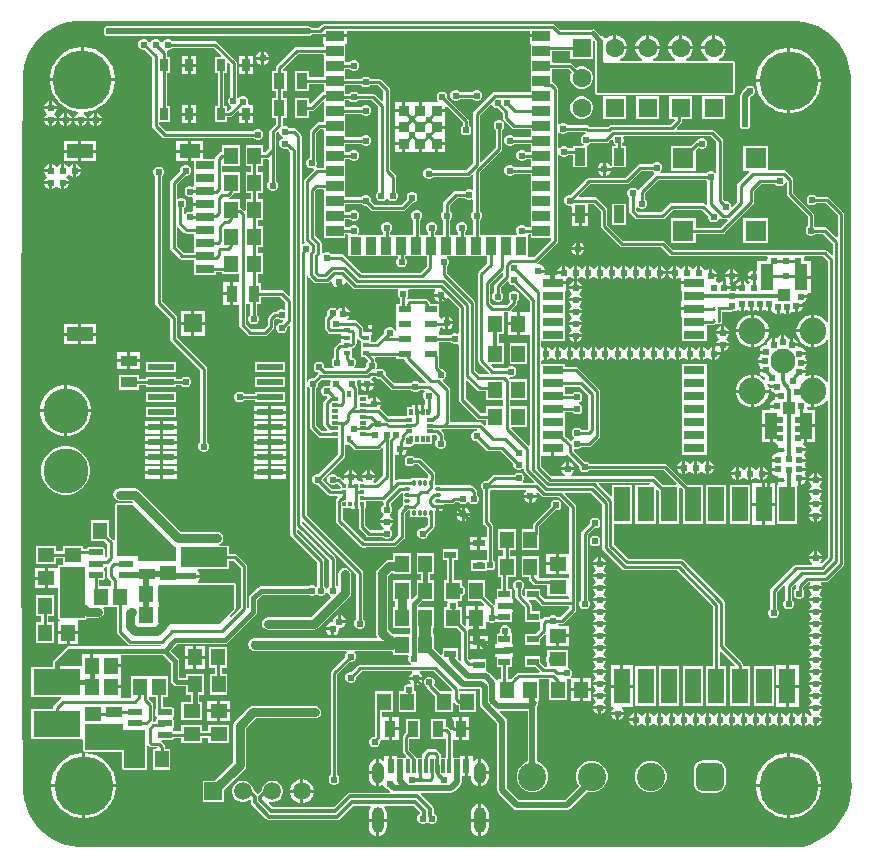
<source format=gtl>
G04*
G04 #@! TF.GenerationSoftware,Altium Limited,Altium Designer,25.4.2 (15)*
G04*
G04 Layer_Physical_Order=1*
G04 Layer_Color=255*
%FSLAX25Y25*%
%MOIN*%
G70*
G04*
G04 #@! TF.SameCoordinates,4685016B-83D2-4E7D-AD2A-A819038C0A47*
G04*
G04*
G04 #@! TF.FilePolarity,Positive*
G04*
G01*
G75*
%ADD14C,0.01000*%
%ADD18R,0.03937X0.04134*%
%ADD19R,0.04134X0.08661*%
%ADD20R,0.02362X0.02126*%
%ADD21R,0.05709X0.04724*%
%ADD22R,0.15551X0.08858*%
%ADD23R,0.07087X0.07087*%
%ADD24R,0.01142X0.01181*%
%ADD25R,0.04724X0.05709*%
%ADD26R,0.03543X0.03543*%
%ADD27R,0.05906X0.03543*%
%ADD28R,0.03543X0.05906*%
%ADD29R,0.03937X0.02362*%
%ADD30R,0.04331X0.02362*%
%ADD31R,0.05512X0.03740*%
%ADD32R,0.03740X0.05512*%
%ADD33R,0.04747X0.05544*%
%ADD34R,0.05544X0.04747*%
G04:AMPARAMS|DCode=35|XSize=49.21mil|YSize=23.23mil|CornerRadius=2.9mil|HoleSize=0mil|Usage=FLASHONLY|Rotation=0.000|XOffset=0mil|YOffset=0mil|HoleType=Round|Shape=RoundedRectangle|*
%AMROUNDEDRECTD35*
21,1,0.04921,0.01742,0,0,0.0*
21,1,0.04341,0.02323,0,0,0.0*
1,1,0.00581,0.02170,-0.00871*
1,1,0.00581,-0.02170,-0.00871*
1,1,0.00581,-0.02170,0.00871*
1,1,0.00581,0.02170,0.00871*
%
%ADD35ROUNDEDRECTD35*%
%ADD36R,0.08661X0.04724*%
%ADD37R,0.07087X0.04724*%
%ADD38R,0.05906X0.06299*%
%ADD39R,0.06299X0.02756*%
%ADD40R,0.05512X0.11811*%
%ADD41R,0.03622X0.05433*%
%ADD42R,0.02559X0.04134*%
G04:AMPARAMS|DCode=43|XSize=17.72mil|YSize=11.81mil|CornerRadius=1mil|HoleSize=0mil|Usage=FLASHONLY|Rotation=0.000|XOffset=0mil|YOffset=0mil|HoleType=Round|Shape=RoundedRectangle|*
%AMROUNDEDRECTD43*
21,1,0.01772,0.00980,0,0,0.0*
21,1,0.01571,0.01181,0,0,0.0*
1,1,0.00201,0.00785,-0.00490*
1,1,0.00201,-0.00785,-0.00490*
1,1,0.00201,-0.00785,0.00490*
1,1,0.00201,0.00785,0.00490*
%
%ADD43ROUNDEDRECTD43*%
G04:AMPARAMS|DCode=44|XSize=17.72mil|YSize=11.81mil|CornerRadius=1mil|HoleSize=0mil|Usage=FLASHONLY|Rotation=90.000|XOffset=0mil|YOffset=0mil|HoleType=Round|Shape=RoundedRectangle|*
%AMROUNDEDRECTD44*
21,1,0.01772,0.00980,0,0,90.0*
21,1,0.01571,0.01181,0,0,90.0*
1,1,0.00201,0.00490,0.00785*
1,1,0.00201,0.00490,-0.00785*
1,1,0.00201,-0.00490,-0.00785*
1,1,0.00201,-0.00490,0.00785*
%
%ADD44ROUNDEDRECTD44*%
%ADD45R,0.01260X0.01476*%
%ADD46R,0.01476X0.01260*%
%ADD47R,0.15551X0.06693*%
%ADD48R,0.03543X0.05906*%
%ADD49R,0.02362X0.04528*%
%ADD50R,0.01181X0.04528*%
%ADD51R,0.08661X0.02362*%
%ADD52R,0.01968X0.01378*%
%ADD53R,0.02323X0.01181*%
%ADD54R,0.01378X0.02323*%
%ADD55R,0.02264X0.01260*%
%ADD56R,0.01260X0.02264*%
G04:AMPARAMS|DCode=98|XSize=39.37mil|YSize=70.87mil|CornerRadius=19.68mil|HoleSize=0mil|Usage=FLASHONLY|Rotation=0.000|XOffset=0mil|YOffset=0mil|HoleType=Round|Shape=RoundedRectangle|*
%AMROUNDEDRECTD98*
21,1,0.03937,0.03150,0,0,0.0*
21,1,0.00000,0.07087,0,0,0.0*
1,1,0.03937,0.00000,-0.01575*
1,1,0.03937,0.00000,-0.01575*
1,1,0.03937,0.00000,0.01575*
1,1,0.03937,0.00000,0.01575*
%
%ADD98ROUNDEDRECTD98*%
G04:AMPARAMS|DCode=99|XSize=39.37mil|YSize=86.61mil|CornerRadius=19.68mil|HoleSize=0mil|Usage=FLASHONLY|Rotation=0.000|XOffset=0mil|YOffset=0mil|HoleType=Round|Shape=RoundedRectangle|*
%AMROUNDEDRECTD99*
21,1,0.03937,0.04724,0,0,0.0*
21,1,0.00000,0.08661,0,0,0.0*
1,1,0.03937,0.00000,-0.02362*
1,1,0.03937,0.00000,-0.02362*
1,1,0.03937,0.00000,0.02362*
1,1,0.03937,0.00000,0.02362*
%
%ADD99ROUNDEDRECTD99*%
%ADD101C,0.01260*%
%ADD102R,0.07087X0.03150*%
%ADD103C,0.02000*%
%ADD104C,0.01500*%
%ADD105C,0.00800*%
%ADD106C,0.03000*%
%ADD107C,0.01265*%
%ADD108C,0.04000*%
%ADD109C,0.01091*%
%ADD110C,0.09449*%
G04:AMPARAMS|DCode=111|XSize=94.49mil|YSize=94.49mil|CornerRadius=23.62mil|HoleSize=0mil|Usage=FLASHONLY|Rotation=180.000|XOffset=0mil|YOffset=0mil|HoleType=Round|Shape=RoundedRectangle|*
%AMROUNDEDRECTD111*
21,1,0.09449,0.04724,0,0,180.0*
21,1,0.04724,0.09449,0,0,180.0*
1,1,0.04724,-0.02362,0.02362*
1,1,0.04724,0.02362,0.02362*
1,1,0.04724,0.02362,-0.02362*
1,1,0.04724,-0.02362,-0.02362*
%
%ADD111ROUNDEDRECTD111*%
%ADD112C,0.08268*%
%ADD113C,0.08858*%
%ADD114R,0.05937X0.05937*%
%ADD115C,0.05937*%
%ADD116C,0.06319*%
%ADD117R,0.06319X0.06319*%
%ADD118C,0.14961*%
%ADD119C,0.19685*%
%ADD120C,0.02400*%
%ADD121C,0.02000*%
%ADD122C,0.03000*%
G36*
X256647Y274900D02*
X256647Y274900D01*
X256647Y274900D01*
X257852Y274900D01*
X260240Y274590D01*
X262568Y273976D01*
X264798Y273067D01*
X266892Y271879D01*
X268817Y270431D01*
X270539Y268748D01*
X272030Y266857D01*
X273044Y265161D01*
X273745Y263785D01*
X274353Y262365D01*
X274863Y260907D01*
X275274Y259418D01*
X275584Y257905D01*
X275792Y256374D01*
X275896Y254833D01*
X275896Y254061D01*
X275896Y21500D01*
X275896Y21500D01*
X275989Y20216D01*
X275858Y17645D01*
X275412Y15110D01*
X274658Y12648D01*
X273607Y10298D01*
X272275Y8095D01*
X270682Y6072D01*
X268853Y4261D01*
X266815Y2688D01*
X264599Y1378D01*
X262239Y350D01*
X259770Y-380D01*
X258500Y-591D01*
X19157Y-405D01*
X19157Y-405D01*
X18131Y-404D01*
X16091Y-182D01*
X14086Y257D01*
X12140Y908D01*
X10275Y1765D01*
X8512Y2815D01*
X6872Y4049D01*
X5373Y5451D01*
X4034Y7006D01*
X2868Y8695D01*
X1890Y10499D01*
X1111Y12398D01*
X826Y13384D01*
X702Y13809D01*
X477Y14665D01*
X272Y15527D01*
X88Y16393D01*
X7Y16828D01*
X-80Y17296D01*
X-211Y18239D01*
X-297Y19187D01*
X-339Y20138D01*
X-338Y20614D01*
X-652Y50049D01*
X-933Y108923D01*
X-867Y167797D01*
X-454Y226670D01*
X-75Y256104D01*
X-73Y257329D01*
X249Y259758D01*
X885Y262124D01*
X1824Y264387D01*
X3050Y266508D01*
X4542Y268451D01*
X6274Y270183D01*
X8218Y271675D01*
X10339Y272901D01*
X12602Y273840D01*
X14967Y274476D01*
X17396Y274798D01*
X18558Y274800D01*
X19058Y274800D01*
X19092Y274801D01*
X19157Y274814D01*
X19158Y274815D01*
X19194Y274830D01*
X19517Y274900D01*
X256647Y274900D01*
D02*
G37*
%LPC*%
G36*
X176347Y273875D02*
X176346Y273875D01*
X100292D01*
X99863Y273790D01*
X99672Y273662D01*
X99310Y273590D01*
X98946Y273347D01*
X98946Y273347D01*
X98221Y272621D01*
X96175D01*
X96153Y272654D01*
X95624Y273007D01*
X95000Y273131D01*
X29265D01*
X28858Y273300D01*
X28142D01*
X27480Y273026D01*
X26974Y272520D01*
X26700Y271858D01*
Y271142D01*
X26974Y270480D01*
X27480Y269974D01*
X28142Y269700D01*
X28858D01*
X29265Y269869D01*
X95000D01*
X95624Y269993D01*
X96153Y270346D01*
X96175Y270378D01*
X98685D01*
X98685Y270378D01*
X99115Y270464D01*
X99248Y270553D01*
X99568Y270382D01*
X107653D01*
Y271632D01*
X168646D01*
Y270382D01*
X172598D01*
Y269382D01*
X168646D01*
Y267110D01*
X169046D01*
Y262754D01*
X169046Y262382D01*
X169046Y262010D01*
Y257753D01*
X169046Y257382D01*
X169046Y257010D01*
Y252753D01*
X169046Y252510D01*
X169046D01*
Y252254D01*
X169046D01*
Y251121D01*
X157000D01*
X157000Y251122D01*
X156571Y251036D01*
X156207Y250793D01*
X156207Y250793D01*
X150207Y244793D01*
X149964Y244429D01*
X149878Y244000D01*
X149878Y244000D01*
Y227465D01*
X147535Y225121D01*
X136424D01*
X136020Y225526D01*
X135358Y225800D01*
X134642D01*
X133980Y225526D01*
X133474Y225020D01*
X133200Y224358D01*
Y223642D01*
X133474Y222980D01*
X133980Y222474D01*
X134642Y222200D01*
X135358D01*
X136020Y222474D01*
X136424Y222879D01*
X148000D01*
X148000Y222878D01*
X148429Y222964D01*
X148793Y223207D01*
X149416Y223830D01*
X149878Y223639D01*
Y218820D01*
X149378Y218584D01*
X148858Y218800D01*
X148142D01*
X147480Y218526D01*
X147076Y218122D01*
X144000D01*
X144000Y218122D01*
X143571Y218036D01*
X143207Y217793D01*
X140207Y214793D01*
X139964Y214429D01*
X139878Y214000D01*
X139878Y214000D01*
Y211424D01*
X139474Y211020D01*
X139200Y210358D01*
Y209642D01*
X139474Y208980D01*
X139878Y208576D01*
Y203513D01*
X138278D01*
Y203513D01*
X138021D01*
Y203513D01*
X137122D01*
Y204576D01*
X137526Y204980D01*
X137800Y205642D01*
Y206358D01*
X137526Y207020D01*
X137020Y207526D01*
X136358Y207800D01*
X135642D01*
X134980Y207526D01*
X134474Y207020D01*
X134200Y206358D01*
Y205642D01*
X134474Y204980D01*
X134878Y204576D01*
Y203867D01*
X134525Y203513D01*
X133150Y203513D01*
X132778Y203513D01*
X132122D01*
Y208576D01*
X132526Y208980D01*
X132800Y209642D01*
Y210358D01*
X132526Y211020D01*
X132020Y211526D01*
X131358Y211800D01*
X130642D01*
X129980Y211526D01*
X129474Y211020D01*
X129200Y210358D01*
Y209642D01*
X129474Y208980D01*
X129878Y208576D01*
Y203867D01*
X129525Y203513D01*
X128150Y203513D01*
X127778Y203513D01*
X123521D01*
X123150Y203513D01*
X122778Y203513D01*
X122122D01*
Y204576D01*
X122526Y204980D01*
X122800Y205642D01*
Y206358D01*
X122526Y207020D01*
X122020Y207526D01*
X121358Y207800D01*
X120642D01*
X119980Y207526D01*
X119474Y207020D01*
X119200Y206358D01*
Y205642D01*
X119474Y204980D01*
X119878Y204576D01*
Y203867D01*
X119525Y203513D01*
X118150Y203513D01*
X117778Y203513D01*
X113521D01*
X113150Y203513D01*
X112778Y203513D01*
X111712D01*
X111521Y203975D01*
X111526Y203980D01*
X111800Y204642D01*
Y205358D01*
X111526Y206020D01*
X111020Y206526D01*
X110358Y206800D01*
X109642D01*
X108980Y206526D01*
X108622Y206168D01*
X107607D01*
X107254Y206522D01*
X107254Y207382D01*
X107254Y207753D01*
Y208832D01*
X108622D01*
X108980Y208474D01*
X109642Y208200D01*
X110358D01*
X111020Y208474D01*
X111526Y208980D01*
X111800Y209642D01*
Y210358D01*
X111526Y211020D01*
X111020Y211526D01*
X110358Y211800D01*
X109642D01*
X108980Y211526D01*
X108622Y211168D01*
X107607D01*
X107254Y211522D01*
X107254Y212382D01*
X107254Y212754D01*
Y213878D01*
X112576D01*
X112980Y213474D01*
X113642Y213200D01*
X114214D01*
X115707Y211707D01*
X115707Y211707D01*
X116071Y211464D01*
X116500Y211379D01*
X126379D01*
X126379Y211378D01*
X126808Y211464D01*
X127172Y211707D01*
X129665Y214200D01*
X129858D01*
X130520Y214474D01*
X131026Y214980D01*
X131300Y215642D01*
Y216358D01*
X131026Y217020D01*
X130520Y217526D01*
X129858Y217800D01*
X129142D01*
X128480Y217526D01*
X127974Y217020D01*
X127700Y216358D01*
Y215642D01*
X127769Y215476D01*
X125914Y213621D01*
X116965D01*
X115800Y214786D01*
Y215358D01*
X115526Y216020D01*
X115020Y216526D01*
X114358Y216800D01*
X113642D01*
X112980Y216526D01*
X112576Y216122D01*
X107607D01*
X107254Y216475D01*
X107254Y217382D01*
X107254Y217754D01*
Y222253D01*
X107254D01*
Y222510D01*
X107254D01*
Y227010D01*
X107254Y227382D01*
X107254Y227753D01*
Y228878D01*
X108576D01*
X108980Y228474D01*
X109642Y228200D01*
X110358D01*
X111020Y228474D01*
X111526Y228980D01*
X111800Y229642D01*
Y230358D01*
X111526Y231020D01*
X111020Y231526D01*
X110358Y231800D01*
X109642D01*
X108980Y231526D01*
X108576Y231121D01*
X107607D01*
X107254Y231475D01*
X107254Y232382D01*
X107254Y232753D01*
Y233878D01*
X112576D01*
X112980Y233474D01*
X113642Y233200D01*
X114358D01*
X115020Y233474D01*
X115526Y233980D01*
X115800Y234642D01*
Y235358D01*
X115526Y236020D01*
X115020Y236526D01*
X114358Y236800D01*
X113642D01*
X112980Y236526D01*
X112576Y236122D01*
X107607D01*
X107254Y236475D01*
X107254Y237382D01*
X107254Y237754D01*
Y242010D01*
X107254Y242382D01*
X107254Y242754D01*
Y243879D01*
X112576D01*
X112980Y243474D01*
X113642Y243200D01*
X114358D01*
X115020Y243474D01*
X115526Y243980D01*
X115800Y244642D01*
Y245358D01*
X115526Y246020D01*
X115020Y246526D01*
X114358Y246800D01*
X113642D01*
X112980Y246526D01*
X112576Y246122D01*
X107607D01*
X107254Y246475D01*
X107254Y247382D01*
X107254Y247754D01*
Y248378D01*
X108576D01*
X108980Y247974D01*
X109642Y247700D01*
X110358D01*
X111020Y247974D01*
X111424Y248378D01*
X116035D01*
X118278Y246135D01*
Y218024D01*
X117774Y217520D01*
X117500Y216858D01*
Y216142D01*
X117774Y215480D01*
X118280Y214974D01*
X118942Y214700D01*
X119658D01*
X120320Y214974D01*
X120826Y215480D01*
X120879Y215609D01*
X121421D01*
X121474Y215480D01*
X121980Y214974D01*
X122642Y214700D01*
X123358D01*
X124020Y214974D01*
X124526Y215480D01*
X124800Y216142D01*
Y216858D01*
X124526Y217520D01*
X124122Y217924D01*
Y223000D01*
X124122Y223000D01*
X124036Y223429D01*
X123793Y223793D01*
X123793Y223793D01*
X122122Y225465D01*
Y252000D01*
X122036Y252429D01*
X121793Y252793D01*
X121793Y252793D01*
X119293Y255293D01*
X118929Y255536D01*
X118500Y255622D01*
X118500Y255622D01*
X115424D01*
X115020Y256026D01*
X114358Y256300D01*
X113642D01*
X112980Y256026D01*
X112576Y255622D01*
X107607D01*
X107254Y255975D01*
X107254Y257382D01*
X107254Y257753D01*
Y258878D01*
X108576D01*
X108980Y258474D01*
X109642Y258200D01*
X110358D01*
X111020Y258474D01*
X111526Y258980D01*
X111800Y259642D01*
Y260358D01*
X111526Y261020D01*
X111020Y261526D01*
X110358Y261800D01*
X109642D01*
X108980Y261526D01*
X108576Y261122D01*
X107607D01*
X107254Y261475D01*
X107254Y262382D01*
X107254Y262754D01*
Y267110D01*
X107653D01*
Y269382D01*
X99748D01*
Y267110D01*
X100148D01*
Y266122D01*
X91000D01*
X90571Y266036D01*
X90207Y265793D01*
X90207Y265793D01*
X84447Y260033D01*
X84204Y259669D01*
X84119Y259240D01*
X84119Y259240D01*
Y258316D01*
X82829D01*
Y251683D01*
X84119D01*
Y249317D01*
X82829D01*
Y242684D01*
X84119D01*
Y240585D01*
X82207Y238673D01*
X81964Y238309D01*
X81878Y237880D01*
X81878Y237880D01*
Y232465D01*
X80535Y231121D01*
X79899D01*
Y233454D01*
X73975D01*
Y226546D01*
X75815D01*
Y224454D01*
X73975D01*
Y217546D01*
X75815D01*
Y215454D01*
X73975D01*
Y211818D01*
X73475Y211611D01*
X72793Y212293D01*
X72429Y212536D01*
X72025Y212617D01*
Y215454D01*
X68431D01*
X68382Y215954D01*
X68429Y215964D01*
X68793Y216207D01*
X69793Y217207D01*
X69793Y217207D01*
X70019Y217546D01*
X72025D01*
Y224454D01*
X66122D01*
Y226546D01*
X72025D01*
Y233454D01*
X66101D01*
Y231121D01*
X66000D01*
X65571Y231036D01*
X65207Y230793D01*
X65207Y230793D01*
X64207Y229793D01*
X63964Y229429D01*
X63878Y229000D01*
X63480Y228765D01*
X59937D01*
Y231012D01*
X55894D01*
Y228150D01*
X56762D01*
Y224810D01*
X56762D01*
Y224435D01*
X56762D01*
Y220479D01*
X56762D01*
Y220104D01*
X56437Y219739D01*
X56262Y219633D01*
X55858Y219800D01*
X55142D01*
X54480Y219526D01*
X53974Y219020D01*
X53700Y218358D01*
Y217642D01*
X53974Y216980D01*
X54480Y216474D01*
X55142Y216200D01*
X55858D01*
X55876Y216208D01*
X56362Y215868D01*
Y214295D01*
X60512D01*
Y213295D01*
X56362D01*
Y211632D01*
X55922Y211274D01*
X55858Y211300D01*
X55142D01*
X54480Y211026D01*
X53974Y210520D01*
X53922Y210393D01*
X53422Y210492D01*
Y212433D01*
X53520Y212474D01*
X54026Y212980D01*
X54300Y213642D01*
Y214358D01*
X54026Y215020D01*
X53520Y215526D01*
X52858Y215800D01*
X52142D01*
X51622Y215584D01*
X51122Y215820D01*
Y220535D01*
X53786Y223200D01*
X54358D01*
X55020Y223474D01*
X55526Y223980D01*
X55800Y224642D01*
Y225358D01*
X55526Y226020D01*
X55020Y226526D01*
X54358Y226800D01*
X53642D01*
X52980Y226526D01*
X52474Y226020D01*
X52200Y225358D01*
Y224786D01*
X49207Y221793D01*
X48964Y221429D01*
X48878Y221000D01*
X48878Y221000D01*
Y199445D01*
X48878Y199445D01*
X48964Y199016D01*
X49207Y198652D01*
X52179Y195679D01*
X52179Y195679D01*
X52543Y195436D01*
X52972Y195351D01*
X56762D01*
Y194494D01*
X56762D01*
Y194120D01*
X56762D01*
Y190164D01*
X64261D01*
Y191020D01*
X66101D01*
Y190546D01*
X71878D01*
Y187756D01*
X69858D01*
Y184000D01*
Y180244D01*
X71878D01*
Y173500D01*
X71878Y173500D01*
X71964Y173071D01*
X72207Y172707D01*
X74707Y170207D01*
X74707Y170207D01*
X75071Y169964D01*
X75500Y169878D01*
X80500D01*
X80500Y169878D01*
X80929Y169964D01*
X81293Y170207D01*
X83293Y172207D01*
X83293Y172207D01*
X83536Y172571D01*
X83622Y173000D01*
X83622Y173000D01*
Y175035D01*
X84197Y175611D01*
X84844D01*
X84980Y175474D01*
X85642Y175200D01*
X86307D01*
X86414Y175068D01*
X86554Y174740D01*
X86114Y174300D01*
X85642D01*
X84980Y174026D01*
X84474Y173520D01*
X84200Y172858D01*
Y172142D01*
X84474Y171480D01*
X84980Y170974D01*
X85642Y170700D01*
X86358D01*
X87020Y170974D01*
X87526Y171480D01*
X87800Y172142D01*
Y172814D01*
X88416Y173430D01*
X88878Y173239D01*
Y104000D01*
X88878Y104000D01*
X88964Y103571D01*
X89207Y103207D01*
X97878Y94535D01*
Y86424D01*
X97500Y86046D01*
X97020Y86526D01*
X96358Y86800D01*
X95642D01*
X94980Y86526D01*
X94831Y86376D01*
X79000D01*
X78473Y86272D01*
X78027Y85973D01*
X78027Y85973D01*
X75527Y83473D01*
X75228Y83027D01*
X75124Y82500D01*
Y78988D01*
X75114Y78983D01*
X74622Y79270D01*
Y93071D01*
X74622Y93071D01*
X74536Y93500D01*
X74293Y93864D01*
X71293Y96864D01*
X70929Y97107D01*
X70500Y97192D01*
X70500Y97192D01*
X68376D01*
Y100017D01*
X65346D01*
X65297Y100517D01*
X65319Y100522D01*
X66014Y100986D01*
X66478Y101681D01*
X66641Y102500D01*
X66478Y103319D01*
X66014Y104014D01*
X65319Y104478D01*
X64500Y104641D01*
X52387D01*
X38514Y118514D01*
X37819Y118978D01*
X37000Y119141D01*
X32000D01*
X31181Y118978D01*
X30486Y118514D01*
X30022Y117819D01*
X29859Y117000D01*
X30022Y116181D01*
X30486Y115486D01*
X31181Y115022D01*
X32000Y114859D01*
X36113D01*
X36478Y114494D01*
X36224Y114056D01*
X36000Y114149D01*
X31000D01*
X30541Y113959D01*
X30351Y113500D01*
Y101929D01*
X29851Y101778D01*
X29793Y101864D01*
X29793Y101864D01*
X28525Y103132D01*
Y108454D01*
X22601D01*
Y101546D01*
X26939D01*
X27878Y100606D01*
Y96465D01*
X27546Y96132D01*
X27457Y96116D01*
X27416Y96146D01*
X27127Y96522D01*
X27196Y96869D01*
Y98611D01*
X27127Y98959D01*
X26930Y99253D01*
X26636Y99450D01*
X26288Y99519D01*
X21948D01*
X21600Y99450D01*
X21306Y99253D01*
X21109Y98959D01*
X21090Y98862D01*
X19954D01*
Y99899D01*
X13046D01*
Y98059D01*
X10954D01*
Y99899D01*
X4046D01*
Y93975D01*
X10954D01*
Y95815D01*
X13046D01*
Y94150D01*
X13046Y93975D01*
X12680Y93649D01*
X12000D01*
X11541Y93459D01*
X11351Y93000D01*
Y92425D01*
X8000D01*
Y89063D01*
Y85701D01*
X11351D01*
Y76000D01*
X11541Y75541D01*
X12000Y75351D01*
X11991Y74854D01*
X11575D01*
Y71500D01*
X14937D01*
X18299D01*
Y74850D01*
X18299Y74854D01*
X18308Y75351D01*
X20500D01*
X20959Y75541D01*
X21091Y75859D01*
X24757D01*
X25577Y76022D01*
X26271Y76486D01*
X26735Y77181D01*
X26899Y78000D01*
X26735Y78819D01*
X26529Y79128D01*
X26797Y79628D01*
X28721D01*
Y86372D01*
X25240D01*
Y88481D01*
X26288D01*
X26636Y88550D01*
X26930Y88747D01*
X27127Y89041D01*
X27196Y89389D01*
Y91131D01*
X27127Y91478D01*
X26930Y91773D01*
X26812Y91852D01*
X26809Y91858D01*
Y92402D01*
X26812Y92408D01*
X26930Y92487D01*
X27127Y92782D01*
X27196Y93129D01*
X27442Y93232D01*
X27572Y93163D01*
X27878Y92873D01*
Y89826D01*
X27878Y89826D01*
X27964Y89397D01*
X28207Y89033D01*
X29258Y87982D01*
Y84873D01*
X29258Y84873D01*
X29279Y84765D01*
Y79628D01*
X31131D01*
Y71247D01*
X31131Y71247D01*
X31217Y70818D01*
X31460Y70454D01*
X34707Y67207D01*
X35071Y66964D01*
X35500Y66878D01*
X35500Y66878D01*
X45730D01*
X46017Y66386D01*
X46012Y66376D01*
X15118D01*
X15118Y66377D01*
X14591Y66272D01*
X14145Y65973D01*
X10086Y61914D01*
X9787Y61468D01*
X9683Y60941D01*
Y59529D01*
X2624D01*
Y49471D01*
X12388D01*
X12473Y48971D01*
X12207Y48793D01*
X12207Y48793D01*
X10207Y46793D01*
X9964Y46429D01*
X9878Y46000D01*
X9759Y45553D01*
X2624D01*
Y35495D01*
X19376D01*
X19687Y35124D01*
Y34514D01*
X19851D01*
Y32000D01*
X20041Y31541D01*
X20500Y31351D01*
X32851D01*
Y26000D01*
X33041Y25541D01*
X33500Y25351D01*
X35160D01*
Y25286D01*
X41084D01*
Y25843D01*
X41149Y26000D01*
Y33143D01*
X41649Y33350D01*
X41793Y33207D01*
X41793Y33207D01*
X42157Y32964D01*
X42586Y32878D01*
X44254D01*
X44388Y32695D01*
X44134Y32195D01*
X43034D01*
Y25286D01*
X48958D01*
Y32195D01*
X47118D01*
Y33004D01*
X47118Y33004D01*
X47032Y33433D01*
X46789Y33797D01*
X46789Y33797D01*
X45865Y34721D01*
X45923Y35008D01*
X46052Y35221D01*
X49170D01*
X49518Y35290D01*
X49812Y35487D01*
X50009Y35781D01*
X50028Y35878D01*
X52546D01*
Y34101D01*
X59454D01*
Y35941D01*
X61546D01*
Y34101D01*
X68454D01*
Y40025D01*
X61546D01*
Y38184D01*
X59454D01*
Y40025D01*
X52546D01*
Y38122D01*
X50028D01*
X50009Y38219D01*
X49812Y38513D01*
X49694Y38592D01*
X49691Y38598D01*
Y39142D01*
X49694Y39148D01*
X49812Y39227D01*
X50009Y39522D01*
X50078Y39869D01*
Y41611D01*
X50009Y41959D01*
X49812Y42253D01*
X49694Y42333D01*
X49691Y42338D01*
Y42882D01*
X49694Y42888D01*
X49812Y42967D01*
X50009Y43262D01*
X50078Y43609D01*
Y45351D01*
X50009Y45699D01*
X49812Y45993D01*
X49518Y46190D01*
X49170Y46259D01*
X46374D01*
Y49628D01*
X48226D01*
Y56372D01*
X42279D01*
Y49628D01*
X44131D01*
Y45909D01*
X43991Y45699D01*
X43922Y45351D01*
Y43609D01*
X43991Y43262D01*
X44188Y42967D01*
X44306Y42888D01*
X44309Y42882D01*
Y42338D01*
X44306Y42333D01*
X44188Y42253D01*
X43991Y41959D01*
X43922Y41611D01*
Y41200D01*
X43390D01*
X43275Y41321D01*
X43060Y41693D01*
X43122Y42000D01*
Y47000D01*
X43036Y47429D01*
X42793Y47793D01*
X42793Y47793D01*
X41742Y48844D01*
Y51126D01*
X41721Y51235D01*
Y56372D01*
X35774D01*
Y49628D01*
X35794D01*
X36061Y49128D01*
X36057Y49122D01*
X33082D01*
X32626Y49228D01*
X32626Y49622D01*
Y52500D01*
X29253D01*
Y53500D01*
X32626D01*
Y56228D01*
Y59500D01*
X29253D01*
Y60500D01*
X32626D01*
Y63624D01*
X46430D01*
X49124Y60930D01*
Y55086D01*
X49228Y54559D01*
X49527Y54112D01*
X50112Y53527D01*
X50559Y53228D01*
X51086Y53124D01*
X54160D01*
Y50286D01*
X55746D01*
Y47899D01*
X52546D01*
Y41975D01*
X59454D01*
Y47899D01*
X58499D01*
Y50286D01*
X60084D01*
Y57195D01*
X54160D01*
Y55876D01*
X51876D01*
Y61500D01*
X51876Y61500D01*
X51772Y62027D01*
X51473Y62473D01*
X48947Y65000D01*
X51070Y67124D01*
X67000D01*
X67527Y67228D01*
X67973Y67527D01*
X77473Y77027D01*
X77772Y77473D01*
X77876Y78000D01*
Y81930D01*
X79570Y83624D01*
X94831D01*
X94980Y83474D01*
X95642Y83200D01*
X96358D01*
X97020Y83474D01*
X97500Y83954D01*
X97980Y83474D01*
X98642Y83200D01*
X99358D01*
X100020Y83474D01*
X100526Y83980D01*
X100738Y84492D01*
X101262D01*
X101474Y83980D01*
X101980Y83474D01*
X102281Y83349D01*
X102399Y82760D01*
X95780Y76141D01*
X81500D01*
X80681Y75978D01*
X79986Y75514D01*
X79522Y74819D01*
X79359Y74000D01*
X79522Y73181D01*
X79986Y72486D01*
X80681Y72022D01*
X81500Y71859D01*
X96667D01*
X97486Y72022D01*
X98181Y72486D01*
X108514Y82819D01*
X108978Y83514D01*
X109141Y84333D01*
Y90500D01*
X108978Y91319D01*
X108514Y92014D01*
X107819Y92478D01*
X107000Y92641D01*
X106181Y92478D01*
X105486Y92014D01*
X105022Y91319D01*
X104859Y90500D01*
Y86668D01*
X104359Y86421D01*
X104122Y86603D01*
Y95500D01*
X104036Y95929D01*
X103793Y96293D01*
X103793Y96293D01*
X92722Y107365D01*
Y108039D01*
X93183Y108230D01*
X110878Y90535D01*
Y75424D01*
X110474Y75020D01*
X110200Y74358D01*
Y73642D01*
X110474Y72980D01*
X110980Y72474D01*
X111642Y72200D01*
X112358D01*
X113020Y72474D01*
X113526Y72980D01*
X113800Y73642D01*
Y74358D01*
X113526Y75020D01*
X113122Y75424D01*
Y91000D01*
X113036Y91429D01*
X112793Y91793D01*
X112793Y91793D01*
X94322Y110265D01*
Y153249D01*
X94822Y153349D01*
X94974Y152980D01*
X95378Y152576D01*
Y139500D01*
X95378Y139500D01*
X95464Y139071D01*
X95707Y138707D01*
X98144Y136270D01*
X98144Y136270D01*
X98508Y136027D01*
X98937Y135941D01*
X102065D01*
Y135872D01*
X104967D01*
Y130553D01*
X98214Y123800D01*
X97642D01*
X96980Y123526D01*
X96474Y123020D01*
X96200Y122358D01*
Y121642D01*
X96474Y120980D01*
X96980Y120474D01*
X97642Y120200D01*
X98214D01*
X101416Y116998D01*
X101416Y116998D01*
X101780Y116755D01*
X102209Y116670D01*
X104595D01*
X104802Y116170D01*
X104424Y115792D01*
X104181Y115428D01*
X104096Y114999D01*
X104096Y114999D01*
Y108283D01*
X104096Y108283D01*
X104181Y107853D01*
X104424Y107490D01*
X112293Y99621D01*
X112293Y99621D01*
X112657Y99378D01*
X113086Y99293D01*
X113086Y99293D01*
X113914D01*
X113914Y99293D01*
X114343Y99378D01*
X114344Y99378D01*
X123500D01*
X123500Y99378D01*
X123929Y99464D01*
X124293Y99707D01*
X126793Y102207D01*
X126793Y102207D01*
X127036Y102571D01*
X127122Y103000D01*
Y110870D01*
X128047Y111796D01*
X128337D01*
X128757Y111729D01*
X128823Y111309D01*
Y110148D01*
X128878Y109874D01*
X129032Y109643D01*
X129264Y109488D01*
X129537Y109433D01*
X130518D01*
X130791Y109488D01*
X131012Y109635D01*
X131233Y109488D01*
X131506Y109433D01*
X132486D01*
X132759Y109488D01*
X132980Y109635D01*
X133201Y109488D01*
X133474Y109433D01*
X134455D01*
X134811Y108995D01*
Y107019D01*
X133524Y105731D01*
X133358Y105800D01*
X132642D01*
X131980Y105526D01*
X131474Y105020D01*
X131200Y104358D01*
Y103642D01*
X131474Y102980D01*
X131980Y102474D01*
X132642Y102200D01*
X133358D01*
X134020Y102474D01*
X134526Y102980D01*
X134800Y103642D01*
Y103835D01*
X136726Y105761D01*
X136726Y105761D01*
X136969Y106125D01*
X137055Y106554D01*
X137055Y106554D01*
Y109832D01*
X137083Y109874D01*
X137137Y110148D01*
Y111325D01*
X137215Y111388D01*
X137500D01*
Y113000D01*
X138000D01*
Y113500D01*
X139916D01*
X140200Y113847D01*
X142799D01*
X142799Y113847D01*
X143228Y113932D01*
X143592Y114175D01*
X143795Y114378D01*
X145076D01*
X145480Y113974D01*
X146142Y113700D01*
X146858D01*
X147520Y113974D01*
X147960Y114415D01*
X148250Y114452D01*
X148540Y114415D01*
X148980Y113974D01*
X149642Y113700D01*
X150358D01*
X151020Y113974D01*
X151526Y114480D01*
X151800Y115142D01*
Y115858D01*
X151526Y116520D01*
X151122Y116924D01*
Y118000D01*
X151122Y118000D01*
X151036Y118429D01*
X150793Y118793D01*
X150793Y118793D01*
X149888Y119699D01*
X149524Y119942D01*
X149094Y120027D01*
X149094Y120027D01*
X139101D01*
X139059Y120055D01*
X138785Y120110D01*
X137624D01*
X137204Y120176D01*
X137137Y120596D01*
Y121758D01*
X137122Y121837D01*
Y124000D01*
X137122Y124000D01*
X137036Y124429D01*
X136793Y124793D01*
X136793Y124793D01*
X132593Y128993D01*
X132229Y129236D01*
X131800Y129322D01*
X131800Y129322D01*
X130224D01*
X129820Y129726D01*
X129158Y130000D01*
X128442D01*
X127780Y129726D01*
X127274Y129220D01*
X127000Y128558D01*
Y127842D01*
X127274Y127180D01*
X127780Y126674D01*
X128442Y126400D01*
X129158D01*
X129820Y126674D01*
X130224Y127078D01*
X131335D01*
X134878Y123535D01*
Y122873D01*
X134455Y122472D01*
X133474D01*
X133201Y122418D01*
X132980Y122270D01*
X132759Y122418D01*
X132486Y122472D01*
X131506D01*
X131233Y122418D01*
X131012Y122270D01*
X130791Y122418D01*
X130518Y122472D01*
X129537D01*
X129264Y122418D01*
X129032Y122263D01*
X128920Y122094D01*
X124972D01*
X124972Y122094D01*
X124543Y122009D01*
X124222Y121794D01*
X123965Y121854D01*
X123722Y121955D01*
Y130209D01*
X124183Y130401D01*
X124254Y130330D01*
X125000Y130021D01*
Y132195D01*
X125500D01*
Y132695D01*
X127674D01*
X127672Y132700D01*
X128055Y133082D01*
X128228Y133011D01*
X128944D01*
X129605Y133285D01*
X130012Y133691D01*
X136183D01*
Y136802D01*
X137324D01*
X137324Y136802D01*
Y136802D01*
X137324Y136802D01*
X137762Y136652D01*
X137878Y136535D01*
Y135424D01*
X137474Y135020D01*
X137200Y134358D01*
Y133642D01*
X137474Y132980D01*
X137980Y132474D01*
X138642Y132200D01*
X139358D01*
X140020Y132474D01*
X140526Y132980D01*
X140800Y133642D01*
Y134358D01*
X140526Y135020D01*
X140122Y135424D01*
Y137000D01*
X140122Y137000D01*
X140036Y137429D01*
X139793Y137793D01*
X139793Y137793D01*
X139208Y138378D01*
X139415Y138878D01*
X140000D01*
X140000Y138878D01*
X140000Y138878D01*
X151249D01*
X151291Y138800D01*
X150992Y138300D01*
X150642D01*
X149980Y138026D01*
X149474Y137520D01*
X149200Y136858D01*
Y136142D01*
X149474Y135480D01*
X149980Y134974D01*
X150642Y134700D01*
X151214D01*
X154207Y131707D01*
X154207Y131707D01*
X154571Y131464D01*
X155000Y131378D01*
X159035D01*
X163200Y127214D01*
Y126642D01*
X163474Y125980D01*
X163980Y125474D01*
X164642Y125200D01*
X165358D01*
X166020Y125474D01*
X166166Y125620D01*
X166666Y125413D01*
Y125187D01*
X166666Y125187D01*
X166751Y124758D01*
X166994Y124394D01*
X170055Y121334D01*
X169864Y120872D01*
X166624D01*
X166417Y121372D01*
X166526Y121480D01*
X166800Y122142D01*
Y122858D01*
X166526Y123520D01*
X166020Y124026D01*
X165358Y124300D01*
X164642D01*
X163980Y124026D01*
X163576Y123622D01*
X157000D01*
X157000Y123622D01*
X156571Y123536D01*
X156207Y123293D01*
X156207Y123293D01*
X154464Y121550D01*
X153892D01*
X153230Y121276D01*
X152724Y120770D01*
X152450Y120108D01*
Y119392D01*
X152724Y118730D01*
X153128Y118326D01*
Y107757D01*
X153128Y107757D01*
X153214Y107327D01*
X153457Y106964D01*
X154378Y106042D01*
Y102921D01*
X152224D01*
Y100740D01*
Y98559D01*
X154378D01*
Y95505D01*
X154293Y95041D01*
X152983D01*
X152358Y95300D01*
X151642D01*
X151016Y95041D01*
X149156D01*
Y91479D01*
X154293D01*
Y91510D01*
X154793Y91845D01*
X155142Y91700D01*
X155858D01*
X156520Y91974D01*
X157026Y92480D01*
X157300Y93142D01*
Y93858D01*
X157026Y94520D01*
X156622Y94924D01*
Y106507D01*
X156622Y106507D01*
X156536Y106936D01*
X156293Y107300D01*
X156293Y107300D01*
X155372Y108221D01*
Y118326D01*
X155674Y118628D01*
X167310D01*
X167517Y118128D01*
X167103Y117715D01*
X166794Y116969D01*
X171143D01*
X170925Y117493D01*
X171349Y117777D01*
X172719Y116407D01*
X172719Y116407D01*
X173083Y116164D01*
X173512Y116078D01*
X178335D01*
X181878Y112535D01*
Y97789D01*
X181854Y97299D01*
X181378Y97299D01*
X178500D01*
Y93937D01*
Y90575D01*
X181854Y90575D01*
X181878Y90085D01*
Y89208D01*
X181454Y89025D01*
X181378Y89025D01*
X176246D01*
X176138Y89047D01*
X176138Y89047D01*
X171902D01*
X171899Y89546D01*
X171899D01*
Y96454D01*
X165975D01*
Y89546D01*
X168322D01*
X168378Y89086D01*
X168464Y88657D01*
X168707Y88293D01*
X169868Y87132D01*
X169868Y87132D01*
X170231Y86889D01*
X170661Y86804D01*
X174546D01*
Y83101D01*
X181378D01*
X181454Y83101D01*
X181878Y82918D01*
Y82122D01*
X173716D01*
X172293Y83545D01*
Y85521D01*
X167156D01*
Y83342D01*
X166694Y83151D01*
X166122Y83724D01*
Y85276D01*
X166526Y85680D01*
X166800Y86342D01*
Y87058D01*
X166526Y87720D01*
X166020Y88226D01*
X165358Y88500D01*
X164642D01*
X163980Y88226D01*
X163474Y87720D01*
X163200Y87058D01*
Y86342D01*
X163474Y85680D01*
X163878Y85276D01*
Y83259D01*
X163878Y83259D01*
X163964Y82830D01*
X164207Y82466D01*
X167134Y79539D01*
Y76941D01*
X167134Y76941D01*
X167156Y76832D01*
Y74479D01*
X172116D01*
X172225Y74347D01*
X172225Y74346D01*
Y72039D01*
X170707Y70521D01*
X167156D01*
Y66959D01*
X172293D01*
Y68935D01*
X173646Y70288D01*
X174146Y70081D01*
Y66575D01*
X177500D01*
Y69937D01*
X178000D01*
Y70437D01*
X181854D01*
Y73299D01*
X178568D01*
X178300Y73799D01*
X178353Y73878D01*
X179414D01*
X179414Y73878D01*
X179843Y73964D01*
X180207Y74207D01*
X183793Y77793D01*
X183793Y77793D01*
X184036Y78157D01*
X184122Y78586D01*
Y113000D01*
X184122Y113000D01*
X184036Y113429D01*
X183793Y113793D01*
X183793Y113793D01*
X180370Y117217D01*
X180561Y117678D01*
X188973D01*
X192864Y113788D01*
Y99252D01*
X192864Y99252D01*
X192949Y98823D01*
X193192Y98459D01*
X199544Y92107D01*
X199908Y91864D01*
X200337Y91778D01*
X200337Y91778D01*
X217873D01*
X229816Y79836D01*
Y59690D01*
X227581D01*
Y46679D01*
X234293D01*
Y59690D01*
X232059D01*
Y64702D01*
X232521Y64893D01*
X237223Y60190D01*
X237016Y59690D01*
X235455D01*
Y46679D01*
X242167D01*
Y59690D01*
X239933D01*
Y60189D01*
X239933Y60189D01*
X239847Y60618D01*
X239604Y60982D01*
X233659Y66928D01*
Y80963D01*
X233573Y81392D01*
X233330Y81756D01*
X233330Y81756D01*
X219793Y95293D01*
X219429Y95536D01*
X219000Y95622D01*
X219000Y95622D01*
X201465D01*
X196707Y100380D01*
Y107309D01*
X202797D01*
Y120320D01*
X196085D01*
Y116654D01*
X195623Y116463D01*
X191670Y120416D01*
X191861Y120878D01*
X208784D01*
X208822Y120820D01*
X208555Y120320D01*
X203959D01*
Y107309D01*
X210671D01*
Y118743D01*
X211133Y118935D01*
X211833Y118234D01*
Y107309D01*
X218545D01*
Y119243D01*
X219007Y119435D01*
X219707Y118734D01*
Y107309D01*
X226419D01*
Y120320D01*
X221293D01*
X214621Y126993D01*
X214257Y127236D01*
X213828Y127322D01*
X213827Y127322D01*
X188524D01*
X188120Y127726D01*
X187458Y128000D01*
X186886D01*
X183352Y131534D01*
X183382Y132039D01*
X183822Y132333D01*
X184142Y132200D01*
X184858D01*
X185520Y132474D01*
X185924Y132878D01*
X188500D01*
X188500Y132878D01*
X188929Y132964D01*
X189293Y133207D01*
X191793Y135707D01*
X191793Y135707D01*
X192036Y136071D01*
X192122Y136500D01*
Y151500D01*
X192036Y151929D01*
X191793Y152293D01*
X191793Y152293D01*
X184868Y159218D01*
X184504Y159461D01*
X184075Y159547D01*
X184075Y159547D01*
X180521D01*
Y160600D01*
X172622D01*
Y161648D01*
X173122Y161983D01*
X173500Y161826D01*
Y164000D01*
Y166174D01*
X173122Y166017D01*
X172622Y166351D01*
Y168061D01*
X180521D01*
Y172392D01*
Y176723D01*
Y181053D01*
Y184984D01*
X180921D01*
Y187059D01*
X176378D01*
Y188000D01*
X175500D01*
Y190174D01*
X175403Y190134D01*
X173857D01*
X173522Y190634D01*
X173674Y191000D01*
X171500D01*
Y192000D01*
X173674D01*
X173365Y192746D01*
X172746Y193365D01*
X171938Y193700D01*
X171434D01*
X171283Y194200D01*
X171293Y194207D01*
X177893Y200807D01*
X178136Y201171D01*
X178222Y201600D01*
X178222Y201600D01*
Y230130D01*
X178500Y230253D01*
X178722Y230283D01*
X179180Y229824D01*
X179842Y229550D01*
X180558D01*
X181220Y229824D01*
X181624Y230228D01*
X183132D01*
Y226093D01*
X187876D01*
Y233007D01*
X187876Y233198D01*
X188106Y233603D01*
X188520Y233774D01*
X188924Y234178D01*
X194300D01*
X194300Y234178D01*
X194729Y234264D01*
X195093Y234507D01*
X195948Y235362D01*
X196448Y235155D01*
Y234894D01*
X196722Y234232D01*
X197228Y233726D01*
X197374Y233665D01*
Y233198D01*
X196124D01*
Y226572D01*
X196124Y226517D01*
X196124Y226517D01*
X196113Y226459D01*
X195600Y226243D01*
X195584Y226250D01*
X195379Y226746D01*
X194760Y227365D01*
X194014Y227674D01*
Y226000D01*
X195948D01*
X196033Y226045D01*
X196176Y226093D01*
X196526Y226093D01*
X200868D01*
Y233198D01*
X199618D01*
Y234076D01*
X199774Y234232D01*
X200048Y234894D01*
Y235610D01*
X199915Y235930D01*
X200249Y236430D01*
X228983D01*
X230878Y234535D01*
Y224374D01*
X230379Y224167D01*
X230020Y224526D01*
X229358Y224800D01*
X228642D01*
X227980Y224526D01*
X227576Y224121D01*
X212374D01*
X212167Y224622D01*
X212526Y224980D01*
X212800Y225642D01*
Y226358D01*
X212526Y227020D01*
X212020Y227526D01*
X211358Y227800D01*
X210642D01*
X209980Y227526D01*
X209576Y227121D01*
X205500D01*
X205500Y227122D01*
X205071Y227036D01*
X204707Y226793D01*
X204707Y226793D01*
X200535Y222621D01*
X188500D01*
X188500Y222622D01*
X188071Y222536D01*
X187707Y222293D01*
X187707Y222293D01*
X182214Y216800D01*
X181642D01*
X180980Y216526D01*
X180474Y216020D01*
X180200Y215358D01*
Y214642D01*
X180474Y213980D01*
X180980Y213474D01*
X181642Y213200D01*
X182358D01*
X182732Y212950D01*
Y210854D01*
X185504D01*
X188276D01*
Y213878D01*
X190035D01*
X192378Y211535D01*
Y206500D01*
X192378Y206500D01*
X192464Y206071D01*
X192707Y205707D01*
X198707Y199707D01*
X198707Y199707D01*
X199071Y199464D01*
X199500Y199378D01*
X199500Y199378D01*
X212535D01*
X215207Y196707D01*
X215571Y196464D01*
X216000Y196378D01*
X216000Y196378D01*
X247649D01*
X247983Y195878D01*
X247800Y195438D01*
Y194831D01*
X244626D01*
Y191865D01*
X244210Y191587D01*
X244000Y191674D01*
Y189500D01*
X243500D01*
Y189000D01*
X241326D01*
X241635Y188254D01*
X241989Y187900D01*
X241768Y187414D01*
X241500Y187302D01*
X241173Y187438D01*
X240746Y187865D01*
X240000Y188174D01*
Y186000D01*
X239500D01*
Y185500D01*
X237326D01*
X237417Y185280D01*
X237139Y184864D01*
X235861D01*
X235583Y185280D01*
X235674Y185500D01*
X233500D01*
Y186000D01*
X233000D01*
Y188174D01*
X232254Y187865D01*
X231750Y187361D01*
X231246Y187865D01*
X230848Y188030D01*
X230731Y188620D01*
X230865Y188754D01*
X231174Y189500D01*
X229000D01*
Y190000D01*
X228500D01*
Y192174D01*
X227754Y191865D01*
X227620Y191731D01*
X227030Y191848D01*
X226865Y192246D01*
X226246Y192865D01*
X225500Y193174D01*
Y191000D01*
X224500D01*
Y193174D01*
X223754Y192865D01*
X223327Y192438D01*
X223000Y192302D01*
X222673Y192438D01*
X222246Y192865D01*
X221500Y193174D01*
Y191000D01*
X220500D01*
Y193174D01*
X219754Y192865D01*
X219327Y192438D01*
X219000Y192302D01*
X218673Y192438D01*
X218246Y192865D01*
X217500Y193174D01*
Y191000D01*
Y188826D01*
X218246Y189135D01*
X218579Y189468D01*
X219079Y189260D01*
Y188059D01*
X223622D01*
Y187059D01*
X219079D01*
Y184984D01*
X219479D01*
Y181472D01*
X219079D01*
Y179398D01*
X223622D01*
Y178398D01*
X219079D01*
Y176323D01*
X219479D01*
Y172392D01*
Y168061D01*
X227765D01*
Y173445D01*
X229587D01*
X229587Y173445D01*
X230016Y173531D01*
X230380Y173774D01*
X230415Y173809D01*
X232919D01*
Y176191D01*
X232870D01*
Y177809D01*
X232919D01*
Y177969D01*
X235791D01*
X235791Y177969D01*
X236221Y178054D01*
X236343Y178136D01*
X237781D01*
Y178454D01*
X238243Y178646D01*
X238254Y178635D01*
X239000Y178326D01*
Y180500D01*
X240000D01*
Y178326D01*
X240746Y178635D01*
X241000Y178889D01*
X241254Y178635D01*
X242000Y178326D01*
Y180500D01*
X243000D01*
Y178326D01*
X243746Y178635D01*
X244000Y178889D01*
X244254Y178635D01*
X245000Y178326D01*
Y180500D01*
X246000D01*
Y178326D01*
X246746Y178635D01*
X247000Y178889D01*
X247254Y178635D01*
X248000Y178326D01*
Y180500D01*
X249000D01*
Y178326D01*
X249517Y178540D01*
X249635Y178254D01*
X250254Y177635D01*
X251000Y177326D01*
Y179500D01*
X252000D01*
Y177326D01*
X252746Y177635D01*
X253000Y177889D01*
X253254Y177635D01*
X254000Y177326D01*
Y179500D01*
X255000D01*
Y177326D01*
X255746Y177635D01*
X256250Y178139D01*
X256254Y178135D01*
X257000Y177826D01*
Y180000D01*
X257500D01*
Y180500D01*
X259674D01*
X259533Y180840D01*
X260246Y181135D01*
X260865Y181754D01*
X261174Y182500D01*
X259000D01*
Y183500D01*
X261174D01*
X261069Y183754D01*
X261347Y184169D01*
X262374D01*
Y189000D01*
X259307D01*
Y190000D01*
X262374D01*
Y194831D01*
X260200D01*
Y195438D01*
X260017Y195878D01*
X260351Y196378D01*
X266535D01*
X268179Y194735D01*
Y174496D01*
X267678Y174363D01*
X267384Y174873D01*
X266373Y175884D01*
X265135Y176599D01*
X263754Y176969D01*
X263539D01*
Y171539D01*
Y166110D01*
X263754D01*
X265135Y166480D01*
X266373Y167195D01*
X267384Y168206D01*
X267678Y168716D01*
X268179Y168582D01*
Y154418D01*
X267678Y154284D01*
X267384Y154794D01*
X266373Y155805D01*
X265135Y156520D01*
X263754Y156890D01*
X263539D01*
Y151461D01*
Y146031D01*
X263754D01*
X265135Y146402D01*
X266373Y147116D01*
X267384Y148127D01*
X267678Y148637D01*
X268179Y148503D01*
Y96265D01*
X265775Y93862D01*
X265702Y93884D01*
X265561Y94449D01*
X265865Y94754D01*
X266174Y95500D01*
X261826D01*
X262135Y94754D01*
X262754Y94135D01*
X262786Y94122D01*
X262687Y93622D01*
X257500D01*
X257071Y93536D01*
X256707Y93293D01*
X256707Y93293D01*
X249207Y85793D01*
X248964Y85429D01*
X248878Y85000D01*
X248879Y85000D01*
Y78924D01*
X248474Y78520D01*
X248200Y77858D01*
Y77142D01*
X248474Y76480D01*
X248980Y75974D01*
X249642Y75700D01*
X250358D01*
X251020Y75974D01*
X251526Y76480D01*
X251800Y77142D01*
Y77858D01*
X251526Y78520D01*
X251121Y78924D01*
Y84535D01*
X253439Y86853D01*
X253900Y86606D01*
X253878Y86500D01*
X253878Y86500D01*
Y81924D01*
X253474Y81520D01*
X253200Y80858D01*
Y80142D01*
X253474Y79480D01*
X253980Y78974D01*
X254642Y78700D01*
X255358D01*
X256020Y78974D01*
X256526Y79480D01*
X256800Y80142D01*
Y80858D01*
X256526Y81520D01*
X256121Y81924D01*
Y86035D01*
X257098Y87012D01*
X257559Y86765D01*
X257538Y86659D01*
X257538Y86659D01*
Y85550D01*
X257480Y85526D01*
X256974Y85020D01*
X256700Y84358D01*
Y83642D01*
X256974Y82980D01*
X257480Y82474D01*
X258142Y82200D01*
X258858D01*
X259520Y82474D01*
X260026Y82980D01*
X260300Y83642D01*
Y84358D01*
X260026Y85020D01*
X259781Y85265D01*
Y86195D01*
X261465Y87878D01*
X262060D01*
X262267Y87378D01*
X262135Y87246D01*
X261826Y86500D01*
X266174D01*
X265865Y87246D01*
X265733Y87378D01*
X265940Y87878D01*
X267500D01*
X267500Y87878D01*
X267929Y87964D01*
X268293Y88207D01*
X273293Y93207D01*
X273293Y93207D01*
X273536Y93571D01*
X273622Y94000D01*
X273622Y94000D01*
Y210500D01*
X273622Y210500D01*
X273536Y210929D01*
X273293Y211293D01*
X273293Y211293D01*
X268591Y215995D01*
X268228Y216238D01*
X267798Y216323D01*
X267798Y216323D01*
X264223D01*
X263818Y216727D01*
X263157Y217002D01*
X262440D01*
X261779Y216727D01*
X261273Y216221D01*
X260999Y215560D01*
Y214844D01*
X261273Y214182D01*
X261779Y213676D01*
X262440Y213402D01*
X263157D01*
X263818Y213676D01*
X264223Y214080D01*
X267334D01*
X271378Y210035D01*
Y202861D01*
X270917Y202670D01*
X267793Y205793D01*
X267429Y206036D01*
X267000Y206122D01*
X267000Y206121D01*
X263924D01*
X263621Y206424D01*
Y210189D01*
X263536Y210619D01*
X263293Y210982D01*
X263293Y210982D01*
X256622Y217654D01*
Y222000D01*
X256622Y222000D01*
X256536Y222429D01*
X256293Y222793D01*
X256293Y222793D01*
X254293Y224793D01*
X253929Y225036D01*
X253500Y225122D01*
X253500Y225121D01*
X248250D01*
Y233250D01*
X239963D01*
Y224963D01*
X241670D01*
X241877Y224463D01*
X238207Y220793D01*
X237964Y220429D01*
X237878Y220000D01*
X237878Y220000D01*
Y214550D01*
X236300Y212972D01*
X235800Y213179D01*
Y213358D01*
X235526Y214020D01*
X235020Y214526D01*
X234358Y214800D01*
X233786D01*
X233121Y215465D01*
Y235000D01*
X233122Y235000D01*
X233036Y235429D01*
X232793Y235793D01*
X230241Y238345D01*
X229877Y238588D01*
X229448Y238673D01*
X229448Y238673D01*
X217913D01*
X217722Y239136D01*
X219293Y240707D01*
X219293Y240707D01*
X219536Y241071D01*
X219622Y241500D01*
X219621Y241500D01*
Y242241D01*
X222760D01*
Y249760D01*
X215241D01*
Y242241D01*
X216947D01*
X217154Y241740D01*
X215687Y240273D01*
X195889D01*
X195460Y240188D01*
X195096Y239945D01*
X195096Y239945D01*
X194704Y239553D01*
X188673D01*
X188433Y239793D01*
X188069Y240036D01*
X187639Y240122D01*
X187639Y240122D01*
X181324D01*
X180920Y240526D01*
X180258Y240800D01*
X179542D01*
X178880Y240526D01*
X178722Y240367D01*
X178222Y240574D01*
Y252224D01*
X178136Y252654D01*
X177893Y253017D01*
X177893Y253017D01*
X176507Y254403D01*
X176151Y254641D01*
X176151Y257382D01*
X176151Y257753D01*
Y258760D01*
X181653D01*
X182667Y257747D01*
X182497Y257451D01*
X182241Y256495D01*
Y255505D01*
X182497Y254549D01*
X182992Y253692D01*
X183692Y252992D01*
X184549Y252497D01*
X185505Y252240D01*
X186495D01*
X187451Y252497D01*
X188308Y252992D01*
X189008Y253692D01*
X189503Y254549D01*
X189759Y255505D01*
Y256495D01*
X189503Y257451D01*
X189008Y258308D01*
X188308Y259008D01*
X187451Y259503D01*
X186495Y259759D01*
X185505D01*
X184549Y259503D01*
X184253Y259333D01*
X182911Y260675D01*
X182547Y260918D01*
X182118Y261003D01*
X182118Y261003D01*
X176505D01*
X176151Y261357D01*
X176151Y262382D01*
X176151Y262754D01*
Y264879D01*
X182241D01*
Y262241D01*
X189759D01*
Y268222D01*
X190221Y268414D01*
X190609Y268026D01*
Y261488D01*
X190541Y261459D01*
X190351Y261000D01*
Y251000D01*
X190541Y250541D01*
X191000Y250351D01*
X236500D01*
X236959Y250541D01*
X237149Y251000D01*
Y261000D01*
X236959Y261459D01*
X236500Y261649D01*
X231912D01*
X231874Y261713D01*
X232047Y262379D01*
X232554Y262672D01*
X233328Y263446D01*
X233876Y264394D01*
X234159Y265452D01*
Y265500D01*
X230000D01*
X225840D01*
Y265452D01*
X226124Y264394D01*
X226672Y263446D01*
X227446Y262672D01*
X227954Y262379D01*
X228126Y261713D01*
X228088Y261649D01*
X220912D01*
X220874Y261713D01*
X221046Y262379D01*
X221554Y262672D01*
X222328Y263446D01*
X222876Y264394D01*
X223160Y265452D01*
Y265500D01*
X219000D01*
X214841D01*
Y265452D01*
X215124Y264394D01*
X215672Y263446D01*
X216446Y262672D01*
X216953Y262379D01*
X217126Y261713D01*
X217088Y261649D01*
X209912D01*
X209874Y261713D01*
X210047Y262379D01*
X210554Y262672D01*
X211328Y263446D01*
X211876Y264394D01*
X212159Y265452D01*
Y265500D01*
X208000D01*
X203841D01*
Y265452D01*
X204124Y264394D01*
X204672Y263446D01*
X205446Y262672D01*
X205954Y262379D01*
X206126Y261713D01*
X206088Y261649D01*
X198912D01*
X198874Y261713D01*
X199047Y262379D01*
X199554Y262672D01*
X200328Y263446D01*
X200876Y264394D01*
X201159Y265452D01*
Y265500D01*
X197000D01*
Y266000D01*
X196500D01*
Y270160D01*
X196452D01*
X195395Y269876D01*
X194446Y269328D01*
X194196Y269078D01*
X193599Y269188D01*
X193394Y269495D01*
X192865Y269848D01*
X192634Y269894D01*
X190855Y271673D01*
X190408Y271972D01*
X189882Y272077D01*
X189355Y271972D01*
X189130Y271821D01*
X178865D01*
X177139Y273547D01*
X176776Y273790D01*
X176347Y273875D01*
D02*
G37*
G36*
X48358Y268800D02*
X47642D01*
X46980Y268526D01*
X46474Y268020D01*
X46262Y267508D01*
X45738D01*
X45526Y268020D01*
X45020Y268526D01*
X44358Y268800D01*
X43642D01*
X42980Y268526D01*
X42474Y268020D01*
X42262Y267508D01*
X41738D01*
X41526Y268020D01*
X41020Y268526D01*
X40358Y268800D01*
X39642D01*
X38980Y268526D01*
X38474Y268020D01*
X38200Y267358D01*
Y266642D01*
X38474Y265980D01*
X38980Y265474D01*
X39642Y265200D01*
X40358D01*
X40463Y265244D01*
X42878Y262828D01*
Y240000D01*
X42878Y240000D01*
X42964Y239571D01*
X43207Y239207D01*
X46207Y236207D01*
X46571Y235964D01*
X47000Y235878D01*
X47000Y235878D01*
X76576D01*
X76980Y235474D01*
X77642Y235200D01*
X78358D01*
X79020Y235474D01*
X79526Y235980D01*
X79800Y236642D01*
Y237358D01*
X79526Y238020D01*
X79020Y238526D01*
X78358Y238800D01*
X77642D01*
X76980Y238526D01*
X76576Y238122D01*
X47465D01*
X45122Y240465D01*
Y241164D01*
X48647D01*
Y246498D01*
X47889D01*
Y257502D01*
X48647D01*
Y262836D01*
X47889D01*
Y264232D01*
X47889Y264232D01*
X47804Y264662D01*
X47778Y264700D01*
X48045Y265200D01*
X48358D01*
X49020Y265474D01*
X49424Y265879D01*
X63375D01*
X65955Y263298D01*
X65763Y262836D01*
X63888D01*
Y257502D01*
X64646D01*
Y246498D01*
X63888D01*
Y241164D01*
X67647D01*
Y242709D01*
X68831D01*
X68831Y242709D01*
X69260Y242794D01*
X69624Y243038D01*
X71491Y244905D01*
X71953Y244713D01*
Y244331D01*
X74232D01*
X76512D01*
Y246898D01*
X75033D01*
X74699Y247398D01*
X74800Y247642D01*
Y248358D01*
X74526Y249020D01*
X74020Y249526D01*
X73358Y249800D01*
X72642D01*
X71980Y249526D01*
X71827Y249372D01*
X71536Y249218D01*
X71122Y249535D01*
Y260839D01*
X71122Y260839D01*
X71036Y261268D01*
X70793Y261632D01*
X70793Y261632D01*
X64632Y267793D01*
X64268Y268036D01*
X63839Y268122D01*
X63839Y268122D01*
X49424D01*
X49020Y268526D01*
X48358Y268800D01*
D02*
G37*
G36*
X230548Y270160D02*
X230500D01*
Y266500D01*
X234159D01*
Y266548D01*
X233876Y267605D01*
X233328Y268554D01*
X232554Y269328D01*
X231606Y269876D01*
X230548Y270160D01*
D02*
G37*
G36*
X219548D02*
X219500D01*
Y266500D01*
X223160D01*
Y266548D01*
X222876Y267605D01*
X222328Y268554D01*
X221554Y269328D01*
X220605Y269876D01*
X219548Y270160D01*
D02*
G37*
G36*
X208548D02*
X208500D01*
Y266500D01*
X212159D01*
Y266548D01*
X211876Y267605D01*
X211328Y268554D01*
X210554Y269328D01*
X209606Y269876D01*
X208548Y270160D01*
D02*
G37*
G36*
X197548D02*
X197500D01*
Y266500D01*
X201159D01*
Y266548D01*
X200876Y267605D01*
X200328Y268554D01*
X199554Y269328D01*
X198606Y269876D01*
X197548Y270160D01*
D02*
G37*
G36*
X229500D02*
X229452D01*
X228395Y269876D01*
X227446Y269328D01*
X226672Y268554D01*
X226124Y267605D01*
X225840Y266548D01*
Y266500D01*
X229500D01*
Y270160D01*
D02*
G37*
G36*
X218500D02*
X218452D01*
X217394Y269876D01*
X216446Y269328D01*
X215672Y268554D01*
X215124Y267605D01*
X214841Y266548D01*
Y266500D01*
X218500D01*
Y270160D01*
D02*
G37*
G36*
X207500D02*
X207452D01*
X206395Y269876D01*
X205446Y269328D01*
X204672Y268554D01*
X204124Y267605D01*
X203841Y266548D01*
Y266500D01*
X207500D01*
Y270160D01*
D02*
G37*
G36*
X80200Y264674D02*
Y263000D01*
X81874D01*
X81565Y263746D01*
X80946Y264365D01*
X80200Y264674D01*
D02*
G37*
G36*
X79200D02*
X78454Y264365D01*
X77835Y263746D01*
X77526Y263000D01*
X79200D01*
Y264674D01*
D02*
G37*
G36*
X76512Y263236D02*
X74732D01*
Y260669D01*
X76512D01*
Y263236D01*
D02*
G37*
G36*
X57512D02*
X55732D01*
Y260669D01*
X57512D01*
Y263236D01*
D02*
G37*
G36*
X73732D02*
X71953D01*
Y260669D01*
X73732D01*
Y263236D01*
D02*
G37*
G36*
X54732D02*
X52953D01*
Y260669D01*
X54732D01*
Y263236D01*
D02*
G37*
G36*
X81874Y262000D02*
X80200D01*
Y260326D01*
X80946Y260635D01*
X81565Y261254D01*
X81874Y262000D01*
D02*
G37*
G36*
X79200D02*
X77526D01*
X77835Y261254D01*
X78454Y260635D01*
X79200Y260326D01*
Y262000D01*
D02*
G37*
G36*
X76512Y259669D02*
X74732D01*
Y257102D01*
X76512D01*
Y259669D01*
D02*
G37*
G36*
X73732D02*
X71953D01*
Y257102D01*
X73732D01*
Y259669D01*
D02*
G37*
G36*
X57512D02*
X55732D01*
Y257102D01*
X57512D01*
Y259669D01*
D02*
G37*
G36*
X54732D02*
X52953D01*
Y257102D01*
X54732D01*
Y259669D01*
D02*
G37*
G36*
X20448Y266158D02*
X20095D01*
Y255815D01*
X30437D01*
Y256168D01*
X30170Y257854D01*
X29643Y259477D01*
X28868Y260998D01*
X27865Y262378D01*
X26658Y263585D01*
X25277Y264588D01*
X23757Y265363D01*
X22133Y265891D01*
X20448Y266158D01*
D02*
G37*
G36*
X19094D02*
X18741D01*
X17055Y265891D01*
X15432Y265363D01*
X13912Y264588D01*
X12531Y263585D01*
X11324Y262378D01*
X10321Y260998D01*
X9546Y259477D01*
X9019Y257854D01*
X8752Y256168D01*
Y255815D01*
X19094D01*
Y266158D01*
D02*
G37*
G36*
X255853Y265843D02*
X255500D01*
Y255500D01*
X265843D01*
Y255853D01*
X265576Y257539D01*
X265048Y259162D01*
X264273Y260683D01*
X263270Y262063D01*
X262063Y263270D01*
X260683Y264273D01*
X259162Y265048D01*
X257539Y265576D01*
X255853Y265843D01*
D02*
G37*
G36*
X254500D02*
X254147D01*
X252461Y265576D01*
X250838Y265048D01*
X249317Y264273D01*
X247937Y263270D01*
X246730Y262063D01*
X245727Y260683D01*
X244952Y259162D01*
X244425Y257539D01*
X244158Y255853D01*
Y255500D01*
X254500D01*
Y265843D01*
D02*
G37*
G36*
X151358Y251800D02*
X150642D01*
X149980Y251526D01*
X149576Y251121D01*
X145424D01*
X145020Y251526D01*
X144358Y251800D01*
X143642D01*
X142980Y251526D01*
X142474Y251020D01*
X142200Y250358D01*
Y249642D01*
X142474Y248980D01*
X142980Y248474D01*
X143642Y248200D01*
X144358D01*
X145020Y248474D01*
X145424Y248879D01*
X149576D01*
X149980Y248474D01*
X150642Y248200D01*
X151358D01*
X152020Y248474D01*
X152526Y248980D01*
X152800Y249642D01*
Y250358D01*
X152526Y251020D01*
X152020Y251526D01*
X151358Y251800D01*
D02*
G37*
G36*
X9500Y248174D02*
Y246500D01*
X11174D01*
X10865Y247246D01*
X10246Y247865D01*
X9500Y248174D01*
D02*
G37*
G36*
X8500D02*
X7754Y247865D01*
X7135Y247246D01*
X6826Y246500D01*
X8500D01*
Y248174D01*
D02*
G37*
G36*
X126232Y247772D02*
X123961D01*
Y245500D01*
X126232D01*
Y247772D01*
D02*
G37*
G36*
X139858Y251300D02*
X139142D01*
X138480Y251026D01*
X137974Y250520D01*
X137700Y249858D01*
Y249142D01*
X137974Y248480D01*
X138183Y248272D01*
X137976Y247772D01*
X132744D01*
Y245000D01*
X131744D01*
Y247772D01*
X127232D01*
Y245000D01*
X126732D01*
Y244500D01*
X123961D01*
Y242228D01*
Y239988D01*
X126732D01*
Y238988D01*
X123961D01*
Y236717D01*
Y234476D01*
X126732D01*
Y233976D01*
X127232D01*
Y231205D01*
X131744D01*
Y233976D01*
X132744D01*
Y231205D01*
X137256D01*
Y233976D01*
X137756D01*
Y234476D01*
X140528D01*
Y236717D01*
Y238988D01*
X137756D01*
Y239988D01*
X140528D01*
Y242228D01*
Y244500D01*
X137756D01*
Y245500D01*
X140528D01*
Y246233D01*
X140989Y246424D01*
X146378Y241035D01*
Y239924D01*
X145974Y239520D01*
X145700Y238858D01*
Y238142D01*
X145974Y237480D01*
X146480Y236974D01*
X147142Y236700D01*
X147858D01*
X148520Y236974D01*
X149026Y237480D01*
X149300Y238142D01*
Y238858D01*
X149026Y239520D01*
X148622Y239924D01*
Y241500D01*
X148622Y241500D01*
X148536Y241929D01*
X148293Y242293D01*
X148293Y242293D01*
X141300Y249286D01*
Y249858D01*
X141026Y250520D01*
X140520Y251026D01*
X139858Y251300D01*
D02*
G37*
G36*
X57512Y246898D02*
X55732D01*
Y244331D01*
X57512D01*
Y246898D01*
D02*
G37*
G36*
X54732D02*
X52953D01*
Y244331D01*
X54732D01*
Y246898D01*
D02*
G37*
G36*
X265843Y254500D02*
X255500D01*
Y244158D01*
X255853D01*
X257539Y244425D01*
X259162Y244952D01*
X260683Y245727D01*
X262063Y246730D01*
X263270Y247937D01*
X264273Y249317D01*
X265048Y250838D01*
X265576Y252461D01*
X265843Y254147D01*
Y254500D01*
D02*
G37*
G36*
X254500D02*
X244158D01*
Y254147D01*
X244425Y252461D01*
X244952Y250838D01*
X245727Y249317D01*
X246730Y247937D01*
X247937Y246730D01*
X249317Y245727D01*
X250838Y244952D01*
X252461Y244425D01*
X254147Y244158D01*
X254500D01*
Y254500D01*
D02*
G37*
G36*
X24500Y244174D02*
Y242500D01*
X26174D01*
X25865Y243246D01*
X25246Y243865D01*
X24500Y244174D01*
D02*
G37*
G36*
X23500D02*
X22754Y243865D01*
X22135Y243246D01*
X21826Y242500D01*
X23500D01*
Y244174D01*
D02*
G37*
G36*
X30437Y254815D02*
X8752D01*
Y254462D01*
X9019Y252776D01*
X9546Y251153D01*
X10321Y249632D01*
X11324Y248252D01*
X12531Y247045D01*
X13912Y246042D01*
X15432Y245267D01*
X17055Y244739D01*
X18143Y244567D01*
X18203Y244051D01*
X17754Y243865D01*
X17135Y243246D01*
X16826Y242500D01*
X21174D01*
X20865Y243246D01*
X20246Y243865D01*
X19987Y243972D01*
X20086Y244472D01*
X20448D01*
X22133Y244739D01*
X23757Y245267D01*
X25277Y246042D01*
X26658Y247045D01*
X27865Y248252D01*
X28868Y249632D01*
X29643Y251153D01*
X30170Y252776D01*
X30437Y254462D01*
Y254815D01*
D02*
G37*
G36*
X14500Y244174D02*
Y242500D01*
X16174D01*
X15865Y243246D01*
X15246Y243865D01*
X14500Y244174D01*
D02*
G37*
G36*
X13500D02*
X12754Y243865D01*
X12135Y243246D01*
X11826Y242500D01*
X13500D01*
Y244174D01*
D02*
G37*
G36*
X11174Y245500D02*
X6826D01*
X7135Y244754D01*
X7562Y244327D01*
X7698Y244000D01*
X7562Y243673D01*
X7135Y243246D01*
X6826Y242500D01*
X11174D01*
X10865Y243246D01*
X10438Y243673D01*
X10302Y244000D01*
X10438Y244327D01*
X10865Y244754D01*
X11174Y245500D01*
D02*
G37*
G36*
X233759Y249760D02*
X226240D01*
Y242241D01*
X233759D01*
Y249760D01*
D02*
G37*
G36*
X211759D02*
X204241D01*
Y242241D01*
X211759D01*
Y249760D01*
D02*
G37*
G36*
X200759D02*
X193241D01*
Y242241D01*
X200759D01*
Y249760D01*
D02*
G37*
G36*
X186495D02*
X185505D01*
X184549Y249503D01*
X183692Y249008D01*
X182992Y248308D01*
X182497Y247451D01*
X182241Y246495D01*
Y245505D01*
X182497Y244549D01*
X182992Y243692D01*
X183692Y242992D01*
X184549Y242497D01*
X185505Y242241D01*
X186495D01*
X187451Y242497D01*
X188308Y242992D01*
X189008Y243692D01*
X189503Y244549D01*
X189759Y245505D01*
Y246495D01*
X189503Y247451D01*
X189008Y248308D01*
X188308Y249008D01*
X187451Y249503D01*
X186495Y249760D01*
D02*
G37*
G36*
X76512Y243331D02*
X74732D01*
Y240764D01*
X76512D01*
Y243331D01*
D02*
G37*
G36*
X73732D02*
X71953D01*
Y240764D01*
X73732D01*
Y243331D01*
D02*
G37*
G36*
X57512D02*
X55732D01*
Y240764D01*
X57512D01*
Y243331D01*
D02*
G37*
G36*
X54732D02*
X52953D01*
Y240764D01*
X54732D01*
Y243331D01*
D02*
G37*
G36*
X26174Y241500D02*
X24500D01*
Y239826D01*
X25246Y240135D01*
X25865Y240754D01*
X26174Y241500D01*
D02*
G37*
G36*
X23500D02*
X21826D01*
X22135Y240754D01*
X22754Y240135D01*
X23500Y239826D01*
Y241500D01*
D02*
G37*
G36*
X21174D02*
X19500D01*
Y239826D01*
X20246Y240135D01*
X20865Y240754D01*
X21174Y241500D01*
D02*
G37*
G36*
X18500D02*
X16826D01*
X17135Y240754D01*
X17754Y240135D01*
X18500Y239826D01*
Y241500D01*
D02*
G37*
G36*
X16174D02*
X14500D01*
Y239826D01*
X15246Y240135D01*
X15865Y240754D01*
X16174Y241500D01*
D02*
G37*
G36*
X13500D02*
X11826D01*
X12135Y240754D01*
X12754Y240135D01*
X13500Y239826D01*
Y241500D01*
D02*
G37*
G36*
X11174D02*
X9500D01*
Y239826D01*
X10246Y240135D01*
X10865Y240754D01*
X11174Y241500D01*
D02*
G37*
G36*
X8500D02*
X6826D01*
X7135Y240754D01*
X7754Y240135D01*
X8500Y239826D01*
Y241500D01*
D02*
G37*
G36*
X242358Y253300D02*
X241642D01*
X240980Y253026D01*
X240474Y252520D01*
X240305Y252113D01*
X239347Y251153D01*
X238993Y250624D01*
X238869Y250000D01*
Y241265D01*
X238700Y240858D01*
Y240142D01*
X238974Y239480D01*
X239480Y238974D01*
X240142Y238700D01*
X240858D01*
X241520Y238974D01*
X242026Y239480D01*
X242300Y240142D01*
Y240858D01*
X242131Y241265D01*
Y249324D01*
X242613Y249805D01*
X243020Y249974D01*
X243526Y250480D01*
X243800Y251142D01*
Y251858D01*
X243526Y252520D01*
X243020Y253026D01*
X242358Y253300D01*
D02*
G37*
G36*
X226358Y235800D02*
X225642D01*
X224980Y235526D01*
X224474Y235020D01*
X224395Y234829D01*
X224090Y234768D01*
X223727Y234525D01*
X223727Y234525D01*
X222451Y233250D01*
X215750D01*
Y224963D01*
X224037D01*
Y231663D01*
X224914Y232540D01*
X224980Y232474D01*
X225642Y232200D01*
X226358D01*
X227020Y232474D01*
X227526Y232980D01*
X227800Y233642D01*
Y234358D01*
X227526Y235020D01*
X227020Y235526D01*
X226358Y235800D01*
D02*
G37*
G36*
X59937Y234874D02*
X55894D01*
Y232012D01*
X59937D01*
Y234874D01*
D02*
G37*
G36*
X54894D02*
X50850D01*
Y232012D01*
X54894D01*
Y234874D01*
D02*
G37*
G36*
X24110D02*
X19279D01*
Y232012D01*
X24110D01*
Y234874D01*
D02*
G37*
G36*
X18280D02*
X13449D01*
Y232012D01*
X18280D01*
Y234874D01*
D02*
G37*
G36*
X140528Y233476D02*
X138256D01*
Y231205D01*
X140528D01*
Y233476D01*
D02*
G37*
G36*
X126232D02*
X123961D01*
Y231205D01*
X126232D01*
Y233476D01*
D02*
G37*
G36*
X54894Y231012D02*
X50850D01*
Y228150D01*
X54894D01*
Y231012D01*
D02*
G37*
G36*
X24110Y231012D02*
X19279D01*
Y228150D01*
X24110D01*
Y231012D01*
D02*
G37*
G36*
X18280D02*
X13449D01*
Y228150D01*
X18280D01*
Y231012D01*
D02*
G37*
G36*
X16500Y227174D02*
X15754Y226865D01*
X15327Y226438D01*
X15000Y226302D01*
X14673Y226438D01*
X14246Y226865D01*
X13500Y227174D01*
Y225000D01*
X12500D01*
Y227174D01*
X11754Y226865D01*
X11327Y226438D01*
X11000Y226302D01*
X10673Y226438D01*
X10246Y226865D01*
X9500Y227174D01*
Y225000D01*
X9000D01*
Y224500D01*
X6826D01*
X7135Y223754D01*
X7562Y223327D01*
X7698Y223000D01*
X7562Y222673D01*
X7135Y222246D01*
X6826Y221500D01*
X9000D01*
Y221000D01*
X9500D01*
Y218826D01*
X10246Y219135D01*
X10673Y219562D01*
X11000Y219698D01*
X11327Y219562D01*
X11754Y219135D01*
X12500Y218826D01*
Y221000D01*
X13000D01*
Y221500D01*
X15174D01*
X14865Y222246D01*
X14438Y222673D01*
X14302Y223000D01*
X14438Y223327D01*
X14673Y223562D01*
X15000Y223698D01*
X15327Y223562D01*
X15754Y223135D01*
X16500Y222826D01*
Y225000D01*
Y227174D01*
D02*
G37*
G36*
X193014Y227674D02*
X192268Y227365D01*
X191649Y226746D01*
X191340Y226000D01*
X193014D01*
Y227674D01*
D02*
G37*
G36*
X17500Y227174D02*
Y225500D01*
X19174D01*
X18865Y226246D01*
X18246Y226865D01*
X17500Y227174D01*
D02*
G37*
G36*
X8500D02*
X7754Y226865D01*
X7135Y226246D01*
X6826Y225500D01*
X8500D01*
Y227174D01*
D02*
G37*
G36*
X195688Y225000D02*
X194014D01*
Y223326D01*
X194760Y223635D01*
X195379Y224254D01*
X195688Y225000D01*
D02*
G37*
G36*
X193014D02*
X191340D01*
X191649Y224254D01*
X192268Y223635D01*
X193014Y223326D01*
Y225000D01*
D02*
G37*
G36*
X19174Y224500D02*
X17500D01*
Y222826D01*
X18246Y223135D01*
X18865Y223754D01*
X19174Y224500D01*
D02*
G37*
G36*
X15174Y220500D02*
X13500D01*
Y218826D01*
X14246Y219135D01*
X14865Y219754D01*
X15174Y220500D01*
D02*
G37*
G36*
X8500D02*
X6826D01*
X7135Y219754D01*
X7754Y219135D01*
X8500Y218826D01*
Y220500D01*
D02*
G37*
G36*
X188276Y209854D02*
X186004D01*
Y206402D01*
X188276D01*
Y209854D01*
D02*
G37*
G36*
X185004D02*
X182732D01*
Y206402D01*
X185004D01*
Y209854D01*
D02*
G37*
G36*
X185247Y201174D02*
Y199500D01*
X186921D01*
X186612Y200246D01*
X185993Y200865D01*
X185247Y201174D01*
D02*
G37*
G36*
X184247D02*
X183501Y200865D01*
X182882Y200246D01*
X182573Y199500D01*
X184247D01*
Y201174D01*
D02*
G37*
G36*
X186921Y198500D02*
X185247D01*
Y196826D01*
X185993Y197135D01*
X186612Y197754D01*
X186921Y198500D01*
D02*
G37*
G36*
X184247D02*
X182573D01*
X182882Y197754D01*
X183501Y197135D01*
X184247Y196826D01*
Y198500D01*
D02*
G37*
G36*
X211500Y193174D02*
X210754Y192865D01*
X210327Y192438D01*
X210000Y192302D01*
X209673Y192438D01*
X209246Y192865D01*
X208500Y193174D01*
Y191000D01*
Y188826D01*
X209246Y189135D01*
X209673Y189562D01*
X210000Y189698D01*
X210327Y189562D01*
X210754Y189135D01*
X211500Y188826D01*
Y191000D01*
Y193174D01*
D02*
G37*
G36*
X207500D02*
X206754Y192865D01*
X206327Y192438D01*
X206000Y192302D01*
X205673Y192438D01*
X205246Y192865D01*
X204500Y193174D01*
Y191000D01*
Y188826D01*
X205246Y189135D01*
X205673Y189562D01*
X206000Y189698D01*
X206327Y189562D01*
X206754Y189135D01*
X207500Y188826D01*
Y191000D01*
Y193174D01*
D02*
G37*
G36*
X203500D02*
X202754Y192865D01*
X202327Y192438D01*
X202000Y192302D01*
X201673Y192438D01*
X201246Y192865D01*
X200500Y193174D01*
Y191000D01*
Y188826D01*
X201246Y189135D01*
X201673Y189562D01*
X202000Y189698D01*
X202327Y189562D01*
X202754Y189135D01*
X203500Y188826D01*
Y191000D01*
Y193174D01*
D02*
G37*
G36*
X199500D02*
X198754Y192865D01*
X198327Y192438D01*
X198000Y192302D01*
X197673Y192438D01*
X197246Y192865D01*
X196500Y193174D01*
Y191000D01*
Y188826D01*
X197246Y189135D01*
X197673Y189562D01*
X198000Y189698D01*
X198327Y189562D01*
X198754Y189135D01*
X199500Y188826D01*
Y191000D01*
Y193174D01*
D02*
G37*
G36*
X195500D02*
X194754Y192865D01*
X194327Y192438D01*
X194000Y192302D01*
X193673Y192438D01*
X193246Y192865D01*
X192500Y193174D01*
Y191000D01*
Y188826D01*
X193246Y189135D01*
X193673Y189562D01*
X194000Y189698D01*
X194327Y189562D01*
X194754Y189135D01*
X195500Y188826D01*
Y191000D01*
Y193174D01*
D02*
G37*
G36*
X191500D02*
X190754Y192865D01*
X190327Y192438D01*
X190000Y192302D01*
X189673Y192438D01*
X189246Y192865D01*
X188500Y193174D01*
Y191000D01*
Y188826D01*
X189246Y189135D01*
X189673Y189562D01*
X190000Y189698D01*
X190327Y189562D01*
X190754Y189135D01*
X191500Y188826D01*
Y191000D01*
Y193174D01*
D02*
G37*
G36*
X187500D02*
X186754Y192865D01*
X186327Y192438D01*
X186000Y192302D01*
X185673Y192438D01*
X185246Y192865D01*
X184500Y193174D01*
Y191000D01*
Y188826D01*
X185246Y189135D01*
X185673Y189562D01*
X186000Y189698D01*
X186327Y189562D01*
X186754Y189135D01*
X187500Y188826D01*
Y191000D01*
Y193174D01*
D02*
G37*
G36*
X183500D02*
X182754Y192865D01*
X182327Y192438D01*
X182000Y192302D01*
X181673Y192438D01*
X181246Y192865D01*
X180500Y193174D01*
Y191000D01*
X180000D01*
Y190500D01*
X177772D01*
X177527Y190134D01*
X176597D01*
X176500Y190174D01*
Y188059D01*
X180921D01*
Y189000D01*
X181246Y189135D01*
X181673Y189562D01*
X182000Y189698D01*
X182327Y189562D01*
X182754Y189135D01*
X183500Y188826D01*
Y191000D01*
Y193174D01*
D02*
G37*
G36*
X216500D02*
X215754Y192865D01*
X215135Y192246D01*
X214826Y191500D01*
X216500D01*
Y193174D01*
D02*
G37*
G36*
X212500D02*
Y191500D01*
X214174D01*
X213865Y192246D01*
X213246Y192865D01*
X212500Y193174D01*
D02*
G37*
G36*
X179500D02*
X178754Y192865D01*
X178135Y192246D01*
X177826Y191500D01*
X179500D01*
Y193174D01*
D02*
G37*
G36*
X236500Y192174D02*
Y190500D01*
X238174D01*
X237865Y191246D01*
X237246Y191865D01*
X236500Y192174D01*
D02*
G37*
G36*
X235500D02*
X234754Y191865D01*
X234135Y191246D01*
X233826Y190500D01*
X235500D01*
Y192174D01*
D02*
G37*
G36*
X229500D02*
Y190500D01*
X231174D01*
X230865Y191246D01*
X230246Y191865D01*
X229500Y192174D01*
D02*
G37*
G36*
X243000Y191674D02*
X242254Y191365D01*
X241635Y190746D01*
X241326Y190000D01*
X243000D01*
Y191674D01*
D02*
G37*
G36*
X216500Y190500D02*
X214826D01*
X215135Y189754D01*
X215754Y189135D01*
X216500Y188826D01*
Y190500D01*
D02*
G37*
G36*
X214174D02*
X212500D01*
Y188826D01*
X213246Y189135D01*
X213865Y189754D01*
X214174Y190500D01*
D02*
G37*
G36*
X235500Y189500D02*
X233826D01*
X234135Y188754D01*
X234296Y188593D01*
X234013Y188169D01*
X234000Y188174D01*
Y186500D01*
X235674D01*
X235365Y187246D01*
X235204Y187407D01*
X235487Y187831D01*
X235500Y187826D01*
Y189500D01*
D02*
G37*
G36*
X238174D02*
X236500D01*
Y187826D01*
X237246Y188135D01*
X237865Y188754D01*
X238174Y189500D01*
D02*
G37*
G36*
X239000Y188174D02*
X238254Y187865D01*
X237635Y187246D01*
X237326Y186500D01*
X239000D01*
Y188174D01*
D02*
G37*
G36*
X184500D02*
Y186500D01*
X186174D01*
X185865Y187246D01*
X185246Y187865D01*
X184500Y188174D01*
D02*
G37*
G36*
X183500D02*
X182754Y187865D01*
X182135Y187246D01*
X181826Y186500D01*
X183500D01*
Y188174D01*
D02*
G37*
G36*
X68858Y187756D02*
X66488D01*
Y184500D01*
X68858D01*
Y187756D01*
D02*
G37*
G36*
X186174Y185500D02*
X181826D01*
X182135Y184754D01*
X182562Y184327D01*
X182698Y184000D01*
X182562Y183673D01*
X182135Y183246D01*
X181826Y182500D01*
X186174D01*
X185865Y183246D01*
X185438Y183673D01*
X185302Y184000D01*
X185438Y184327D01*
X185865Y184754D01*
X186174Y185500D01*
D02*
G37*
G36*
X68858Y183500D02*
X66488D01*
Y180244D01*
X68858D01*
Y183500D01*
D02*
G37*
G36*
X186174Y181500D02*
X181826D01*
X182135Y180754D01*
X182562Y180327D01*
X182698Y180000D01*
X182562Y179673D01*
X182135Y179246D01*
X181826Y178500D01*
X186174D01*
X185865Y179246D01*
X185438Y179673D01*
X185302Y180000D01*
X185438Y180327D01*
X185865Y180754D01*
X186174Y181500D01*
D02*
G37*
G36*
X259674Y179500D02*
X258000D01*
Y177826D01*
X258746Y178135D01*
X259365Y178754D01*
X259674Y179500D01*
D02*
G37*
G36*
X60331Y178181D02*
X56878D01*
Y174531D01*
X60331D01*
Y178181D01*
D02*
G37*
G36*
X55878D02*
X52425D01*
Y174531D01*
X55878D01*
Y178181D01*
D02*
G37*
G36*
X186174Y177500D02*
X181826D01*
X182135Y176754D01*
X182562Y176327D01*
X182698Y176000D01*
X182562Y175673D01*
X182135Y175246D01*
X181826Y174500D01*
X186174D01*
X185865Y175246D01*
X185438Y175673D01*
X185302Y176000D01*
X185438Y176327D01*
X185865Y176754D01*
X186174Y177500D01*
D02*
G37*
G36*
X262539Y176969D02*
X262325D01*
X260944Y176599D01*
X259706Y175884D01*
X258695Y174873D01*
X257980Y173635D01*
X257610Y172254D01*
Y172039D01*
X262539D01*
Y176969D01*
D02*
G37*
G36*
X243675D02*
X243461D01*
Y172039D01*
X248390D01*
Y172254D01*
X248020Y173635D01*
X247305Y174873D01*
X246294Y175884D01*
X245056Y176599D01*
X243675Y176969D01*
D02*
G37*
G36*
X242461D02*
X242246D01*
X240865Y176599D01*
X239627Y175884D01*
X238616Y174873D01*
X237901Y173635D01*
X237531Y172254D01*
Y172039D01*
X242461D01*
Y176969D01*
D02*
G37*
G36*
X233500Y173174D02*
Y171500D01*
X235174D01*
X234865Y172246D01*
X234246Y172865D01*
X233500Y173174D01*
D02*
G37*
G36*
X232500D02*
X231754Y172865D01*
X231135Y172246D01*
X230826Y171500D01*
X232500D01*
Y173174D01*
D02*
G37*
G36*
X24110Y173850D02*
X19280D01*
Y170988D01*
X24110D01*
Y173850D01*
D02*
G37*
G36*
X18280D02*
X13449D01*
Y170988D01*
X18280D01*
Y173850D01*
D02*
G37*
G36*
X186174Y173500D02*
X181826D01*
X182135Y172754D01*
X182562Y172327D01*
X182698Y172000D01*
X182562Y171673D01*
X182135Y171246D01*
X181826Y170500D01*
X186174D01*
X185865Y171246D01*
X185438Y171673D01*
X185302Y172000D01*
X185438Y172327D01*
X185865Y172754D01*
X186174Y173500D01*
D02*
G37*
G36*
X60331Y173531D02*
X56878D01*
Y169882D01*
X60331D01*
Y173531D01*
D02*
G37*
G36*
X55878D02*
X52425D01*
Y169882D01*
X55878D01*
Y173531D01*
D02*
G37*
G36*
X253500Y170174D02*
Y168000D01*
X252500D01*
Y170174D01*
X251754Y169865D01*
X251135Y169246D01*
X251016Y168960D01*
X250500Y169174D01*
Y167000D01*
X249500D01*
Y169174D01*
X248754Y168865D01*
X248135Y168246D01*
X247800Y167438D01*
Y166700D01*
X247062D01*
X246254Y166365D01*
X245635Y165746D01*
X245326Y165000D01*
X247500D01*
Y164000D01*
X245326D01*
X245635Y163254D01*
X245639Y163250D01*
X245135Y162746D01*
X244826Y162000D01*
X247000D01*
Y161000D01*
X244826D01*
X245135Y160254D01*
X245639Y159750D01*
X245635Y159746D01*
X245326Y159000D01*
X247500D01*
Y158000D01*
X245326D01*
X245635Y157254D01*
X246254Y156635D01*
X247062Y156300D01*
X247300D01*
Y155562D01*
X247340Y155467D01*
X246916Y155183D01*
X246294Y155805D01*
X245056Y156520D01*
X243675Y156890D01*
X243461D01*
Y151961D01*
X248390D01*
Y152175D01*
X248020Y153556D01*
X247875Y153806D01*
X248231Y154115D01*
X248266Y154130D01*
X248967Y153840D01*
X248826Y153500D01*
X251000D01*
Y152500D01*
X248826D01*
X249135Y151754D01*
X249754Y151135D01*
X250467Y150840D01*
X250326Y150500D01*
X252500D01*
Y149500D01*
X250326D01*
X250467Y149160D01*
X250559Y148718D01*
X250217Y148557D01*
X249754Y148365D01*
X249135Y147746D01*
X248826Y147000D01*
X251000D01*
Y146000D01*
X248826D01*
X248931Y145747D01*
X248653Y145331D01*
X246126D01*
Y140500D01*
X249193D01*
Y140000D01*
X249693D01*
Y134669D01*
X250219D01*
X250754Y134135D01*
X251208Y133947D01*
X251555Y133590D01*
Y132500D01*
X253126D01*
Y131500D01*
X251555D01*
Y130700D01*
X251062D01*
X250254Y130365D01*
X249635Y129746D01*
X249326Y129000D01*
X251500D01*
Y128000D01*
X249326D01*
X249635Y127254D01*
X249889Y127000D01*
X249635Y126746D01*
X249326Y126000D01*
X251500D01*
Y125000D01*
X249326D01*
X249635Y124254D01*
X250254Y123635D01*
X251062Y123300D01*
X251429D01*
Y122500D01*
X253000D01*
Y121500D01*
X251429D01*
Y120410D01*
X251203Y120320D01*
Y107309D01*
X257915D01*
Y119838D01*
X258000Y120105D01*
Y122500D01*
X258500D01*
Y123000D01*
X260674D01*
X260365Y123746D01*
X260111Y124000D01*
X260365Y124254D01*
X260674Y125000D01*
X258500D01*
Y126000D01*
X260674D01*
X260365Y126746D01*
X260111Y127000D01*
X260365Y127254D01*
X260674Y128000D01*
X258500D01*
Y129000D01*
X260674D01*
X260365Y129746D01*
X259861Y130250D01*
X260365Y130754D01*
X260674Y131500D01*
X258500D01*
Y132500D01*
X260674D01*
X260365Y133246D01*
X259746Y133865D01*
X259731Y134345D01*
X260009Y134669D01*
X260307D01*
Y140000D01*
X260807D01*
Y140500D01*
X263874D01*
Y145331D01*
X261347D01*
X261069Y145747D01*
X261200Y146062D01*
X261461Y146263D01*
X262325Y146031D01*
X262539D01*
Y151461D01*
Y156890D01*
X262325D01*
X260944Y156520D01*
X260694Y156376D01*
X260385Y156731D01*
X260370Y156766D01*
X260674Y157500D01*
X258500D01*
Y158500D01*
X260674D01*
X260365Y159246D01*
X260361Y159250D01*
X260865Y159754D01*
X261174Y160500D01*
X259000D01*
Y161500D01*
X261174D01*
X260865Y162246D01*
X260361Y162750D01*
X260365Y162754D01*
X260674Y163500D01*
X258500D01*
Y164500D01*
X260674D01*
X260365Y165246D01*
X259746Y165865D01*
X258938Y166200D01*
X258591D01*
X258267Y166500D01*
X256000D01*
Y167000D01*
X255500D01*
Y169174D01*
X254983Y168960D01*
X254865Y169246D01*
X254246Y169865D01*
X253500Y170174D01*
D02*
G37*
G36*
X186174Y169500D02*
X184500D01*
Y167826D01*
X185246Y168135D01*
X185865Y168754D01*
X186174Y169500D01*
D02*
G37*
G36*
X183500D02*
X181826D01*
X182135Y168754D01*
X182754Y168135D01*
X183500Y167826D01*
Y169500D01*
D02*
G37*
G36*
X256500Y169174D02*
Y167500D01*
X258174D01*
X257865Y168246D01*
X257246Y168865D01*
X256500Y169174D01*
D02*
G37*
G36*
X235174Y170500D02*
X230826D01*
X231135Y169754D01*
X231562Y169327D01*
X231698Y169000D01*
X231562Y168673D01*
X231135Y168246D01*
X230826Y167500D01*
X235174D01*
X234865Y168246D01*
X234438Y168673D01*
X234302Y169000D01*
X234438Y169327D01*
X234865Y169754D01*
X235174Y170500D01*
D02*
G37*
G36*
X24110Y169988D02*
X19280D01*
Y167126D01*
X24110D01*
Y169988D01*
D02*
G37*
G36*
X18280D02*
X13449D01*
Y167126D01*
X18280D01*
Y169988D01*
D02*
G37*
G36*
X262539Y171039D02*
X257610D01*
Y170825D01*
X257980Y169444D01*
X258695Y168206D01*
X259706Y167195D01*
X260944Y166480D01*
X262325Y166110D01*
X262539D01*
Y171039D01*
D02*
G37*
G36*
X248390Y171039D02*
X243461D01*
Y166110D01*
X243675D01*
X245056Y166480D01*
X246294Y167195D01*
X247305Y168206D01*
X248020Y169444D01*
X248390Y170825D01*
Y171039D01*
D02*
G37*
G36*
X242461D02*
X237531D01*
Y170825D01*
X237901Y169444D01*
X238616Y168206D01*
X239627Y167195D01*
X240865Y166480D01*
X242246Y166110D01*
X242461D01*
Y171039D01*
D02*
G37*
G36*
X229500Y166174D02*
X228754Y165865D01*
X228327Y165438D01*
X228000Y165302D01*
X227673Y165438D01*
X227246Y165865D01*
X226500Y166174D01*
Y164000D01*
Y161826D01*
X227246Y162135D01*
X227673Y162562D01*
X228000Y162698D01*
X228327Y162562D01*
X228754Y162135D01*
X229500Y161826D01*
Y164000D01*
Y166174D01*
D02*
G37*
G36*
X225500D02*
X224754Y165865D01*
X224327Y165438D01*
X224000Y165302D01*
X223673Y165438D01*
X223246Y165865D01*
X222500Y166174D01*
Y164000D01*
Y161826D01*
X223246Y162135D01*
X223673Y162562D01*
X224000Y162698D01*
X224327Y162562D01*
X224754Y162135D01*
X225500Y161826D01*
Y164000D01*
Y166174D01*
D02*
G37*
G36*
X221500D02*
X220754Y165865D01*
X220327Y165438D01*
X220000Y165302D01*
X219673Y165438D01*
X219246Y165865D01*
X218500Y166174D01*
Y164000D01*
Y161826D01*
X219246Y162135D01*
X219673Y162562D01*
X220000Y162698D01*
X220327Y162562D01*
X220754Y162135D01*
X221500Y161826D01*
Y164000D01*
Y166174D01*
D02*
G37*
G36*
X217500D02*
X216754Y165865D01*
X216327Y165438D01*
X216000Y165302D01*
X215673Y165438D01*
X215246Y165865D01*
X214500Y166174D01*
Y164000D01*
Y161826D01*
X215246Y162135D01*
X215673Y162562D01*
X216000Y162698D01*
X216327Y162562D01*
X216754Y162135D01*
X217500Y161826D01*
Y164000D01*
Y166174D01*
D02*
G37*
G36*
X213500D02*
X212754Y165865D01*
X212327Y165438D01*
X212000Y165302D01*
X211673Y165438D01*
X211246Y165865D01*
X210500Y166174D01*
Y164000D01*
Y161826D01*
X211246Y162135D01*
X211673Y162562D01*
X212000Y162698D01*
X212327Y162562D01*
X212754Y162135D01*
X213500Y161826D01*
Y164000D01*
Y166174D01*
D02*
G37*
G36*
X209500D02*
X208754Y165865D01*
X208327Y165438D01*
X208000Y165302D01*
X207673Y165438D01*
X207246Y165865D01*
X206500Y166174D01*
Y164000D01*
Y161826D01*
X207246Y162135D01*
X207673Y162562D01*
X208000Y162698D01*
X208327Y162562D01*
X208754Y162135D01*
X209500Y161826D01*
Y164000D01*
Y166174D01*
D02*
G37*
G36*
X205500D02*
X204754Y165865D01*
X204327Y165438D01*
X204000Y165302D01*
X203673Y165438D01*
X203246Y165865D01*
X202500Y166174D01*
Y164000D01*
Y161826D01*
X203246Y162135D01*
X203673Y162562D01*
X204000Y162698D01*
X204327Y162562D01*
X204754Y162135D01*
X205500Y161826D01*
Y164000D01*
Y166174D01*
D02*
G37*
G36*
X201500D02*
X200754Y165865D01*
X200327Y165438D01*
X200000Y165302D01*
X199673Y165438D01*
X199246Y165865D01*
X198500Y166174D01*
Y164000D01*
Y161826D01*
X199246Y162135D01*
X199673Y162562D01*
X200000Y162698D01*
X200327Y162562D01*
X200754Y162135D01*
X201500Y161826D01*
Y164000D01*
Y166174D01*
D02*
G37*
G36*
X189500D02*
X188754Y165865D01*
X188327Y165438D01*
X188000Y165302D01*
X187673Y165438D01*
X187246Y165865D01*
X186500Y166174D01*
Y164000D01*
Y161826D01*
X187246Y162135D01*
X187673Y162562D01*
X188000Y162698D01*
X188327Y162562D01*
X188754Y162135D01*
X189500Y161826D01*
Y164000D01*
Y166174D01*
D02*
G37*
G36*
X185500D02*
X184754Y165865D01*
X184327Y165438D01*
X184000Y165302D01*
X183673Y165438D01*
X183246Y165865D01*
X182500Y166174D01*
Y164000D01*
Y161826D01*
X183246Y162135D01*
X183673Y162562D01*
X184000Y162698D01*
X184327Y162562D01*
X184754Y162135D01*
X185500Y161826D01*
Y164000D01*
Y166174D01*
D02*
G37*
G36*
X181500D02*
X180754Y165865D01*
X180327Y165438D01*
X180000Y165302D01*
X179673Y165438D01*
X179246Y165865D01*
X178500Y166174D01*
Y164000D01*
Y161826D01*
X179246Y162135D01*
X179673Y162562D01*
X180000Y162698D01*
X180327Y162562D01*
X180754Y162135D01*
X181500Y161826D01*
Y164000D01*
Y166174D01*
D02*
G37*
G36*
X177500D02*
X176754Y165865D01*
X176327Y165438D01*
X176000Y165302D01*
X175673Y165438D01*
X175246Y165865D01*
X174500Y166174D01*
Y164000D01*
Y161826D01*
X175246Y162135D01*
X175673Y162562D01*
X176000Y162698D01*
X176327Y162562D01*
X176754Y162135D01*
X177500Y161826D01*
Y164000D01*
Y166174D01*
D02*
G37*
G36*
X197500D02*
X196754Y165865D01*
X196194Y165306D01*
X195918Y165270D01*
X195617Y165303D01*
X195062Y165858D01*
X194316Y166167D01*
Y163993D01*
Y161819D01*
X195062Y162128D01*
X195621Y162687D01*
X195897Y162723D01*
X196198Y162690D01*
X196754Y162135D01*
X197500Y161826D01*
Y164000D01*
Y166174D01*
D02*
G37*
G36*
X235174Y166500D02*
X233500D01*
Y164826D01*
X234246Y165135D01*
X234865Y165754D01*
X235174Y166500D01*
D02*
G37*
G36*
X232500D02*
X230759D01*
X230500Y166241D01*
Y164500D01*
X232241D01*
X232500Y164759D01*
Y166500D01*
D02*
G37*
G36*
X38756Y164512D02*
X35500D01*
Y162142D01*
X38756D01*
Y164512D01*
D02*
G37*
G36*
X34500D02*
X31244D01*
Y162142D01*
X34500D01*
Y164512D01*
D02*
G37*
G36*
X232174Y163500D02*
X230500D01*
Y161826D01*
X231246Y162135D01*
X231865Y162754D01*
X232174Y163500D01*
D02*
G37*
G36*
X190500Y166174D02*
Y164000D01*
Y161826D01*
X191246Y162135D01*
X191578Y162466D01*
X191911Y162717D01*
X192231Y162466D01*
X192569Y162128D01*
X193315Y161819D01*
Y163993D01*
Y166167D01*
X192569Y165858D01*
X192238Y165527D01*
X191904Y165276D01*
X191585Y165527D01*
X191246Y165865D01*
X190500Y166174D01*
D02*
G37*
G36*
X38756Y161142D02*
X35500D01*
Y158772D01*
X38756D01*
Y161142D01*
D02*
G37*
G36*
X34500D02*
X31244D01*
Y158772D01*
X34500D01*
Y161142D01*
D02*
G37*
G36*
X50820Y161281D02*
X40959D01*
Y157719D01*
X50820D01*
Y161281D01*
D02*
G37*
G36*
X85358Y161300D02*
X84642D01*
X84596Y161281D01*
X77179D01*
Y157719D01*
X84596D01*
X84642Y157700D01*
X85358D01*
X85404Y157719D01*
X87041D01*
Y161281D01*
X85404D01*
X85358Y161300D01*
D02*
G37*
G36*
Y156300D02*
X84642D01*
X84596Y156281D01*
X77179D01*
Y152719D01*
X84596D01*
X84642Y152700D01*
X85358D01*
X85404Y152719D01*
X87041D01*
Y156281D01*
X85404D01*
X85358Y156300D01*
D02*
G37*
G36*
X38356Y156828D02*
X31644D01*
Y151888D01*
X38356D01*
Y153378D01*
X40959D01*
Y152719D01*
X50820D01*
Y153378D01*
X52576D01*
X52980Y152974D01*
X53642Y152700D01*
X54358D01*
X55020Y152974D01*
X55526Y153480D01*
X55800Y154142D01*
Y154858D01*
X55526Y155520D01*
X55020Y156026D01*
X54358Y156300D01*
X53642D01*
X52980Y156026D01*
X52576Y155622D01*
X50820D01*
Y156281D01*
X40959D01*
Y155622D01*
X38356D01*
Y156828D01*
D02*
G37*
G36*
X242461Y156890D02*
X242246D01*
X240865Y156520D01*
X239627Y155805D01*
X238616Y154794D01*
X237901Y153556D01*
X237531Y152175D01*
Y151961D01*
X242461D01*
Y156890D01*
D02*
G37*
G36*
X72358Y151300D02*
X71642D01*
X70980Y151026D01*
X70474Y150520D01*
X70200Y149858D01*
Y149142D01*
X70474Y148480D01*
X70980Y147974D01*
X71642Y147700D01*
X72358D01*
X73020Y147974D01*
X73424Y148378D01*
X77179D01*
Y147719D01*
X87041D01*
Y151281D01*
X77179D01*
Y150622D01*
X73424D01*
X73020Y151026D01*
X72358Y151300D01*
D02*
G37*
G36*
X50820Y151281D02*
X40959D01*
Y147719D01*
X50820D01*
Y151281D01*
D02*
G37*
G36*
X248390Y150961D02*
X243461D01*
Y146031D01*
X243675D01*
X245056Y146402D01*
X246294Y147116D01*
X247305Y148127D01*
X248020Y149365D01*
X248390Y150746D01*
Y150961D01*
D02*
G37*
G36*
X242461D02*
X237531D01*
Y150746D01*
X237901Y149365D01*
X238616Y148127D01*
X239627Y147116D01*
X240865Y146402D01*
X242246Y146031D01*
X242461D01*
Y150961D01*
D02*
G37*
G36*
X14835Y153480D02*
X14500D01*
Y145500D01*
X22480D01*
Y145835D01*
X22154Y147474D01*
X21515Y149017D01*
X20587Y150406D01*
X19406Y151587D01*
X18017Y152515D01*
X16474Y153154D01*
X14835Y153480D01*
D02*
G37*
G36*
X13500D02*
X13165D01*
X11526Y153154D01*
X9983Y152515D01*
X8594Y151587D01*
X7413Y150406D01*
X6485Y149017D01*
X5846Y147474D01*
X5520Y145835D01*
Y145500D01*
X13500D01*
Y153480D01*
D02*
G37*
G36*
X87441Y146681D02*
X82610D01*
Y145000D01*
X87441D01*
Y146681D01*
D02*
G37*
G36*
X81610D02*
X76780D01*
Y145000D01*
X81610D01*
Y146681D01*
D02*
G37*
G36*
X50820Y146281D02*
X40959D01*
Y142719D01*
X50820D01*
Y146281D01*
D02*
G37*
G36*
X87441Y144000D02*
X82610D01*
Y142319D01*
X87441D01*
Y144000D01*
D02*
G37*
G36*
X81610D02*
X76780D01*
Y142319D01*
X81610D01*
Y144000D01*
D02*
G37*
G36*
X87441Y141681D02*
X82610D01*
Y140000D01*
X87441D01*
Y141681D01*
D02*
G37*
G36*
X51221D02*
X46390D01*
Y140000D01*
X51221D01*
Y141681D01*
D02*
G37*
G36*
X81610D02*
X76780D01*
Y140000D01*
X81610D01*
Y141681D01*
D02*
G37*
G36*
X45390D02*
X40559D01*
Y140000D01*
X45390D01*
Y141681D01*
D02*
G37*
G36*
X87441Y139000D02*
X82610D01*
Y137319D01*
X87441D01*
Y139000D01*
D02*
G37*
G36*
X81610D02*
X76780D01*
Y137319D01*
X81610D01*
Y139000D01*
D02*
G37*
G36*
X51221D02*
X46390D01*
Y137319D01*
X51221D01*
Y139000D01*
D02*
G37*
G36*
X45390D02*
X40559D01*
Y137319D01*
X45390D01*
Y139000D01*
D02*
G37*
G36*
X22480Y144500D02*
X14500D01*
Y136520D01*
X14835D01*
X16474Y136846D01*
X18017Y137485D01*
X19406Y138413D01*
X20587Y139594D01*
X21515Y140983D01*
X22154Y142526D01*
X22480Y144165D01*
Y144500D01*
D02*
G37*
G36*
X13500D02*
X5520D01*
Y144165D01*
X5846Y142526D01*
X6485Y140983D01*
X7413Y139594D01*
X8594Y138413D01*
X9983Y137485D01*
X11526Y136846D01*
X13165Y136520D01*
X13500D01*
Y144500D01*
D02*
G37*
G36*
X87441Y136681D02*
X82610D01*
Y135000D01*
X87441D01*
Y136681D01*
D02*
G37*
G36*
X51221D02*
X46390D01*
Y135000D01*
X51221D01*
Y136681D01*
D02*
G37*
G36*
X81610D02*
X76780D01*
Y135000D01*
X81610D01*
Y136681D01*
D02*
G37*
G36*
X45390D02*
X40559D01*
Y135000D01*
X45390D01*
Y136681D01*
D02*
G37*
G36*
X263874Y139500D02*
X261307D01*
Y134669D01*
X263874D01*
Y139500D01*
D02*
G37*
G36*
X248693D02*
X246126D01*
Y134669D01*
X248693D01*
Y139500D01*
D02*
G37*
G36*
X87441Y134000D02*
X82610D01*
Y132319D01*
X87441D01*
Y134000D01*
D02*
G37*
G36*
X81610D02*
X76780D01*
Y132319D01*
X81610D01*
Y134000D01*
D02*
G37*
G36*
X51221D02*
X46390D01*
Y132319D01*
X51221D01*
Y134000D01*
D02*
G37*
G36*
X45390D02*
X40559D01*
Y132319D01*
X45390D01*
Y134000D01*
D02*
G37*
G36*
X45358Y226300D02*
X44642D01*
X43980Y226026D01*
X43474Y225520D01*
X43200Y224858D01*
Y224142D01*
X43474Y223480D01*
X43878Y223076D01*
Y181000D01*
X43878Y181000D01*
X43964Y180571D01*
X44207Y180207D01*
X48878Y175535D01*
Y169000D01*
X48878Y169000D01*
X48964Y168571D01*
X49207Y168207D01*
X58878Y158535D01*
Y134424D01*
X58474Y134020D01*
X58200Y133358D01*
Y132642D01*
X58474Y131980D01*
X58980Y131474D01*
X59642Y131200D01*
X60358D01*
X61020Y131474D01*
X61526Y131980D01*
X61800Y132642D01*
Y133358D01*
X61526Y134020D01*
X61122Y134424D01*
Y159000D01*
X61122Y159000D01*
X61036Y159429D01*
X60793Y159793D01*
X60793Y159793D01*
X51122Y169465D01*
Y176000D01*
X51122Y176000D01*
X51036Y176429D01*
X50793Y176793D01*
X50793Y176793D01*
X46122Y181465D01*
Y223076D01*
X46526Y223480D01*
X46800Y224142D01*
Y224858D01*
X46526Y225520D01*
X46020Y226026D01*
X45358Y226300D01*
D02*
G37*
G36*
X227765Y160600D02*
X219479D01*
Y156250D01*
Y151920D01*
Y147589D01*
Y143258D01*
Y138928D01*
Y134597D01*
Y130266D01*
X227765D01*
Y134597D01*
Y138928D01*
Y143258D01*
Y147589D01*
Y151920D01*
Y156250D01*
Y160600D01*
D02*
G37*
G36*
X127674Y131695D02*
X126000D01*
Y130021D01*
X126746Y130330D01*
X127365Y130949D01*
X127674Y131695D01*
D02*
G37*
G36*
X87441Y131681D02*
X82610D01*
Y130000D01*
X87441D01*
Y131681D01*
D02*
G37*
G36*
X51221D02*
X46390D01*
Y130000D01*
X51221D01*
Y131681D01*
D02*
G37*
G36*
X81610D02*
X76780D01*
Y130000D01*
X81610D01*
Y131681D01*
D02*
G37*
G36*
X45390D02*
X40559D01*
Y130000D01*
X45390D01*
Y131681D01*
D02*
G37*
G36*
X87441Y129000D02*
X82610D01*
Y127319D01*
X87441D01*
Y129000D01*
D02*
G37*
G36*
X81610D02*
X76780D01*
Y127319D01*
X81610D01*
Y129000D01*
D02*
G37*
G36*
X51221D02*
X46390D01*
Y127319D01*
X51221D01*
Y129000D01*
D02*
G37*
G36*
X45390D02*
X40559D01*
Y127319D01*
X45390D01*
Y129000D01*
D02*
G37*
G36*
X227500Y128174D02*
X226754Y127865D01*
X226327Y127438D01*
X226000Y127302D01*
X225673Y127438D01*
X225246Y127865D01*
X224500Y128174D01*
Y126000D01*
Y123826D01*
X225246Y124135D01*
X225673Y124562D01*
X226000Y124698D01*
X226327Y124562D01*
X226754Y124135D01*
X227500Y123826D01*
Y126000D01*
Y128174D01*
D02*
G37*
G36*
X223500D02*
X222754Y127865D01*
X222327Y127438D01*
X222000Y127302D01*
X221673Y127438D01*
X221246Y127865D01*
X220500Y128174D01*
Y126000D01*
Y123826D01*
X221246Y124135D01*
X221673Y124562D01*
X222000Y124698D01*
X222327Y124562D01*
X222754Y124135D01*
X223500Y123826D01*
Y126000D01*
Y128174D01*
D02*
G37*
G36*
X228500D02*
Y126500D01*
X230174D01*
X229865Y127246D01*
X229246Y127865D01*
X228500Y128174D01*
D02*
G37*
G36*
X219500D02*
X218754Y127865D01*
X218135Y127246D01*
X217826Y126500D01*
X219500D01*
Y128174D01*
D02*
G37*
G36*
X245500Y126174D02*
X244754Y125865D01*
X244327Y125438D01*
X244000Y125302D01*
X243673Y125438D01*
X243246Y125865D01*
X242500Y126174D01*
Y124000D01*
Y121826D01*
X243246Y122135D01*
X243673Y122562D01*
X244000Y122698D01*
X244327Y122562D01*
X244754Y122135D01*
X245500Y121826D01*
Y124000D01*
Y126174D01*
D02*
G37*
G36*
X241500D02*
X240754Y125865D01*
X240327Y125438D01*
X240000Y125302D01*
X239673Y125438D01*
X239246Y125865D01*
X238500Y126174D01*
Y124000D01*
Y121826D01*
X239246Y122135D01*
X239673Y122562D01*
X240000Y122698D01*
X240327Y122562D01*
X240754Y122135D01*
X241500Y121826D01*
Y124000D01*
Y126174D01*
D02*
G37*
G36*
X87441Y126681D02*
X82610D01*
Y125000D01*
X87441D01*
Y126681D01*
D02*
G37*
G36*
X51221D02*
X46390D01*
Y125000D01*
X51221D01*
Y126681D01*
D02*
G37*
G36*
X81610D02*
X76780D01*
Y125000D01*
X81610D01*
Y126681D01*
D02*
G37*
G36*
X45390D02*
X40559D01*
Y125000D01*
X45390D01*
Y126681D01*
D02*
G37*
G36*
X246500Y126174D02*
Y124500D01*
X248174D01*
X247865Y125246D01*
X247246Y125865D01*
X246500Y126174D01*
D02*
G37*
G36*
X237500D02*
X236754Y125865D01*
X236135Y125246D01*
X235826Y124500D01*
X237500D01*
Y126174D01*
D02*
G37*
G36*
X230174Y125500D02*
X228500D01*
Y123826D01*
X229246Y124135D01*
X229865Y124754D01*
X230174Y125500D01*
D02*
G37*
G36*
X219500D02*
X217826D01*
X218135Y124754D01*
X218754Y124135D01*
X219500Y123826D01*
Y125500D01*
D02*
G37*
G36*
X264500Y124174D02*
Y122500D01*
X266174D01*
X265865Y123246D01*
X265246Y123865D01*
X264500Y124174D01*
D02*
G37*
G36*
X263500D02*
X262754Y123865D01*
X262135Y123246D01*
X261826Y122500D01*
X263500D01*
Y124174D01*
D02*
G37*
G36*
X87441Y124000D02*
X82610D01*
Y122319D01*
X87441D01*
Y124000D01*
D02*
G37*
G36*
X81610D02*
X76780D01*
Y122319D01*
X81610D01*
Y124000D01*
D02*
G37*
G36*
X51221D02*
X46390D01*
Y122319D01*
X51221D01*
Y124000D01*
D02*
G37*
G36*
X45390D02*
X40559D01*
Y122319D01*
X45390D01*
Y124000D01*
D02*
G37*
G36*
X248174Y123500D02*
X246500D01*
Y121826D01*
X247246Y122135D01*
X247865Y122754D01*
X248174Y123500D01*
D02*
G37*
G36*
X237500D02*
X235826D01*
X236135Y122754D01*
X236754Y122135D01*
X237500Y121826D01*
Y123500D01*
D02*
G37*
G36*
X260674Y122000D02*
X259000D01*
Y120326D01*
X259746Y120635D01*
X260365Y121254D01*
X260674Y122000D01*
D02*
G37*
G36*
X266174Y121500D02*
X261826D01*
X262135Y120754D01*
X262562Y120327D01*
X262698Y120000D01*
X262562Y119673D01*
X262135Y119246D01*
X261826Y118500D01*
X266174D01*
X265865Y119246D01*
X265438Y119673D01*
X265302Y120000D01*
X265438Y120327D01*
X265865Y120754D01*
X266174Y121500D01*
D02*
G37*
G36*
X14796Y133080D02*
X13204D01*
X11643Y132770D01*
X10172Y132161D01*
X8849Y131276D01*
X7724Y130151D01*
X6839Y128828D01*
X6230Y127357D01*
X5920Y125796D01*
Y124204D01*
X6230Y122643D01*
X6839Y121172D01*
X7724Y119849D01*
X8849Y118724D01*
X10172Y117839D01*
X11643Y117230D01*
X13204Y116920D01*
X14796D01*
X16357Y117230D01*
X17828Y117839D01*
X19151Y118724D01*
X20276Y119849D01*
X21161Y121172D01*
X21770Y122643D01*
X22080Y124204D01*
Y125796D01*
X21770Y127357D01*
X21161Y128828D01*
X20276Y130151D01*
X19151Y131276D01*
X17828Y132161D01*
X16357Y132770D01*
X14796Y133080D01*
D02*
G37*
G36*
X266174Y117500D02*
X261826D01*
X262135Y116754D01*
X262562Y116327D01*
X262698Y116000D01*
X262562Y115673D01*
X262135Y115246D01*
X261826Y114500D01*
X266174D01*
X265865Y115246D01*
X265438Y115673D01*
X265302Y116000D01*
X265438Y116327D01*
X265865Y116754D01*
X266174Y117500D01*
D02*
G37*
G36*
X250441Y120721D02*
X247185D01*
Y114315D01*
X250441D01*
Y120721D01*
D02*
G37*
G36*
X246185D02*
X242929D01*
Y114315D01*
X246185D01*
Y120721D01*
D02*
G37*
G36*
X171143Y115969D02*
X169468D01*
Y114294D01*
X170215Y114603D01*
X170834Y115222D01*
X171143Y115969D01*
D02*
G37*
G36*
X168468D02*
X166794D01*
X167103Y115222D01*
X167722Y114603D01*
X168468Y114294D01*
Y115969D01*
D02*
G37*
G36*
X139905Y112500D02*
X138500D01*
Y111388D01*
X138785D01*
X139215Y111473D01*
X139579Y111716D01*
X139822Y112081D01*
X139905Y112500D01*
D02*
G37*
G36*
X147000Y112674D02*
Y111000D01*
X148674D01*
X148365Y111746D01*
X147746Y112365D01*
X147000Y112674D01*
D02*
G37*
G36*
X146000D02*
X145254Y112365D01*
X144635Y111746D01*
X144326Y111000D01*
X146000D01*
Y112674D01*
D02*
G37*
G36*
X266174Y113500D02*
X261826D01*
X262135Y112754D01*
X262562Y112327D01*
X262698Y112000D01*
X262562Y111673D01*
X262135Y111246D01*
X261826Y110500D01*
X266174D01*
X265865Y111246D01*
X265438Y111673D01*
X265302Y112000D01*
X265438Y112327D01*
X265865Y112754D01*
X266174Y113500D01*
D02*
G37*
G36*
X148674Y110000D02*
X147000D01*
Y108326D01*
X147746Y108635D01*
X148365Y109254D01*
X148674Y110000D01*
D02*
G37*
G36*
X146000D02*
X144326D01*
X144635Y109254D01*
X145254Y108635D01*
X146000Y108326D01*
Y110000D01*
D02*
G37*
G36*
X266174Y109500D02*
X264500D01*
Y107826D01*
X265246Y108135D01*
X265865Y108754D01*
X266174Y109500D01*
D02*
G37*
G36*
X263500D02*
X261826D01*
X262135Y108754D01*
X262754Y108135D01*
X263500Y107826D01*
Y109500D01*
D02*
G37*
G36*
X242167Y120320D02*
X235455D01*
Y107309D01*
X242167D01*
Y120320D01*
D02*
G37*
G36*
X234293D02*
X227581D01*
Y107309D01*
X234293D01*
Y120320D01*
D02*
G37*
G36*
X250441Y113315D02*
X247185D01*
Y106909D01*
X250441D01*
Y113315D01*
D02*
G37*
G36*
X246185D02*
X242929D01*
Y106909D01*
X246185D01*
Y113315D01*
D02*
G37*
G36*
X151224Y102921D02*
X148756D01*
Y101240D01*
X151224D01*
Y102921D01*
D02*
G37*
G36*
X190858Y103300D02*
X190142D01*
X189480Y103026D01*
X188974Y102520D01*
X188700Y101858D01*
Y101142D01*
X188974Y100480D01*
X189480Y99974D01*
X190142Y99700D01*
X190858D01*
X191520Y99974D01*
X192026Y100480D01*
X192300Y101142D01*
Y101858D01*
X192026Y102520D01*
X191520Y103026D01*
X190858Y103300D01*
D02*
G37*
G36*
X151224Y100240D02*
X148756D01*
Y98559D01*
X151224D01*
Y100240D01*
D02*
G37*
G36*
X177858Y115300D02*
X177142D01*
X176480Y115026D01*
X175974Y114520D01*
X175700Y113858D01*
Y113286D01*
X170006Y107592D01*
X169763Y107228D01*
X169678Y106799D01*
X169678Y106799D01*
Y105454D01*
X165975D01*
Y98546D01*
X171899D01*
Y103754D01*
X171921Y103862D01*
Y106335D01*
X177286Y111700D01*
X177858D01*
X178520Y111974D01*
X179026Y112480D01*
X179300Y113142D01*
Y113858D01*
X179026Y114520D01*
X178520Y115026D01*
X177858Y115300D01*
D02*
G37*
G36*
X264500Y98174D02*
Y96500D01*
X266174D01*
X265865Y97246D01*
X265246Y97865D01*
X264500Y98174D01*
D02*
G37*
G36*
X263500D02*
X262754Y97865D01*
X262135Y97246D01*
X261826Y96500D01*
X263500D01*
Y98174D01*
D02*
G37*
G36*
X192500Y96174D02*
Y94500D01*
X194174D01*
X193865Y95246D01*
X193246Y95865D01*
X192500Y96174D01*
D02*
G37*
G36*
X191500D02*
X190754Y95865D01*
X190135Y95246D01*
X189826Y94500D01*
X191500D01*
Y96174D01*
D02*
G37*
G36*
X177500Y97299D02*
X174146D01*
Y94437D01*
X177500D01*
Y97299D01*
D02*
G37*
G36*
Y93437D02*
X174146D01*
Y90575D01*
X177500D01*
Y93437D01*
D02*
G37*
G36*
X194174Y93500D02*
X189826D01*
X190135Y92754D01*
X190562Y92327D01*
X190698Y92000D01*
X190562Y91673D01*
X190135Y91246D01*
X189826Y90500D01*
X194174D01*
X193865Y91246D01*
X193438Y91673D01*
X193302Y92000D01*
X193438Y92327D01*
X193865Y92754D01*
X194174Y93500D01*
D02*
G37*
G36*
X7000Y92425D02*
X3646D01*
Y89563D01*
X7000D01*
Y92425D01*
D02*
G37*
G36*
X194174Y89500D02*
X189826D01*
X190135Y88754D01*
X190562Y88327D01*
X190698Y88000D01*
X190562Y87673D01*
X190135Y87246D01*
X189826Y86500D01*
X194174D01*
X193865Y87246D01*
X193438Y87673D01*
X193302Y88000D01*
X193438Y88327D01*
X193865Y88754D01*
X194174Y89500D01*
D02*
G37*
G36*
X7000Y88563D02*
X3646D01*
Y85701D01*
X7000D01*
Y88563D01*
D02*
G37*
G36*
X266174Y85500D02*
X261826D01*
X262135Y84754D01*
X262562Y84327D01*
X262698Y84000D01*
X262562Y83673D01*
X262135Y83246D01*
X261826Y82500D01*
X266174D01*
X265865Y83246D01*
X265438Y83673D01*
X265302Y84000D01*
X265438Y84327D01*
X265865Y84754D01*
X266174Y85500D01*
D02*
G37*
G36*
X194174D02*
X189826D01*
X190135Y84754D01*
X190562Y84327D01*
X190698Y84000D01*
X190562Y83673D01*
X190135Y83246D01*
X189826Y82500D01*
X194174D01*
X193865Y83246D01*
X193438Y83673D01*
X193302Y84000D01*
X193438Y84327D01*
X193865Y84754D01*
X194174Y85500D01*
D02*
G37*
G36*
X164025Y105454D02*
X158101D01*
Y98546D01*
X159941D01*
Y96454D01*
X158101D01*
Y89546D01*
X159154D01*
Y85521D01*
X157707D01*
Y82181D01*
X157307D01*
Y80369D01*
X156807Y80217D01*
X156793Y80238D01*
X156793Y80238D01*
X153899Y83132D01*
Y88454D01*
X147975D01*
Y81546D01*
X152313D01*
X153542Y80316D01*
X153351Y79854D01*
X151437D01*
Y76000D01*
X150937D01*
D01*
X151437D01*
Y72146D01*
X154299D01*
Y74448D01*
X154799Y74655D01*
X154980Y74474D01*
X155642Y74200D01*
X156358D01*
X157020Y74474D01*
X157207Y74661D01*
X157707Y74479D01*
Y74479D01*
X162844D01*
Y77819D01*
X163244D01*
Y79500D01*
X160276D01*
Y80500D01*
X163244D01*
Y82181D01*
X162844D01*
Y85521D01*
X161397D01*
Y89546D01*
X164025D01*
Y96454D01*
X162185D01*
Y98546D01*
X164025D01*
Y105454D01*
D02*
G37*
G36*
X190858Y109300D02*
X190142D01*
X189480Y109026D01*
X188974Y108520D01*
X188700Y107858D01*
Y107286D01*
X186207Y104793D01*
X185964Y104429D01*
X185878Y104000D01*
X185878Y104000D01*
Y81924D01*
X185474Y81520D01*
X185200Y80858D01*
Y80142D01*
X185474Y79480D01*
X185980Y78974D01*
X186642Y78700D01*
X187358D01*
X188020Y78974D01*
X188526Y79480D01*
X188800Y80142D01*
Y80858D01*
X188526Y81520D01*
X188122Y81924D01*
Y103535D01*
X190286Y105700D01*
X190858D01*
X191520Y105974D01*
X192026Y106480D01*
X192300Y107142D01*
Y107858D01*
X192026Y108520D01*
X191520Y109026D01*
X190858Y109300D01*
D02*
G37*
G36*
X266174Y81500D02*
X261826D01*
X262135Y80754D01*
X262562Y80327D01*
X262698Y80000D01*
X262562Y79673D01*
X262135Y79246D01*
X261826Y78500D01*
X266174D01*
X265865Y79246D01*
X265438Y79673D01*
X265302Y80000D01*
X265438Y80327D01*
X265865Y80754D01*
X266174Y81500D01*
D02*
G37*
G36*
X194174D02*
X189826D01*
X190135Y80754D01*
X190562Y80327D01*
X190698Y80000D01*
X190562Y79673D01*
X190135Y79246D01*
X189826Y78500D01*
X194174D01*
X193865Y79246D01*
X193438Y79673D01*
X193302Y80000D01*
X193438Y80327D01*
X193865Y80754D01*
X194174Y81500D01*
D02*
G37*
G36*
X150437Y79854D02*
X147575D01*
Y76500D01*
X150437D01*
Y79854D01*
D02*
G37*
G36*
X105800Y76774D02*
Y75100D01*
X107474D01*
X107165Y75846D01*
X106546Y76465D01*
X105800Y76774D01*
D02*
G37*
G36*
X266174Y77500D02*
X261826D01*
X262135Y76754D01*
X262562Y76327D01*
X262698Y76000D01*
X262562Y75673D01*
X262135Y75246D01*
X261826Y74500D01*
X266174D01*
X265865Y75246D01*
X265438Y75673D01*
X265302Y76000D01*
X265438Y76327D01*
X265865Y76754D01*
X266174Y77500D01*
D02*
G37*
G36*
X194174D02*
X189826D01*
X190135Y76754D01*
X190562Y76327D01*
X190698Y76000D01*
X190562Y75673D01*
X190135Y75246D01*
X189826Y74500D01*
X194174D01*
X193865Y75246D01*
X193438Y75673D01*
X193302Y76000D01*
X193438Y76327D01*
X193865Y76754D01*
X194174Y77500D01*
D02*
G37*
G36*
X266174Y73500D02*
X261826D01*
X262135Y72754D01*
X262562Y72327D01*
X262698Y72000D01*
X262562Y71673D01*
X262135Y71246D01*
X261826Y70500D01*
X266174D01*
X265865Y71246D01*
X265438Y71673D01*
X265302Y72000D01*
X265438Y72327D01*
X265865Y72754D01*
X266174Y73500D01*
D02*
G37*
G36*
X194174D02*
X189826D01*
X190135Y72754D01*
X190562Y72327D01*
X190698Y72000D01*
X190562Y71673D01*
X190135Y71246D01*
X189826Y70500D01*
X194174D01*
X193865Y71246D01*
X193438Y71673D01*
X193302Y72000D01*
X193438Y72327D01*
X193865Y72754D01*
X194174Y73500D01*
D02*
G37*
G36*
X104800Y76774D02*
X104054Y76465D01*
X103435Y75846D01*
X103100Y75038D01*
Y74400D01*
X102562D01*
X101754Y74065D01*
X101135Y73446D01*
X100826Y72700D01*
X103000D01*
Y72200D01*
X103500D01*
Y70026D01*
X104246Y70335D01*
X104865Y70954D01*
X105200Y71762D01*
Y72400D01*
X105738D01*
X106546Y72735D01*
X107165Y73354D01*
X107474Y74100D01*
X105300D01*
Y74600D01*
X104800D01*
Y76774D01*
D02*
G37*
G36*
X102500Y71700D02*
X100826D01*
X101135Y70954D01*
X101754Y70335D01*
X102500Y70026D01*
Y71700D01*
D02*
G37*
G36*
X154693Y69921D02*
X152224D01*
Y68240D01*
X154693D01*
Y69921D01*
D02*
G37*
G36*
X151224D02*
X148756D01*
Y68240D01*
X151224D01*
Y69921D01*
D02*
G37*
G36*
X10025Y83454D02*
X4101D01*
Y76546D01*
X5941D01*
Y74454D01*
X4101D01*
Y67546D01*
X10025D01*
Y74454D01*
X8185D01*
Y76546D01*
X10025D01*
Y83454D01*
D02*
G37*
G36*
X18299Y70500D02*
X15437D01*
Y67146D01*
X18299D01*
Y70500D01*
D02*
G37*
G36*
X14437D02*
X11575D01*
Y67146D01*
X14437D01*
Y70500D01*
D02*
G37*
G36*
X181854Y69437D02*
X178500D01*
Y66575D01*
X181854D01*
Y69437D01*
D02*
G37*
G36*
X266174Y69500D02*
X261826D01*
X262135Y68754D01*
X262562Y68327D01*
X262698Y68000D01*
X262562Y67673D01*
X262135Y67246D01*
X261826Y66500D01*
X266174D01*
X265865Y67246D01*
X265438Y67673D01*
X265302Y68000D01*
X265438Y68327D01*
X265865Y68754D01*
X266174Y69500D01*
D02*
G37*
G36*
X194174D02*
X189826D01*
X190135Y68754D01*
X190562Y68327D01*
X190698Y68000D01*
X190562Y67673D01*
X190135Y67246D01*
X189826Y66500D01*
X194174D01*
X193865Y67246D01*
X193438Y67673D01*
X193302Y68000D01*
X193438Y68327D01*
X193865Y68754D01*
X194174Y69500D01*
D02*
G37*
G36*
X154693Y67240D02*
X152224D01*
Y65559D01*
X154693D01*
Y67240D01*
D02*
G37*
G36*
X151224D02*
X148756D01*
Y65559D01*
X151224D01*
Y67240D01*
D02*
G37*
G36*
X160958Y73400D02*
X160242D01*
X159580Y73126D01*
X159074Y72620D01*
X158800Y71958D01*
Y71242D01*
X158891Y71021D01*
X158557Y70521D01*
X157707D01*
Y67181D01*
X157307D01*
Y65500D01*
X160276D01*
X163244D01*
Y67181D01*
X162844D01*
Y70521D01*
X162643D01*
X162309Y71021D01*
X162400Y71242D01*
Y71958D01*
X162126Y72620D01*
X161620Y73126D01*
X160958Y73400D01*
D02*
G37*
G36*
X60421Y66594D02*
X57559D01*
Y63240D01*
X60421D01*
Y66594D01*
D02*
G37*
G36*
X56559D02*
X53697D01*
Y63240D01*
X56559D01*
Y66594D01*
D02*
G37*
G36*
X266174Y65500D02*
X261826D01*
X262135Y64754D01*
X262562Y64327D01*
X262698Y64000D01*
X262562Y63673D01*
X262135Y63246D01*
X261826Y62500D01*
X266174D01*
X265865Y63246D01*
X265438Y63673D01*
X265302Y64000D01*
X265438Y64327D01*
X265865Y64754D01*
X266174Y65500D01*
D02*
G37*
G36*
X194174D02*
X189826D01*
X190135Y64754D01*
X190562Y64327D01*
X190698Y64000D01*
X190562Y63673D01*
X190135Y63246D01*
X189826Y62500D01*
X194174D01*
X193865Y63246D01*
X193438Y63673D01*
X193302Y64000D01*
X193438Y64327D01*
X193865Y64754D01*
X194174Y65500D01*
D02*
G37*
G36*
X144844Y98781D02*
X139707D01*
Y95219D01*
X141154D01*
Y88454D01*
X140101D01*
Y81546D01*
X141293D01*
X141500Y81046D01*
X141474Y81020D01*
X141200Y80358D01*
Y79642D01*
X141075Y79454D01*
X140101D01*
Y72546D01*
X144439D01*
X145878Y71106D01*
Y62000D01*
X145878Y62000D01*
X145964Y61571D01*
X146005Y61509D01*
X145617Y61190D01*
X145025Y61783D01*
X144844Y62219D01*
X144844D01*
X144844Y62219D01*
Y65781D01*
X139707D01*
Y63698D01*
X139245Y63507D01*
X136899Y65853D01*
Y70454D01*
X136559D01*
Y72546D01*
X136899D01*
Y79454D01*
X131476D01*
Y80101D01*
X132921Y81546D01*
X136899D01*
Y88454D01*
X135313D01*
Y90546D01*
X136899D01*
Y97454D01*
X130975D01*
Y90546D01*
X132561D01*
Y88454D01*
X130975D01*
Y83492D01*
X129525Y82043D01*
X129025Y82250D01*
Y88454D01*
X123101D01*
Y81546D01*
X123922D01*
Y79454D01*
X123101D01*
Y72546D01*
X128724D01*
Y70454D01*
X123101D01*
X123101Y70454D01*
Y70454D01*
X122755Y70773D01*
X121641Y71887D01*
Y89916D01*
X122601Y90875D01*
X123101Y90693D01*
Y90546D01*
X129025D01*
Y97454D01*
X123101D01*
Y95287D01*
X121843D01*
X121024Y95124D01*
X120329Y94660D01*
X117986Y92317D01*
X117522Y91622D01*
X117359Y90803D01*
Y71000D01*
X117522Y70181D01*
X117882Y69641D01*
X117671Y69141D01*
X77000D01*
X76793Y69100D01*
X76582D01*
X76388Y69019D01*
X76181Y68978D01*
X76005Y68861D01*
X75810Y68780D01*
X75661Y68631D01*
X75486Y68514D01*
X75369Y68339D01*
X75220Y68190D01*
X75139Y67995D01*
X75022Y67819D01*
X74981Y67612D01*
X74900Y67418D01*
Y67207D01*
X74859Y67000D01*
X74900Y66793D01*
Y66582D01*
X74981Y66387D01*
X75022Y66181D01*
X75139Y66005D01*
X75220Y65811D01*
X75369Y65661D01*
X75486Y65486D01*
X75661Y65369D01*
X75810Y65220D01*
X76005Y65139D01*
X76181Y65022D01*
X76388Y64981D01*
X76582Y64900D01*
X76793D01*
X77000Y64859D01*
X107606D01*
X107813Y64359D01*
X107474Y64020D01*
X107200Y63358D01*
Y62786D01*
X102707Y58293D01*
X102464Y57929D01*
X102378Y57500D01*
X102378Y57500D01*
Y23424D01*
X101974Y23020D01*
X101700Y22358D01*
Y21642D01*
X101974Y20980D01*
X102480Y20474D01*
X103142Y20200D01*
X103858D01*
X104520Y20474D01*
X105026Y20980D01*
X105300Y21642D01*
Y22358D01*
X105026Y23020D01*
X104622Y23424D01*
Y57035D01*
X108786Y61200D01*
X109358D01*
X110020Y61474D01*
X110526Y61980D01*
X110800Y62642D01*
Y63358D01*
X110526Y64020D01*
X110187Y64359D01*
X110394Y64859D01*
X122646D01*
X122714Y64872D01*
X123101Y64555D01*
Y63546D01*
X128147D01*
X128461Y63046D01*
X128300Y62658D01*
Y61942D01*
X128574Y61280D01*
X129033Y60822D01*
X129003Y60600D01*
X128880Y60322D01*
X112200D01*
X111771Y60236D01*
X111407Y59993D01*
X111407Y59993D01*
X109214Y57800D01*
X108642D01*
X107980Y57526D01*
X107474Y57020D01*
X107200Y56358D01*
Y55642D01*
X107474Y54980D01*
X107980Y54474D01*
X108642Y54200D01*
X109358D01*
X110020Y54474D01*
X110526Y54980D01*
X110800Y55642D01*
Y56214D01*
X112665Y58078D01*
X129487D01*
X129586Y57578D01*
X129554Y57565D01*
X128935Y56946D01*
X128626Y56200D01*
X132974D01*
X132665Y56946D01*
X132046Y57565D01*
X132014Y57578D01*
X132113Y58078D01*
X136765D01*
X142889Y51954D01*
X142682Y51454D01*
X138687D01*
X136736Y53405D01*
X137000Y54042D01*
Y54758D01*
X136726Y55420D01*
X136220Y55926D01*
X135558Y56200D01*
X134842D01*
X134180Y55926D01*
X133674Y55420D01*
X133400Y54758D01*
Y54042D01*
X133674Y53380D01*
X134180Y52874D01*
X134407Y52780D01*
X134432Y52658D01*
X134675Y52294D01*
X137101Y49868D01*
Y44546D01*
X143025D01*
Y47697D01*
X143525Y47889D01*
X144207Y47207D01*
X144207Y47207D01*
X144571Y46964D01*
X144975Y46883D01*
Y44546D01*
X150899D01*
Y51454D01*
X145305D01*
Y52203D01*
X145411Y52304D01*
X145765Y52497D01*
X145921Y52393D01*
X146545Y52269D01*
X151803D01*
X152019Y52053D01*
Y47173D01*
X152143Y46549D01*
X152497Y46020D01*
X157869Y40647D01*
Y18500D01*
X157993Y17876D01*
X158346Y17346D01*
X163347Y12347D01*
X163876Y11993D01*
X164500Y11869D01*
X181000D01*
X181624Y11993D01*
X182153Y12347D01*
X187735Y17928D01*
X188618Y17691D01*
X190020D01*
X191374Y18054D01*
X192588Y18755D01*
X193579Y19747D01*
X194281Y20961D01*
X194643Y22315D01*
Y23717D01*
X194281Y25071D01*
X193579Y26285D01*
X192588Y27276D01*
X191374Y27977D01*
X190020Y28340D01*
X188618D01*
X187264Y27977D01*
X186050Y27276D01*
X185058Y26285D01*
X184357Y25071D01*
X183994Y23717D01*
Y22315D01*
X184357Y20961D01*
X185015Y19822D01*
X180324Y15131D01*
X165176D01*
X161131Y19176D01*
Y41323D01*
X161007Y41947D01*
X160653Y42477D01*
X158723Y44407D01*
X158915Y44869D01*
X168002D01*
Y28091D01*
X167579Y27977D01*
X166365Y27276D01*
X165373Y26285D01*
X164672Y25071D01*
X164309Y23717D01*
Y22315D01*
X164672Y20961D01*
X165373Y19747D01*
X166365Y18755D01*
X167579Y18054D01*
X168933Y17691D01*
X170335D01*
X171689Y18054D01*
X172903Y18755D01*
X173895Y19747D01*
X174595Y20961D01*
X174958Y22315D01*
Y23717D01*
X174595Y25071D01*
X173895Y26285D01*
X172903Y27276D01*
X171689Y27977D01*
X171265Y28091D01*
Y46514D01*
X171507Y46876D01*
X171631Y47500D01*
X171523Y48046D01*
X171644Y48304D01*
X171827Y48546D01*
X171899D01*
Y55378D01*
X175101D01*
Y48546D01*
X181025D01*
X181025Y55454D01*
X181358Y55558D01*
X182020Y55832D01*
X182098Y55911D01*
X182575Y55680D01*
X182575Y55426D01*
Y52500D01*
X185437D01*
Y55854D01*
X183038D01*
X182749Y55854D01*
X182518Y56331D01*
X182526Y56339D01*
X182800Y57000D01*
Y57716D01*
X182526Y58378D01*
X182020Y58884D01*
X181454Y59118D01*
Y65025D01*
X174546D01*
Y63091D01*
X174474Y63020D01*
X174200Y62358D01*
Y61642D01*
X174474Y60980D01*
X174546Y60909D01*
Y59622D01*
X173736D01*
X172293Y61065D01*
Y63041D01*
X167156D01*
Y59479D01*
X170707D01*
X172064Y58122D01*
X171857Y57622D01*
X165000D01*
X164571Y57536D01*
X164207Y57293D01*
X164207Y57293D01*
X163500Y56586D01*
X163357Y56372D01*
X162439Y55454D01*
X161397D01*
Y59479D01*
X162844D01*
Y62819D01*
X163244D01*
Y64500D01*
X160276D01*
X157307D01*
Y62819D01*
X157707D01*
Y59479D01*
X159154D01*
Y55454D01*
X158101D01*
Y55260D01*
X157601Y55108D01*
X157404Y55404D01*
X155154Y57653D01*
X154624Y58007D01*
X154447Y58043D01*
X154293Y58479D01*
X154293Y58583D01*
Y62041D01*
X149156D01*
Y62041D01*
X148656Y61930D01*
X148122Y62465D01*
Y71571D01*
X148107Y71646D01*
X148495Y72146D01*
X150437D01*
Y75500D01*
X147575D01*
Y73235D01*
X147113Y73044D01*
X146025Y74132D01*
Y79454D01*
X144925D01*
X144800Y79642D01*
Y80358D01*
X144526Y81020D01*
X144500Y81046D01*
X144707Y81546D01*
X146025D01*
Y83258D01*
X146527Y83466D01*
X147034Y83973D01*
X147308Y84634D01*
Y85350D01*
X147034Y86012D01*
X146527Y86518D01*
X146025Y86726D01*
Y88454D01*
X143397D01*
Y95219D01*
X144844D01*
Y98781D01*
D02*
G37*
G36*
X60421Y62240D02*
X57559D01*
Y58886D01*
X60421D01*
Y62240D01*
D02*
G37*
G36*
X56559D02*
X53697D01*
Y58886D01*
X56559D01*
Y62240D01*
D02*
G37*
G36*
X266174Y61500D02*
X261826D01*
X262135Y60754D01*
X262562Y60327D01*
X262698Y60000D01*
X262562Y59673D01*
X262135Y59246D01*
X261826Y58500D01*
X266174D01*
X265865Y59246D01*
X265438Y59673D01*
X265302Y60000D01*
X265438Y60327D01*
X265865Y60754D01*
X266174Y61500D01*
D02*
G37*
G36*
X194174D02*
X189826D01*
X190135Y60754D01*
X190562Y60327D01*
X190698Y60000D01*
X190562Y59673D01*
X190135Y59246D01*
X189826Y58500D01*
X194174D01*
X193865Y59246D01*
X193438Y59673D01*
X193302Y60000D01*
X193438Y60327D01*
X193865Y60754D01*
X194174Y61500D01*
D02*
G37*
G36*
X266174Y57500D02*
X261826D01*
X262135Y56754D01*
X262562Y56327D01*
X262698Y56000D01*
X262562Y55673D01*
X262135Y55246D01*
X261826Y54500D01*
X266174D01*
X265865Y55246D01*
X265438Y55673D01*
X265302Y56000D01*
X265438Y56327D01*
X265865Y56754D01*
X266174Y57500D01*
D02*
G37*
G36*
X194174D02*
X189826D01*
X190135Y56754D01*
X190562Y56327D01*
X190698Y56000D01*
X190562Y55673D01*
X190135Y55246D01*
X189826Y54500D01*
X194174D01*
X193865Y55246D01*
X193438Y55673D01*
X193302Y56000D01*
X193438Y56327D01*
X193865Y56754D01*
X194174Y57500D01*
D02*
G37*
G36*
X130300Y55200D02*
X128626D01*
X128935Y54454D01*
X129182Y54207D01*
X128898Y53783D01*
X128858Y53800D01*
X128142D01*
X127480Y53526D01*
X126974Y53020D01*
X126700Y52358D01*
Y51642D01*
X126575Y51454D01*
X124975D01*
Y44546D01*
X130899D01*
Y51454D01*
X130425D01*
X130300Y51642D01*
Y52358D01*
X130026Y53020D01*
X129892Y53154D01*
X130175Y53578D01*
X130300Y53526D01*
Y55200D01*
D02*
G37*
G36*
X258315Y60091D02*
X255059D01*
Y53685D01*
X258315D01*
Y60091D01*
D02*
G37*
G36*
X254059D02*
X250803D01*
Y53685D01*
X254059D01*
Y60091D01*
D02*
G37*
G36*
X203197D02*
X199941D01*
Y53685D01*
X203197D01*
Y60091D01*
D02*
G37*
G36*
X198941D02*
X195685D01*
Y53685D01*
X198941D01*
Y60091D01*
D02*
G37*
G36*
X132974Y55200D02*
X131300D01*
Y53526D01*
X132046Y53835D01*
X132665Y54454D01*
X132974Y55200D01*
D02*
G37*
G36*
X186437Y55854D02*
Y52500D01*
X189299D01*
Y55854D01*
X186437D01*
D02*
G37*
G36*
X266174Y53500D02*
X261826D01*
X262135Y52754D01*
X262562Y52327D01*
X262698Y52000D01*
X262562Y51673D01*
X262135Y51246D01*
X261826Y50500D01*
X266174D01*
X265865Y51246D01*
X265438Y51673D01*
X265302Y52000D01*
X265438Y52327D01*
X265865Y52754D01*
X266174Y53500D01*
D02*
G37*
G36*
X194174D02*
X189826D01*
X190135Y52754D01*
X190562Y52327D01*
X190698Y52000D01*
X190562Y51673D01*
X190135Y51246D01*
X189826Y50500D01*
X194174D01*
X193865Y51246D01*
X193438Y51673D01*
X193302Y52000D01*
X193438Y52327D01*
X193865Y52754D01*
X194174Y53500D01*
D02*
G37*
G36*
X67895Y66194D02*
X61971D01*
Y59286D01*
X63811D01*
Y57195D01*
X62034D01*
Y50286D01*
X67958D01*
Y57195D01*
X66055D01*
Y59286D01*
X67895D01*
Y66194D01*
D02*
G37*
G36*
X189299Y51500D02*
X186437D01*
Y48146D01*
X189299D01*
Y51500D01*
D02*
G37*
G36*
X185437D02*
X182575D01*
Y48146D01*
X185437D01*
Y51500D01*
D02*
G37*
G36*
X250041Y59690D02*
X243329D01*
Y46679D01*
X250041D01*
Y59690D01*
D02*
G37*
G36*
X226419D02*
X219707D01*
Y46679D01*
X226419D01*
Y59690D01*
D02*
G37*
G36*
X218545D02*
X211833D01*
Y46679D01*
X218545D01*
Y59690D01*
D02*
G37*
G36*
X210671D02*
X203959D01*
Y46679D01*
X210671D01*
Y59690D01*
D02*
G37*
G36*
X266174Y49500D02*
X261826D01*
X262135Y48754D01*
X262562Y48327D01*
X262698Y48000D01*
X262562Y47673D01*
X262135Y47246D01*
X261826Y46500D01*
X266174D01*
X265865Y47246D01*
X265438Y47673D01*
X265302Y48000D01*
X265438Y48327D01*
X265865Y48754D01*
X266174Y49500D01*
D02*
G37*
G36*
X194174D02*
X189826D01*
X190135Y48754D01*
X190562Y48327D01*
X190698Y48000D01*
X190562Y47673D01*
X190135Y47246D01*
X189826Y46500D01*
X194174D01*
X193865Y47246D01*
X193438Y47673D01*
X193302Y48000D01*
X193438Y48327D01*
X193865Y48754D01*
X194174Y49500D01*
D02*
G37*
G36*
X258315Y52685D02*
X255059D01*
Y46279D01*
X258315D01*
Y52685D01*
D02*
G37*
G36*
X254059D02*
X250803D01*
Y46279D01*
X254059D01*
Y52685D01*
D02*
G37*
G36*
X68854Y48299D02*
X65500D01*
Y45437D01*
X68854D01*
Y48299D01*
D02*
G37*
G36*
X64500D02*
X61146D01*
Y45437D01*
X64500D01*
Y48299D01*
D02*
G37*
G36*
X203197Y52685D02*
X199441D01*
X195685D01*
Y46279D01*
X196515D01*
X196571Y46183D01*
X196668Y45779D01*
X196135Y45246D01*
X195826Y44500D01*
X200174D01*
X199865Y45246D01*
X199332Y45779D01*
X199429Y46183D01*
X199485Y46279D01*
X203197D01*
Y52685D01*
D02*
G37*
G36*
X194174Y45500D02*
X192500D01*
Y43826D01*
X193246Y44135D01*
X193865Y44754D01*
X194174Y45500D01*
D02*
G37*
G36*
X191500D02*
X189826D01*
X190135Y44754D01*
X190754Y44135D01*
X191500Y43826D01*
Y45500D01*
D02*
G37*
G36*
X266174D02*
X261826D01*
X262135Y44754D01*
X262562Y44327D01*
X262698Y44000D01*
X262562Y43673D01*
X262327Y43438D01*
X262000Y43302D01*
X261673Y43438D01*
X261246Y43865D01*
X260500Y44174D01*
Y42000D01*
Y39826D01*
X261246Y40135D01*
X261673Y40562D01*
X262000Y40698D01*
X262327Y40562D01*
X262754Y40135D01*
X263500Y39826D01*
Y42000D01*
X264000D01*
Y42500D01*
X266174D01*
X265865Y43246D01*
X265438Y43673D01*
X265302Y44000D01*
X265438Y44327D01*
X265865Y44754D01*
X266174Y45500D01*
D02*
G37*
G36*
X259500Y44174D02*
X258754Y43865D01*
X258327Y43438D01*
X258000Y43302D01*
X257673Y43438D01*
X257246Y43865D01*
X256500Y44174D01*
Y42000D01*
Y39826D01*
X257246Y40135D01*
X257673Y40562D01*
X258000Y40698D01*
X258327Y40562D01*
X258754Y40135D01*
X259500Y39826D01*
Y42000D01*
Y44174D01*
D02*
G37*
G36*
X255500D02*
X254754Y43865D01*
X254327Y43438D01*
X254000Y43302D01*
X253673Y43438D01*
X253246Y43865D01*
X252500Y44174D01*
Y42000D01*
Y39826D01*
X253246Y40135D01*
X253673Y40562D01*
X254000Y40698D01*
X254327Y40562D01*
X254754Y40135D01*
X255500Y39826D01*
Y42000D01*
Y44174D01*
D02*
G37*
G36*
X251500D02*
X250754Y43865D01*
X250327Y43438D01*
X250000Y43302D01*
X249673Y43438D01*
X249246Y43865D01*
X248500Y44174D01*
Y42000D01*
Y39826D01*
X249246Y40135D01*
X249673Y40562D01*
X250000Y40698D01*
X250327Y40562D01*
X250754Y40135D01*
X251500Y39826D01*
Y42000D01*
Y44174D01*
D02*
G37*
G36*
X247500D02*
X246754Y43865D01*
X246327Y43438D01*
X246000Y43302D01*
X245673Y43438D01*
X245246Y43865D01*
X244500Y44174D01*
Y42000D01*
Y39826D01*
X245246Y40135D01*
X245673Y40562D01*
X246000Y40698D01*
X246327Y40562D01*
X246754Y40135D01*
X247500Y39826D01*
Y42000D01*
Y44174D01*
D02*
G37*
G36*
X243500D02*
X242754Y43865D01*
X242327Y43438D01*
X242000Y43302D01*
X241673Y43438D01*
X241246Y43865D01*
X240500Y44174D01*
Y42000D01*
Y39826D01*
X241246Y40135D01*
X241673Y40562D01*
X242000Y40698D01*
X242327Y40562D01*
X242754Y40135D01*
X243500Y39826D01*
Y42000D01*
Y44174D01*
D02*
G37*
G36*
X239500D02*
X238754Y43865D01*
X238327Y43438D01*
X238000Y43302D01*
X237673Y43438D01*
X237246Y43865D01*
X236500Y44174D01*
Y42000D01*
Y39826D01*
X237246Y40135D01*
X237673Y40562D01*
X238000Y40698D01*
X238327Y40562D01*
X238754Y40135D01*
X239500Y39826D01*
Y42000D01*
Y44174D01*
D02*
G37*
G36*
X235500D02*
X234754Y43865D01*
X234327Y43438D01*
X234000Y43302D01*
X233673Y43438D01*
X233246Y43865D01*
X232500Y44174D01*
Y42000D01*
Y39826D01*
X233246Y40135D01*
X233673Y40562D01*
X234000Y40698D01*
X234327Y40562D01*
X234754Y40135D01*
X235500Y39826D01*
Y42000D01*
Y44174D01*
D02*
G37*
G36*
X231500D02*
X230754Y43865D01*
X230327Y43438D01*
X230000Y43302D01*
X229673Y43438D01*
X229246Y43865D01*
X228500Y44174D01*
Y42000D01*
Y39826D01*
X229246Y40135D01*
X229673Y40562D01*
X230000Y40698D01*
X230327Y40562D01*
X230754Y40135D01*
X231500Y39826D01*
Y42000D01*
Y44174D01*
D02*
G37*
G36*
X227500D02*
X226754Y43865D01*
X226327Y43438D01*
X226000Y43302D01*
X225673Y43438D01*
X225246Y43865D01*
X224500Y44174D01*
Y42000D01*
Y39826D01*
X225246Y40135D01*
X225673Y40562D01*
X226000Y40698D01*
X226327Y40562D01*
X226754Y40135D01*
X227500Y39826D01*
Y42000D01*
Y44174D01*
D02*
G37*
G36*
X223500D02*
X222754Y43865D01*
X222327Y43438D01*
X222000Y43302D01*
X221673Y43438D01*
X221246Y43865D01*
X220500Y44174D01*
Y42000D01*
Y39826D01*
X221246Y40135D01*
X221673Y40562D01*
X222000Y40698D01*
X222327Y40562D01*
X222754Y40135D01*
X223500Y39826D01*
Y42000D01*
Y44174D01*
D02*
G37*
G36*
X219500D02*
X218754Y43865D01*
X218327Y43438D01*
X218000Y43302D01*
X217673Y43438D01*
X217246Y43865D01*
X216500Y44174D01*
Y42000D01*
Y39826D01*
X217246Y40135D01*
X217673Y40562D01*
X218000Y40698D01*
X218327Y40562D01*
X218754Y40135D01*
X219500Y39826D01*
Y42000D01*
Y44174D01*
D02*
G37*
G36*
X215500D02*
X214754Y43865D01*
X214327Y43438D01*
X214000Y43302D01*
X213673Y43438D01*
X213246Y43865D01*
X212500Y44174D01*
Y42000D01*
Y39826D01*
X213246Y40135D01*
X213673Y40562D01*
X214000Y40698D01*
X214327Y40562D01*
X214754Y40135D01*
X215500Y39826D01*
Y42000D01*
Y44174D01*
D02*
G37*
G36*
X211500D02*
X210754Y43865D01*
X210327Y43438D01*
X210000Y43302D01*
X209673Y43438D01*
X209246Y43865D01*
X208500Y44174D01*
Y42000D01*
Y39826D01*
X209246Y40135D01*
X209673Y40562D01*
X210000Y40698D01*
X210327Y40562D01*
X210754Y40135D01*
X211500Y39826D01*
Y42000D01*
Y44174D01*
D02*
G37*
G36*
X207500D02*
X206754Y43865D01*
X206327Y43438D01*
X206000Y43302D01*
X205673Y43438D01*
X205246Y43865D01*
X204500Y44174D01*
Y42000D01*
Y39826D01*
X205246Y40135D01*
X205673Y40562D01*
X206000Y40698D01*
X206327Y40562D01*
X206754Y40135D01*
X207500Y39826D01*
Y42000D01*
Y44174D01*
D02*
G37*
G36*
X203500D02*
X202754Y43865D01*
X202135Y43246D01*
X201826Y42500D01*
X203500D01*
Y44174D01*
D02*
G37*
G36*
X200174Y43500D02*
X198500D01*
Y41826D01*
X199246Y42135D01*
X199865Y42754D01*
X200174Y43500D01*
D02*
G37*
G36*
X197500D02*
X195826D01*
X196135Y42754D01*
X196754Y42135D01*
X197500Y41826D01*
Y43500D01*
D02*
G37*
G36*
X68854Y44437D02*
X65500D01*
Y41575D01*
X68854D01*
Y44437D01*
D02*
G37*
G36*
X64500D02*
X61146D01*
Y41575D01*
X64500D01*
Y44437D01*
D02*
G37*
G36*
X266174Y41500D02*
X264500D01*
Y39826D01*
X265246Y40135D01*
X265865Y40754D01*
X266174Y41500D01*
D02*
G37*
G36*
X203500D02*
X201826D01*
X202135Y40754D01*
X202754Y40135D01*
X203500Y39826D01*
Y41500D01*
D02*
G37*
G36*
X148571Y42717D02*
X146260D01*
Y39500D01*
X148571D01*
Y42717D01*
D02*
G37*
G36*
X122740D02*
Y39500D01*
X125051D01*
Y42717D01*
X122740D01*
D02*
G37*
G36*
X145260D02*
X142949D01*
Y38844D01*
X142449Y38637D01*
X141759Y39328D01*
X141395Y39571D01*
X140965Y39656D01*
X140651Y40002D01*
Y42316D01*
X135829D01*
Y35684D01*
X140651D01*
X140768Y35232D01*
Y29348D01*
X139121D01*
Y30047D01*
X139032Y30494D01*
X138779Y30873D01*
X137826Y31826D01*
X137447Y32079D01*
X137000Y32168D01*
X135000D01*
X134553Y32079D01*
X134174Y31826D01*
X133190Y30842D01*
X132937Y30463D01*
X132848Y30016D01*
Y29348D01*
X130894D01*
X130837Y29633D01*
X130594Y29997D01*
X130594Y29997D01*
X128622Y31969D01*
Y35684D01*
X132171D01*
Y42316D01*
X127349D01*
Y37614D01*
X127293Y37576D01*
X127293Y37576D01*
X126707Y36991D01*
X126464Y36627D01*
X126378Y36198D01*
X126378Y36198D01*
Y31504D01*
X126378Y31504D01*
X126464Y31075D01*
X126707Y30711D01*
X127608Y29810D01*
X127417Y29348D01*
X124583D01*
Y29748D01*
X122902D01*
Y26484D01*
X121902D01*
Y29748D01*
X120220D01*
Y28457D01*
X119720Y28211D01*
X119489Y28388D01*
X118767Y28687D01*
X118492Y28724D01*
Y24220D01*
Y19717D01*
X118767Y19754D01*
X119489Y20053D01*
X119700Y20214D01*
X119851Y20193D01*
X120255Y20010D01*
X120474Y19480D01*
X120980Y18974D01*
X121572Y18729D01*
X122180Y18121D01*
X122118Y17825D01*
X121991Y17621D01*
X108728D01*
X108247Y17525D01*
X107839Y17253D01*
X107839Y17253D01*
X103343Y12756D01*
X83128D01*
X81703Y14181D01*
X81962Y14630D01*
X82451Y14498D01*
X83391D01*
X84299Y14742D01*
X85112Y15211D01*
X85777Y15876D01*
X86247Y16690D01*
X86490Y17597D01*
Y18537D01*
X86247Y19444D01*
X85777Y20258D01*
X85112Y20922D01*
X84299Y21392D01*
X83391Y21635D01*
X82451D01*
X81544Y21392D01*
X80730Y20922D01*
X80066Y20258D01*
X79596Y19444D01*
X79353Y18537D01*
Y18301D01*
X78994Y18061D01*
X78342Y17409D01*
X78000Y17145D01*
X77658Y17409D01*
X77006Y18061D01*
X76647Y18301D01*
Y18537D01*
X76404Y19444D01*
X75934Y20258D01*
X75270Y20922D01*
X74456Y21392D01*
X73549Y21635D01*
X72609D01*
X71701Y21392D01*
X70888Y20922D01*
X70223Y20258D01*
X69753Y19444D01*
X69510Y18537D01*
Y17597D01*
X69753Y16690D01*
X70223Y15876D01*
X70888Y15211D01*
X71701Y14742D01*
X72609Y14498D01*
X73549D01*
X74456Y14742D01*
X75270Y15211D01*
X75311Y15253D01*
X75811Y15046D01*
Y14403D01*
X75907Y13922D01*
X76179Y13514D01*
X80947Y8747D01*
X81354Y8475D01*
X81835Y8379D01*
X81835Y8379D01*
X104635D01*
X105116Y8475D01*
X105524Y8747D01*
X110020Y13244D01*
X115469D01*
X115715Y12744D01*
X115399Y12332D01*
X115100Y11610D01*
X114998Y10835D01*
Y8972D01*
X120986D01*
Y10835D01*
X120884Y11610D01*
X120585Y12332D01*
X120269Y12744D01*
X120516Y13244D01*
X129980D01*
X132105Y11119D01*
X132008Y10537D01*
X131980Y10526D01*
X131474Y10020D01*
X131200Y9358D01*
Y8642D01*
X131474Y7980D01*
X131980Y7474D01*
X132642Y7200D01*
X133358D01*
X134020Y7474D01*
X134500Y7954D01*
X134980Y7474D01*
X135642Y7200D01*
X136358D01*
X137020Y7474D01*
X137526Y7980D01*
X137800Y8642D01*
Y9358D01*
X137526Y10020D01*
X137020Y10526D01*
X136689Y10663D01*
Y12205D01*
X136593Y12686D01*
X136321Y13093D01*
X132345Y17069D01*
X132552Y17569D01*
X142614D01*
X143238Y17693D01*
X143768Y18046D01*
X145602Y19881D01*
X145956Y20410D01*
X146080Y21035D01*
Y23221D01*
X147098D01*
Y26484D01*
Y29748D01*
X145417D01*
Y29348D01*
X143011D01*
Y35283D01*
X145260D01*
Y39000D01*
Y42717D01*
D02*
G37*
G36*
X148571Y38500D02*
X146260D01*
Y35283D01*
X148571D01*
Y38500D01*
D02*
G37*
G36*
X125051D02*
X122740D01*
Y35283D01*
X125051D01*
Y38500D01*
D02*
G37*
G36*
X123025Y51454D02*
X117101D01*
Y46246D01*
X117079Y46138D01*
X117079Y46138D01*
Y36544D01*
X116835Y36300D01*
X116642D01*
X115980Y36026D01*
X115474Y35520D01*
X115200Y34858D01*
Y34142D01*
X115474Y33480D01*
X115980Y32974D01*
X116642Y32700D01*
X117358D01*
X118020Y32974D01*
X118526Y33480D01*
X118800Y34142D01*
Y34858D01*
X119150Y35258D01*
X119429Y35283D01*
X119593Y35283D01*
X121740D01*
Y39000D01*
Y42717D01*
X119429Y42717D01*
X119322Y43172D01*
Y44546D01*
X123025D01*
Y51454D01*
D02*
G37*
G36*
X152508Y28724D02*
Y24721D01*
X155002D01*
Y25795D01*
X154900Y26570D01*
X154601Y27292D01*
X154125Y27912D01*
X153505Y28388D01*
X152783Y28687D01*
X152508Y28724D01*
D02*
G37*
G36*
X117492D02*
X117217Y28687D01*
X116495Y28388D01*
X115875Y27912D01*
X115399Y27292D01*
X115100Y26570D01*
X114998Y25795D01*
Y24721D01*
X117492D01*
Y28724D01*
D02*
G37*
G36*
X255853Y30843D02*
X255500D01*
Y20500D01*
X265843D01*
Y20853D01*
X265576Y22539D01*
X265048Y24162D01*
X264273Y25683D01*
X263270Y27063D01*
X262063Y28270D01*
X260683Y29273D01*
X259162Y30048D01*
X257539Y30575D01*
X255853Y30843D01*
D02*
G37*
G36*
X254500D02*
X254147D01*
X252461Y30575D01*
X250838Y30048D01*
X249317Y29273D01*
X247937Y28270D01*
X246730Y27063D01*
X245727Y25683D01*
X244952Y24162D01*
X244425Y22539D01*
X244158Y20853D01*
Y20500D01*
X254500D01*
Y30843D01*
D02*
G37*
G36*
X20853D02*
X20500D01*
Y20500D01*
X30843D01*
Y20853D01*
X30575Y22539D01*
X30048Y24162D01*
X29273Y25683D01*
X28270Y27063D01*
X27063Y28270D01*
X25683Y29273D01*
X24162Y30048D01*
X22539Y30575D01*
X20853Y30843D01*
D02*
G37*
G36*
X19500D02*
X19147D01*
X17461Y30575D01*
X15838Y30048D01*
X14317Y29273D01*
X12937Y28270D01*
X11730Y27063D01*
X10727Y25683D01*
X9952Y24162D01*
X9425Y22539D01*
X9157Y20853D01*
Y20500D01*
X19500D01*
Y30843D01*
D02*
G37*
G36*
X155002Y23720D02*
X152508D01*
Y19717D01*
X152783Y19754D01*
X153505Y20053D01*
X154125Y20528D01*
X154601Y21149D01*
X154900Y21871D01*
X155002Y22646D01*
Y23720D01*
D02*
G37*
G36*
X149779Y29748D02*
X148098D01*
Y26484D01*
Y23221D01*
X149014D01*
Y22646D01*
X149116Y21871D01*
X149415Y21149D01*
X149891Y20528D01*
X150511Y20053D01*
X151233Y19754D01*
X151508Y19717D01*
Y24220D01*
Y28724D01*
X151233Y28687D01*
X150511Y28388D01*
X150279Y28211D01*
X149779Y28457D01*
Y29748D01*
D02*
G37*
G36*
X117492Y23720D02*
X114998D01*
Y22646D01*
X115100Y21871D01*
X115399Y21149D01*
X115875Y20528D01*
X116495Y20053D01*
X117217Y19754D01*
X117492Y19717D01*
Y23720D01*
D02*
G37*
G36*
X93286Y22035D02*
X93264D01*
Y18567D01*
X96732D01*
Y18589D01*
X96462Y19599D01*
X95939Y20504D01*
X95201Y21242D01*
X94296Y21765D01*
X93286Y22035D01*
D02*
G37*
G36*
X92264D02*
X92241D01*
X91232Y21765D01*
X90327Y21242D01*
X89588Y20504D01*
X89066Y19599D01*
X88795Y18589D01*
Y18567D01*
X92264D01*
Y22035D01*
D02*
G37*
G36*
X209705Y28340D02*
X208303D01*
X206949Y27977D01*
X205735Y27276D01*
X204743Y26285D01*
X204042Y25071D01*
X203679Y23717D01*
Y22315D01*
X204042Y20961D01*
X204743Y19747D01*
X205735Y18755D01*
X206949Y18054D01*
X208303Y17691D01*
X209705D01*
X211059Y18054D01*
X212273Y18755D01*
X213264Y19747D01*
X213966Y20961D01*
X214328Y22315D01*
Y23717D01*
X213966Y25071D01*
X213264Y26285D01*
X212273Y27276D01*
X211059Y27977D01*
X209705Y28340D01*
D02*
G37*
G36*
X231051Y28366D02*
X226327D01*
X225553Y28264D01*
X224833Y27965D01*
X224214Y27491D01*
X223739Y26872D01*
X223441Y26151D01*
X223339Y25378D01*
Y20653D01*
X223441Y19880D01*
X223739Y19160D01*
X224214Y18541D01*
X224833Y18066D01*
X225553Y17768D01*
X226327Y17666D01*
X231051D01*
X231824Y17768D01*
X232545Y18066D01*
X233164Y18541D01*
X233639Y19160D01*
X233937Y19880D01*
X234039Y20653D01*
Y25378D01*
X233937Y26151D01*
X233639Y26872D01*
X233164Y27491D01*
X232545Y27965D01*
X231824Y28264D01*
X231051Y28366D01*
D02*
G37*
G36*
X97000Y46641D02*
X76500D01*
X75681Y46478D01*
X74986Y46014D01*
X70486Y41514D01*
X70022Y40819D01*
X69859Y40000D01*
Y27718D01*
X63777Y21635D01*
X59668D01*
Y14498D01*
X66805D01*
Y18607D01*
X73514Y25317D01*
X73978Y26011D01*
X74141Y26831D01*
Y39113D01*
X77387Y42359D01*
X97000D01*
X97819Y42522D01*
X98514Y42986D01*
X98978Y43681D01*
X99141Y44500D01*
X98978Y45319D01*
X98514Y46014D01*
X97819Y46478D01*
X97000Y46641D01*
D02*
G37*
G36*
X96732Y17567D02*
X93264D01*
Y14098D01*
X93286D01*
X94296Y14369D01*
X95201Y14891D01*
X95939Y15630D01*
X96462Y16535D01*
X96732Y17545D01*
Y17567D01*
D02*
G37*
G36*
X92264D02*
X88795D01*
Y17545D01*
X89066Y16535D01*
X89588Y15630D01*
X90327Y14891D01*
X91232Y14369D01*
X92241Y14098D01*
X92264D01*
Y17567D01*
D02*
G37*
G36*
X265843Y19500D02*
X255500D01*
Y9157D01*
X255853D01*
X257539Y9425D01*
X259162Y9952D01*
X260683Y10727D01*
X262063Y11730D01*
X263270Y12937D01*
X264273Y14317D01*
X265048Y15838D01*
X265576Y17461D01*
X265843Y19147D01*
Y19500D01*
D02*
G37*
G36*
X254500D02*
X244158D01*
Y19147D01*
X244425Y17461D01*
X244952Y15838D01*
X245727Y14317D01*
X246730Y12937D01*
X247937Y11730D01*
X249317Y10727D01*
X250838Y9952D01*
X252461Y9425D01*
X254147Y9157D01*
X254500D01*
Y19500D01*
D02*
G37*
G36*
X30843D02*
X20500D01*
Y9157D01*
X20853D01*
X22539Y9425D01*
X24162Y9952D01*
X25683Y10727D01*
X27063Y11730D01*
X28270Y12937D01*
X29273Y14317D01*
X30048Y15838D01*
X30575Y17461D01*
X30843Y19147D01*
Y19500D01*
D02*
G37*
G36*
X19500D02*
X9157D01*
Y19147D01*
X9425Y17461D01*
X9952Y15838D01*
X10727Y14317D01*
X11730Y12937D01*
X12937Y11730D01*
X14317Y10727D01*
X15838Y9952D01*
X17461Y9425D01*
X19147Y9157D01*
X19500D01*
Y19500D01*
D02*
G37*
G36*
X152508Y13763D02*
Y8972D01*
X155002D01*
Y10835D01*
X154900Y11610D01*
X154601Y12332D01*
X154125Y12952D01*
X153505Y13428D01*
X152783Y13727D01*
X152508Y13763D01*
D02*
G37*
G36*
X151508D02*
X151233Y13727D01*
X150511Y13428D01*
X149891Y12952D01*
X149415Y12332D01*
X149116Y11610D01*
X149014Y10835D01*
Y8972D01*
X151508D01*
Y13763D01*
D02*
G37*
G36*
X155002Y7972D02*
X152508D01*
Y3182D01*
X152783Y3218D01*
X153505Y3517D01*
X154125Y3993D01*
X154601Y4613D01*
X154900Y5335D01*
X155002Y6110D01*
Y7972D01*
D02*
G37*
G36*
X151508D02*
X149014D01*
Y6110D01*
X149116Y5335D01*
X149415Y4613D01*
X149891Y3993D01*
X150511Y3517D01*
X151233Y3218D01*
X151508Y3182D01*
Y7972D01*
D02*
G37*
G36*
X120986D02*
X118492D01*
Y3182D01*
X118767Y3218D01*
X119489Y3517D01*
X120109Y3993D01*
X120585Y4613D01*
X120884Y5335D01*
X120986Y6110D01*
Y7972D01*
D02*
G37*
G36*
X117492D02*
X114998D01*
Y6110D01*
X115100Y5335D01*
X115399Y4613D01*
X115875Y3993D01*
X116495Y3517D01*
X117217Y3218D01*
X117492Y3182D01*
Y7972D01*
D02*
G37*
%LPD*%
G36*
X100148Y263525D02*
X100148Y262382D01*
X100148Y262010D01*
Y257753D01*
X100148Y257382D01*
X100148Y257010D01*
Y256121D01*
X95171D01*
Y258316D01*
X90349D01*
Y251683D01*
X95171D01*
Y253878D01*
X100148D01*
Y252510D01*
X100148D01*
Y252254D01*
X100148D01*
Y251121D01*
X100000D01*
X99571Y251036D01*
X99207Y250793D01*
X99207Y250793D01*
X95671Y247257D01*
X95171Y247448D01*
Y249317D01*
X90349D01*
Y242684D01*
X95171D01*
Y244879D01*
X96000D01*
X96000Y244878D01*
X96429Y244964D01*
X96793Y245207D01*
X99686Y248100D01*
X100148Y247909D01*
X100148Y247382D01*
X100148Y247010D01*
Y242754D01*
X100148Y242382D01*
X100148Y242010D01*
Y241122D01*
X98500D01*
X98500Y241122D01*
X98071Y241036D01*
X97707Y240793D01*
X97707Y240793D01*
X95707Y238793D01*
X95464Y238429D01*
X95378Y238000D01*
X95378Y238000D01*
Y229191D01*
X94980Y229026D01*
X94474Y228520D01*
X94200Y227858D01*
Y227142D01*
X94474Y226480D01*
X94980Y225974D01*
X95642Y225700D01*
X96358D01*
X96441Y225734D01*
X96724Y225311D01*
X93707Y222293D01*
X93464Y221929D01*
X93378Y221500D01*
X93378Y221500D01*
Y202053D01*
X93378Y202053D01*
X93464Y201623D01*
X93707Y201260D01*
X93718Y201249D01*
X93614Y200728D01*
X93163Y200491D01*
X92722Y200674D01*
Y236400D01*
X92722Y236400D01*
X92636Y236829D01*
X92393Y237193D01*
X92393Y237193D01*
X90793Y238793D01*
X90429Y239036D01*
X90000Y239122D01*
X90000Y239122D01*
X88424D01*
X88020Y239526D01*
X87358Y239800D01*
X86808D01*
X86493Y240026D01*
X86362Y240225D01*
Y242684D01*
X87651D01*
Y249317D01*
X86362D01*
Y251683D01*
X87651D01*
Y258316D01*
X86461D01*
X86403Y258817D01*
X91465Y263878D01*
X99795D01*
X100148Y263525D01*
D02*
G37*
G36*
X119878Y251535D02*
Y248361D01*
X119416Y248170D01*
X117293Y250293D01*
X116929Y250536D01*
X116500Y250622D01*
X116500Y250622D01*
X111424D01*
X111020Y251026D01*
X110358Y251300D01*
X109642D01*
X108980Y251026D01*
X108576Y250622D01*
X107254D01*
Y252254D01*
X107254D01*
Y252510D01*
X107254D01*
Y253379D01*
X112576D01*
X112980Y252974D01*
X113642Y252700D01*
X114358D01*
X115020Y252974D01*
X115424Y253379D01*
X118035D01*
X119878Y251535D01*
D02*
G37*
G36*
X236500Y251000D02*
X191000D01*
Y261000D01*
X236500D01*
Y251000D01*
D02*
G37*
G36*
X187354Y237586D02*
X187181Y237100D01*
X187142D01*
X186480Y236826D01*
X185974Y236320D01*
X185700Y235658D01*
Y234942D01*
X185974Y234280D01*
X186480Y233774D01*
X186663Y233698D01*
X186564Y233198D01*
X183132D01*
Y232471D01*
X181624D01*
X181220Y232876D01*
X180558Y233150D01*
X179842D01*
X179180Y232876D01*
X178722Y232417D01*
X178500Y232447D01*
X178222Y232570D01*
Y237426D01*
X178722Y237633D01*
X178880Y237474D01*
X179542Y237200D01*
X180258D01*
X180920Y237474D01*
X181324Y237878D01*
X187103D01*
X187354Y237586D01*
D02*
G37*
G36*
X156269Y246976D02*
X156474Y246480D01*
X156980Y245974D01*
X157642Y245700D01*
X158214D01*
X159762Y244151D01*
Y242616D01*
X159762Y242616D01*
X159848Y242187D01*
X160091Y241823D01*
X162707Y239207D01*
X162707Y239207D01*
X163071Y238964D01*
X163500Y238878D01*
X163500Y238878D01*
X169046D01*
Y237510D01*
X169046D01*
Y237253D01*
X169046D01*
Y236122D01*
X163424D01*
X163020Y236526D01*
X162358Y236800D01*
X161642D01*
X160980Y236526D01*
X160474Y236020D01*
X160200Y235358D01*
Y234642D01*
X160474Y233980D01*
X160980Y233474D01*
X161642Y233200D01*
X162358D01*
X163020Y233474D01*
X163424Y233878D01*
X169046D01*
Y232510D01*
X169046D01*
Y232254D01*
X169046D01*
Y231121D01*
X167424D01*
X167020Y231526D01*
X166358Y231800D01*
X165642D01*
X164980Y231526D01*
X164474Y231020D01*
X164200Y230358D01*
Y229642D01*
X164474Y228980D01*
X164980Y228474D01*
X165642Y228200D01*
X166358D01*
X167020Y228474D01*
X167424Y228878D01*
X169046D01*
Y227510D01*
X169046D01*
Y227254D01*
X169046D01*
Y226121D01*
X163424D01*
X163020Y226526D01*
X162358Y226800D01*
X161642D01*
X160980Y226526D01*
X160474Y226020D01*
X160200Y225358D01*
Y224642D01*
X160474Y223980D01*
X160980Y223474D01*
X161642Y223200D01*
X162358D01*
X163020Y223474D01*
X163424Y223879D01*
X169046D01*
Y222510D01*
X169046D01*
Y222253D01*
X169046D01*
Y217510D01*
X169046D01*
Y217253D01*
X169046D01*
Y212510D01*
X169046D01*
Y212253D01*
X169046D01*
Y207510D01*
X169046D01*
Y207254D01*
X169046D01*
Y206121D01*
X167424D01*
X167020Y206526D01*
X166358Y206800D01*
X165642D01*
X164980Y206526D01*
X164474Y206020D01*
X164200Y205358D01*
Y204642D01*
X164474Y203980D01*
X164479Y203975D01*
X164288Y203513D01*
X163278D01*
Y203513D01*
X163021D01*
Y203513D01*
X158521D01*
X158278Y203513D01*
Y203513D01*
X158021D01*
Y203513D01*
X153278D01*
Y203513D01*
X153021D01*
Y203513D01*
X152122D01*
Y208576D01*
X152526Y208980D01*
X152800Y209642D01*
Y210358D01*
X152526Y211020D01*
X152122Y211424D01*
Y224273D01*
X159293Y231444D01*
X159293Y231444D01*
X159536Y231808D01*
X159622Y232237D01*
Y238576D01*
X160026Y238980D01*
X160300Y239642D01*
Y240358D01*
X160026Y241020D01*
X159520Y241526D01*
X158858Y241800D01*
X158142D01*
X157480Y241526D01*
X156974Y241020D01*
X156700Y240358D01*
Y239642D01*
X156974Y238980D01*
X157378Y238576D01*
Y232702D01*
X152584Y227907D01*
X152122Y228098D01*
Y243535D01*
X155738Y247152D01*
X156269Y246976D01*
D02*
G37*
G36*
X100148Y238525D02*
X100148Y237382D01*
X100148Y237010D01*
Y232753D01*
X100148Y232382D01*
X100148Y232010D01*
Y227753D01*
X100148Y227382D01*
X100148Y227010D01*
Y226003D01*
X97882D01*
X97725Y225972D01*
X97479Y226433D01*
X97526Y226480D01*
X97800Y227142D01*
Y227858D01*
X97622Y228289D01*
Y237535D01*
X98965Y238878D01*
X99795D01*
X100148Y238525D01*
D02*
G37*
G36*
X209980Y224474D02*
X210194Y224386D01*
X210249Y223821D01*
X210207Y223793D01*
X210207Y223793D01*
X205207Y218793D01*
X205051Y218559D01*
X204653Y218529D01*
X204579Y218531D01*
X204492Y218554D01*
X204020Y219026D01*
X203358Y219300D01*
X202642D01*
X201980Y219026D01*
X201474Y218520D01*
X201200Y217858D01*
Y217142D01*
X201474Y216480D01*
X201878Y216076D01*
Y211500D01*
X201878Y211500D01*
X201964Y211071D01*
X202207Y210707D01*
X203707Y209207D01*
X204071Y208964D01*
X204500Y208878D01*
X204500Y208878D01*
X211656D01*
X211657Y208878D01*
X212086Y208793D01*
X212086Y208793D01*
X212914D01*
X212914Y208793D01*
X213343Y208878D01*
X213707Y209121D01*
X216463Y211877D01*
X226037D01*
X228200Y209714D01*
Y209142D01*
X228474Y208480D01*
X228980Y207974D01*
X229642Y207700D01*
X230358D01*
X231020Y207974D01*
X231526Y208480D01*
X231731Y208976D01*
X231993Y209103D01*
X232157Y209144D01*
X232300Y209145D01*
X232571Y208964D01*
X233000Y208878D01*
X234585D01*
X234792Y208379D01*
X232429Y206015D01*
X224037D01*
Y209037D01*
X215750D01*
Y200750D01*
X224037D01*
Y203772D01*
X232894D01*
X232894Y203772D01*
X233323Y203857D01*
X233687Y204101D01*
X243293Y213707D01*
X243536Y214071D01*
X243622Y214500D01*
X243621Y214500D01*
Y218035D01*
X245965Y220378D01*
X250576D01*
X250980Y219974D01*
X251642Y219700D01*
X252358D01*
X253020Y219974D01*
X253526Y220480D01*
X253718Y220945D01*
X254197Y221154D01*
X254300Y221158D01*
X254379Y221105D01*
Y217190D01*
X254378Y217189D01*
X254464Y216760D01*
X254707Y216396D01*
X261379Y209725D01*
Y206424D01*
X260974Y206020D01*
X260700Y205358D01*
Y204642D01*
X260974Y203980D01*
X261480Y203474D01*
X262142Y203200D01*
X262858D01*
X263520Y203474D01*
X263924Y203878D01*
X266535D01*
X269778Y200635D01*
Y196961D01*
X269317Y196770D01*
X267793Y198293D01*
X267429Y198536D01*
X267000Y198622D01*
X267000Y198622D01*
X216465D01*
X213793Y201293D01*
X213429Y201536D01*
X213000Y201622D01*
X213000Y201622D01*
X199965D01*
X194622Y206965D01*
Y212000D01*
X194622Y212000D01*
X194536Y212429D01*
X194293Y212793D01*
X191293Y215793D01*
X190929Y216036D01*
X190500Y216122D01*
X190500Y216122D01*
X185361D01*
X185170Y216583D01*
X188965Y220378D01*
X201000D01*
X201000Y220378D01*
X201429Y220464D01*
X201793Y220707D01*
X205965Y224879D01*
X209576D01*
X209980Y224474D01*
D02*
G37*
G36*
X85200Y237787D02*
Y237642D01*
X85474Y236980D01*
X85980Y236474D01*
X86492Y236262D01*
Y235738D01*
X85980Y235526D01*
X85474Y235020D01*
X85200Y234358D01*
Y233642D01*
X85474Y232980D01*
X85980Y232474D01*
X86642Y232200D01*
X87358D01*
X87772Y232371D01*
X87794Y232367D01*
X88500Y231661D01*
X88500Y231661D01*
X88500Y231661D01*
X88878Y231283D01*
Y183361D01*
X88416Y183170D01*
X86793Y184793D01*
X86429Y185036D01*
X86000Y185122D01*
X86000Y185122D01*
X79112D01*
Y187356D01*
X78059D01*
Y190546D01*
X79899D01*
Y197454D01*
X78059D01*
Y199546D01*
X79899D01*
Y206454D01*
X78059D01*
Y208546D01*
X79899D01*
Y215454D01*
X78059D01*
Y217546D01*
X79899D01*
Y224454D01*
X78059D01*
Y226546D01*
X79899D01*
Y228878D01*
X81000D01*
X81000Y228878D01*
X81378Y228954D01*
X81472Y228935D01*
X81878Y228663D01*
Y221424D01*
X81474Y221020D01*
X81200Y220358D01*
Y219642D01*
X81474Y218980D01*
X81980Y218474D01*
X82642Y218200D01*
X83358D01*
X84020Y218474D01*
X84526Y218980D01*
X84800Y219642D01*
Y220358D01*
X84526Y221020D01*
X84122Y221424D01*
Y232000D01*
X84122Y232000D01*
X84122Y232000D01*
Y237415D01*
X84700Y237994D01*
X85200Y237787D01*
D02*
G37*
G36*
X227878Y221576D02*
Y214000D01*
X227878Y214000D01*
X227900Y213894D01*
X227439Y213647D01*
X227294Y213792D01*
X226930Y214035D01*
X226501Y214120D01*
X226501Y214120D01*
X215999D01*
X215999Y214120D01*
X215570Y214035D01*
X215206Y213792D01*
X215206Y213792D01*
X212450Y211036D01*
X212430D01*
X212429Y211036D01*
X212000Y211122D01*
X212000Y211122D01*
X204965D01*
X204122Y211965D01*
Y212626D01*
X204622Y212833D01*
X204980Y212474D01*
X205642Y212200D01*
X206358D01*
X207020Y212474D01*
X207526Y212980D01*
X207800Y213642D01*
Y214358D01*
X207526Y215020D01*
X207121Y215424D01*
Y217535D01*
X211465Y221879D01*
X227576D01*
X227878Y221576D01*
D02*
G37*
G36*
X147480Y215474D02*
X148142Y215200D01*
X148858D01*
X149378Y215416D01*
X149878Y215180D01*
Y211424D01*
X149474Y211020D01*
X149200Y210358D01*
Y209642D01*
X149474Y208980D01*
X149878Y208576D01*
Y203867D01*
X149525Y203513D01*
X148150Y203513D01*
X147778Y203513D01*
X147122D01*
Y204576D01*
X147526Y204980D01*
X147800Y205642D01*
Y206358D01*
X147526Y207020D01*
X147020Y207526D01*
X146358Y207800D01*
X145642D01*
X144980Y207526D01*
X144474Y207020D01*
X144200Y206358D01*
Y205642D01*
X144474Y204980D01*
X144878Y204576D01*
Y203867D01*
X144525Y203513D01*
X143150Y203513D01*
X142778Y203513D01*
X142122D01*
Y208576D01*
X142526Y208980D01*
X142800Y209642D01*
Y210358D01*
X142526Y211020D01*
X142122Y211424D01*
Y213535D01*
X144465Y215879D01*
X147076D01*
X147480Y215474D01*
D02*
G37*
G36*
X53573Y204341D02*
X53573Y204341D01*
X53937Y204098D01*
X54366Y204012D01*
X56762D01*
Y203156D01*
X56762D01*
Y202781D01*
X56762D01*
Y198825D01*
X56762Y198825D01*
Y198450D01*
X56762D01*
X56762Y198325D01*
Y197594D01*
X53437D01*
X51122Y199909D01*
Y206109D01*
X51169Y206146D01*
X51622Y206292D01*
X53573Y204341D01*
D02*
G37*
G36*
X154528Y194140D02*
X151707Y191319D01*
X151464Y190955D01*
X151378Y190525D01*
X151378Y190525D01*
Y161791D01*
X151378Y161791D01*
X151464Y161362D01*
X151707Y160998D01*
X155083Y157622D01*
X154876Y157122D01*
X151965D01*
X150543Y158543D01*
Y180857D01*
X150457Y181286D01*
X150214Y181650D01*
X150214Y181650D01*
X141122Y190743D01*
Y193076D01*
X141526Y193480D01*
X141800Y194142D01*
Y194858D01*
X141526Y195520D01*
X141138Y195908D01*
X141305Y196408D01*
X143150Y196408D01*
X143521Y196408D01*
X147778D01*
X148150Y196408D01*
X148521Y196408D01*
X153021D01*
Y196408D01*
X153278D01*
Y196408D01*
X154528D01*
Y194140D01*
D02*
G37*
G36*
X169046Y202510D02*
X175847D01*
X175924Y202010D01*
X170035Y196122D01*
X168403D01*
X168021Y196408D01*
Y203513D01*
X168347Y203878D01*
X169046D01*
Y202510D01*
D02*
G37*
G36*
X100148Y218525D02*
X100148Y217382D01*
X100148Y217010D01*
Y212754D01*
X100148Y212382D01*
X100148Y212010D01*
Y207753D01*
X100148Y207382D01*
X100148Y207010D01*
Y202510D01*
X107254D01*
Y203832D01*
X107910D01*
X108278Y203513D01*
Y196408D01*
X112778D01*
X113150Y196408D01*
X113521Y196408D01*
X117778D01*
X118150Y196408D01*
X118521Y196408D01*
X122778D01*
X123150Y196408D01*
X123521Y196408D01*
X124839D01*
X124862Y195908D01*
X124474Y195520D01*
X124200Y194858D01*
Y194142D01*
X124474Y193480D01*
X124980Y192974D01*
X125642Y192700D01*
X126358D01*
X127020Y192974D01*
X127526Y193480D01*
X127800Y194142D01*
Y194858D01*
X127526Y195520D01*
X127138Y195908D01*
X127161Y196408D01*
X128150Y196408D01*
X128521Y196408D01*
X132778D01*
X133150Y196408D01*
X133521Y196408D01*
X134378D01*
Y192965D01*
X132235Y190822D01*
X112627D01*
X106656Y196793D01*
X106292Y197036D01*
X105863Y197122D01*
X105863Y197122D01*
X102424D01*
X102020Y197526D01*
X101358Y197800D01*
X100642D01*
X99980Y197526D01*
X99809Y197355D01*
X99322Y197574D01*
Y200615D01*
X99236Y201045D01*
X98993Y201409D01*
X98993Y201409D01*
X97222Y203180D01*
Y218035D01*
X98065Y218879D01*
X99795D01*
X100148Y218525D01*
D02*
G37*
G36*
X159878Y190736D02*
Y189965D01*
X157207Y187293D01*
X156964Y186929D01*
X156878Y186500D01*
X156878Y186500D01*
Y184424D01*
X156474Y184020D01*
X156200Y183358D01*
Y182642D01*
X156474Y181980D01*
X156980Y181474D01*
X157642Y181200D01*
X158358D01*
X159020Y181474D01*
X159526Y181980D01*
X159800Y182642D01*
Y183358D01*
X159526Y184020D01*
X159122Y184424D01*
Y186035D01*
X161238Y188152D01*
X161769Y187976D01*
X161974Y187480D01*
X162480Y186974D01*
X163142Y186700D01*
X163614D01*
X168778Y181535D01*
Y177904D01*
X168299Y177854D01*
X168278Y177854D01*
X165437D01*
Y174000D01*
Y170146D01*
X168278D01*
X168299Y170146D01*
X168778Y170096D01*
Y133515D01*
X168278Y133308D01*
X162540Y139046D01*
X162748Y139546D01*
X167899D01*
Y146454D01*
X162122D01*
Y148546D01*
X167899D01*
Y155454D01*
X162074D01*
X161879Y155768D01*
X162125Y156173D01*
X162147Y156200D01*
X162858D01*
X163520Y156474D01*
X164026Y156980D01*
X164300Y157642D01*
Y158358D01*
X164026Y159020D01*
X163520Y159526D01*
X162858Y159800D01*
X162142D01*
X161480Y159526D01*
X161076Y159122D01*
X156755D01*
X155793Y160084D01*
X155984Y160546D01*
X160025D01*
Y167454D01*
X158317D01*
Y170546D01*
X160025D01*
Y177454D01*
X160025D01*
X160208Y177878D01*
X161085D01*
X161503Y177858D01*
X161575Y177393D01*
Y174500D01*
X164437D01*
Y177854D01*
X162648D01*
X162441Y178354D01*
X164293Y180207D01*
X164293Y180207D01*
X164536Y180571D01*
X164622Y181000D01*
X164622Y181000D01*
Y181576D01*
X165026Y181980D01*
X165300Y182642D01*
Y183358D01*
X165026Y184020D01*
X164520Y184526D01*
X163858Y184800D01*
X163142D01*
X162480Y184526D01*
X161974Y184020D01*
X161700Y183358D01*
Y182642D01*
X161974Y181980D01*
X162104Y181851D01*
Y181190D01*
X161035Y180122D01*
X156465D01*
X155622Y180965D01*
Y187133D01*
X159416Y190927D01*
X159878Y190736D01*
D02*
G37*
G36*
X87278Y181135D02*
Y178920D01*
X86778Y178626D01*
X86358Y178800D01*
X85642D01*
X84980Y178526D01*
X84474Y178020D01*
X84405Y177854D01*
X83732D01*
X83303Y177768D01*
X82939Y177525D01*
X82939Y177525D01*
X81707Y176293D01*
X81464Y175929D01*
X81378Y175500D01*
X81378Y175500D01*
Y173465D01*
X80035Y172122D01*
X75965D01*
X74122Y173965D01*
Y180165D01*
X74172Y180644D01*
X75520D01*
Y176924D01*
X75116Y176520D01*
X74842Y175858D01*
Y175142D01*
X75116Y174480D01*
X75622Y173974D01*
X76284Y173700D01*
X77000D01*
X77661Y173974D01*
X78168Y174480D01*
X78442Y175142D01*
Y175858D01*
X78168Y176520D01*
X77763Y176924D01*
Y180644D01*
X79112D01*
Y182878D01*
X85535D01*
X87278Y181135D01*
D02*
G37*
G36*
X137267Y184878D02*
X137135Y184746D01*
X136826Y184000D01*
X139000D01*
Y183500D01*
X139500D01*
Y181326D01*
X140246Y181635D01*
X140865Y182254D01*
X141000Y182579D01*
X141490Y182676D01*
X145100Y179067D01*
Y170923D01*
X144600Y170589D01*
X144279Y170721D01*
X143563D01*
X142902Y170447D01*
X142497Y170043D01*
X138516D01*
X138476Y170102D01*
Y171661D01*
X138827D01*
Y172555D01*
X139327Y172762D01*
X139754Y172335D01*
X140500Y172026D01*
Y174200D01*
Y176374D01*
X139754Y176065D01*
X139327Y175638D01*
X138827Y175845D01*
Y176024D01*
X138476D01*
Y177583D01*
X138427Y177702D01*
Y180545D01*
X135689D01*
X135632Y180830D01*
X135389Y181194D01*
X135389Y181194D01*
X134745Y181838D01*
X134381Y182081D01*
X133952Y182166D01*
X133952Y182166D01*
X128710D01*
X128710Y182166D01*
X128280Y182081D01*
X128242Y182055D01*
X127772Y182283D01*
X127728Y182683D01*
X128026Y182980D01*
X128300Y183642D01*
Y184358D01*
X128084Y184878D01*
X128320Y185378D01*
X137060D01*
X137267Y184878D01*
D02*
G37*
G36*
X94864Y189671D02*
X95107Y189307D01*
X96707Y187707D01*
X96707Y187707D01*
X97071Y187464D01*
X97500Y187378D01*
X97500Y187378D01*
X101000D01*
X101000Y187378D01*
X101429Y187464D01*
X101793Y187707D01*
X102300Y188214D01*
X102800Y188007D01*
Y187562D01*
X103135Y186754D01*
X103754Y186135D01*
X104500Y185826D01*
Y188000D01*
X105500D01*
Y185826D01*
X106246Y186135D01*
X106865Y186754D01*
X107184Y187523D01*
X107662Y187752D01*
X109707Y185707D01*
X109707Y185707D01*
X110071Y185464D01*
X110500Y185378D01*
X110500Y185378D01*
X124680D01*
X124916Y184878D01*
X124700Y184358D01*
Y183642D01*
X124974Y182980D01*
X125378Y182576D01*
Y180545D01*
X124235D01*
Y177702D01*
X124185Y177583D01*
Y175024D01*
X124235Y174904D01*
Y172781D01*
X124185Y172661D01*
Y171735D01*
X123685Y171635D01*
X123526Y172020D01*
X123020Y172526D01*
X122358Y172800D01*
X121642D01*
X120980Y172526D01*
X120474Y172020D01*
X120200Y171358D01*
Y170786D01*
X119207Y169793D01*
X119207Y169793D01*
X117256Y167842D01*
X115734D01*
Y170150D01*
X116134D01*
Y171339D01*
X114150D01*
Y171839D01*
X113650D01*
Y173528D01*
X112473D01*
X111207Y174793D01*
X110843Y175036D01*
X110414Y175122D01*
X110414Y175122D01*
X108110D01*
X107903Y175622D01*
X108365Y176084D01*
X108674Y176830D01*
X106500D01*
Y177330D01*
X106000D01*
Y179504D01*
X105254Y179195D01*
X104879Y178820D01*
X104610Y178591D01*
X104226Y178820D01*
X104020Y179026D01*
X103358Y179300D01*
X102642D01*
X101980Y179026D01*
X101474Y178520D01*
X101200Y177858D01*
Y177142D01*
X101269Y176976D01*
X100707Y176414D01*
X100464Y176050D01*
X100378Y175621D01*
X100378Y175621D01*
Y172500D01*
X100378Y172500D01*
X100464Y172071D01*
X100707Y171707D01*
X101507Y170907D01*
X101871Y170664D01*
X102300Y170578D01*
X102300Y170578D01*
X105866D01*
Y169780D01*
X107850D01*
Y168780D01*
X105866D01*
Y167985D01*
X105532Y167653D01*
X105102Y167568D01*
X104738Y167324D01*
X104738Y167324D01*
X103707Y166293D01*
X103464Y165929D01*
X103378Y165500D01*
X103378Y165500D01*
Y162424D01*
X102974Y162020D01*
X102700Y161358D01*
Y160642D01*
X102974Y159980D01*
X103333Y159622D01*
X103126Y159122D01*
X100465D01*
X100300Y159286D01*
Y159858D01*
X100026Y160520D01*
X99520Y161026D01*
X98858Y161300D01*
X98142D01*
X97480Y161026D01*
X96974Y160520D01*
X96700Y159858D01*
Y159142D01*
X96974Y158480D01*
X97480Y157974D01*
X98033Y157745D01*
X98132Y157389D01*
X98127Y157206D01*
X98107Y157193D01*
X98107Y157193D01*
X96714Y155800D01*
X96142D01*
X95480Y155526D01*
X94974Y155020D01*
X94822Y154651D01*
X94322Y154751D01*
Y189834D01*
X94822Y189883D01*
X94864Y189671D01*
D02*
G37*
G36*
X111793Y168675D02*
X111793Y168675D01*
X112157Y168432D01*
X112565Y168351D01*
Y165431D01*
Y162873D01*
X113853D01*
X114824Y161901D01*
Y161369D01*
X114474Y161020D01*
X114200Y160358D01*
Y159786D01*
X113535Y159122D01*
X110374D01*
X110167Y159622D01*
X110526Y159980D01*
X110800Y160642D01*
Y161358D01*
X110526Y162020D01*
X110020Y162526D01*
X109825Y162607D01*
X109435Y162873D01*
Y165810D01*
X109753Y165873D01*
X110117Y166116D01*
X110728Y166727D01*
X110728Y166727D01*
X110971Y167091D01*
X111056Y167520D01*
X111056Y167520D01*
Y168705D01*
X111556Y168912D01*
X111793Y168675D01*
D02*
G37*
G36*
X117880Y155674D02*
X118542Y155400D01*
X119114D01*
X122307Y152207D01*
X122307Y152207D01*
X122671Y151964D01*
X123100Y151878D01*
X123100Y151878D01*
X129202D01*
X129607Y151474D01*
X130268Y151200D01*
X130984D01*
X131646Y151474D01*
X132050Y151878D01*
X133626D01*
X133833Y151378D01*
X133474Y151020D01*
X133200Y150358D01*
Y149642D01*
X133474Y148980D01*
X133855Y148600D01*
Y146709D01*
X133484D01*
Y144577D01*
X132484D01*
Y146709D01*
X131516D01*
Y144577D01*
X130516D01*
Y146709D01*
X129386D01*
Y146309D01*
X127817D01*
Y143198D01*
X126676D01*
Y143122D01*
X121465D01*
X118856Y145730D01*
X118786Y145777D01*
X118765Y145991D01*
X119074Y146737D01*
X116900D01*
Y147237D01*
X116400D01*
Y149411D01*
X115654Y149102D01*
X115261Y148710D01*
X114761Y148917D01*
Y150065D01*
X111622D01*
Y152621D01*
X111536Y153050D01*
X111293Y153414D01*
X111293Y153414D01*
X111231Y153476D01*
X111300Y153642D01*
Y154358D01*
X111126Y154778D01*
X111420Y155278D01*
X112314D01*
X112565Y154778D01*
X112326Y154200D01*
X116674D01*
X116365Y154946D01*
X115934Y155378D01*
X115911Y155585D01*
X116357Y156078D01*
X117476D01*
X117880Y155674D01*
D02*
G37*
G36*
X124235Y162219D02*
X126972D01*
X127029Y161934D01*
X127272Y161570D01*
X134259Y154584D01*
X134068Y154122D01*
X132050D01*
X131646Y154526D01*
X130984Y154800D01*
X130268D01*
X129607Y154526D01*
X129202Y154122D01*
X123565D01*
X120700Y156986D01*
Y157558D01*
X120426Y158220D01*
X119920Y158726D01*
X119258Y159000D01*
X118542D01*
X117956Y158757D01*
X117695Y158953D01*
X117575Y159100D01*
X117800Y159642D01*
Y160358D01*
X117526Y161020D01*
X117122Y161424D01*
Y162311D01*
X117108Y162378D01*
X117499Y162878D01*
X124235D01*
Y162219D01*
D02*
G37*
G36*
X102374Y154778D02*
X102200Y154358D01*
Y153642D01*
X102295Y153412D01*
X102265Y153370D01*
X101892Y153079D01*
X101358Y153300D01*
X100642D01*
X99980Y153026D01*
X99474Y152520D01*
X99200Y151858D01*
Y151142D01*
X99474Y150480D01*
X99980Y149974D01*
X100642Y149700D01*
X101020D01*
X101227Y149200D01*
X100207Y148179D01*
X99964Y147816D01*
X99878Y147386D01*
X99878Y147386D01*
Y140519D01*
X99878Y140519D01*
X99964Y140090D01*
X100207Y139726D01*
X101249Y138684D01*
X101041Y138184D01*
X99402D01*
X97622Y139965D01*
Y152576D01*
X98026Y152980D01*
X98300Y153642D01*
Y154214D01*
X99365Y155278D01*
X102080D01*
X102374Y154778D01*
D02*
G37*
G36*
X151207Y151707D02*
X151571Y151464D01*
X152000Y151378D01*
X152000Y151378D01*
X154101D01*
Y148546D01*
X159878D01*
Y146454D01*
X154101D01*
Y144122D01*
X152293D01*
X147343Y149072D01*
Y154918D01*
X147805Y155109D01*
X151207Y151707D01*
D02*
G37*
G36*
X188278Y150135D02*
Y138865D01*
X188035Y138622D01*
X185924D01*
X185520Y139026D01*
X184858Y139300D01*
X184142D01*
X183480Y139026D01*
X182974Y138520D01*
X182700Y137858D01*
Y137142D01*
X182974Y136480D01*
X183414Y136040D01*
X183452Y135750D01*
X183414Y135460D01*
X182974Y135020D01*
X182878Y134788D01*
X182388Y134691D01*
X181170Y135909D01*
X180806Y136152D01*
X180521Y136209D01*
Y138928D01*
Y144378D01*
X183076D01*
X183480Y143974D01*
X184142Y143700D01*
X184858D01*
X185520Y143974D01*
X186026Y144480D01*
X186300Y145142D01*
Y145858D01*
X186026Y146520D01*
X185520Y147026D01*
X185008Y147238D01*
Y147762D01*
X185520Y147974D01*
X186026Y148480D01*
X186300Y149142D01*
Y149858D01*
X186026Y150520D01*
X185520Y151026D01*
X184858Y151300D01*
X184142D01*
X183480Y151026D01*
X183076Y150622D01*
X180521D01*
Y152973D01*
X185441D01*
X188278Y150135D01*
D02*
G37*
G36*
X142902Y167395D02*
X143563Y167121D01*
X144279D01*
X144600Y167254D01*
X145100Y166920D01*
Y148607D01*
X145100Y148607D01*
X145185Y148178D01*
X145428Y147814D01*
X151121Y142121D01*
X151121Y142121D01*
X151485Y141878D01*
X151914Y141793D01*
X152343Y141878D01*
X152344Y141878D01*
X154101D01*
Y140192D01*
X153601Y139985D01*
X152793Y140793D01*
X152429Y141036D01*
X152000Y141122D01*
X152000Y141122D01*
X142122D01*
Y152000D01*
X142122Y152000D01*
X142036Y152429D01*
X141793Y152793D01*
X141793Y152793D01*
X139696Y154890D01*
X139794Y155380D01*
X140020Y155474D01*
X140526Y155980D01*
X140800Y156642D01*
Y157358D01*
X140526Y158020D01*
X140020Y158526D01*
X139358Y158800D01*
X139165D01*
X138448Y159517D01*
Y163319D01*
X138448Y163319D01*
X138427Y163427D01*
Y165062D01*
X138476Y165181D01*
Y167740D01*
X138516Y167800D01*
X142497D01*
X142902Y167395D01*
D02*
G37*
G36*
X108602Y133646D02*
X108602Y133646D01*
X108610D01*
X110049Y132207D01*
X110413Y131964D01*
X110843Y131878D01*
X110843Y131878D01*
X118000D01*
X118000Y131878D01*
X118429Y131964D01*
X118793Y132207D01*
X119416Y132830D01*
X119878Y132639D01*
Y123465D01*
X117344Y120931D01*
X116749D01*
X116542Y121431D01*
X116865Y121754D01*
X117174Y122500D01*
X112826D01*
X113135Y121754D01*
X113280Y121609D01*
X113088Y121147D01*
X112514D01*
Y121547D01*
X111312D01*
X110987Y122047D01*
X111174Y122500D01*
X106826D01*
X106945Y122213D01*
X106521Y121930D01*
X105925Y122525D01*
X105561Y122768D01*
X105132Y122854D01*
X105132Y122854D01*
X104595D01*
X104526Y123020D01*
X104020Y123526D01*
X103358Y123800D01*
X102642D01*
X101980Y123526D01*
X101474Y123020D01*
X101200Y122358D01*
Y121642D01*
X101474Y120980D01*
X101980Y120474D01*
X102642Y120200D01*
X103358D01*
X104020Y120474D01*
X104156Y120611D01*
X104668D01*
X105717Y119561D01*
Y119021D01*
X105560D01*
Y118913D01*
X102673D01*
X99800Y121786D01*
Y122214D01*
X106881Y129295D01*
X106881Y129295D01*
X107124Y129659D01*
X107210Y130088D01*
Y133668D01*
X108494D01*
X108602Y133646D01*
D02*
G37*
G36*
X176878Y129866D02*
X180921D01*
Y130134D01*
X181360Y130290D01*
X181421Y130293D01*
X185300Y126414D01*
Y125842D01*
X185574Y125180D01*
X186080Y124674D01*
X186742Y124400D01*
X187458D01*
X188120Y124674D01*
X188524Y125078D01*
X213363D01*
X217659Y120782D01*
X217468Y120320D01*
X212919D01*
X210447Y122793D01*
X210083Y123036D01*
X209653Y123122D01*
X209653Y123122D01*
X182472D01*
X182372Y123622D01*
X182646Y123735D01*
X183265Y124354D01*
X183574Y125100D01*
X179226D01*
X179535Y124354D01*
X180154Y123735D01*
X180428Y123622D01*
X180328Y123122D01*
X175965D01*
X172622Y126465D01*
Y129866D01*
X175878D01*
Y132441D01*
X176878D01*
Y129866D01*
D02*
G37*
G36*
X126461Y117427D02*
Y116447D01*
X126515Y116174D01*
X126663Y115953D01*
X126515Y115732D01*
X126461Y115459D01*
Y114478D01*
X126515Y114205D01*
X126663Y113984D01*
X126515Y113763D01*
X126461Y113490D01*
Y113382D01*
X125207Y112128D01*
X124964Y111764D01*
X124878Y111335D01*
X124878Y111335D01*
Y103465D01*
X123035Y101622D01*
X114000D01*
X114000Y101622D01*
X113571Y101536D01*
X113570Y101536D01*
X113550D01*
X106339Y108747D01*
Y112467D01*
X109254D01*
Y112067D01*
X110384D01*
Y113805D01*
X111384D01*
Y112067D01*
X111731D01*
Y106147D01*
X111731Y106147D01*
X111817Y105718D01*
X112060Y105354D01*
X114207Y103207D01*
X114571Y102964D01*
X115000Y102878D01*
X115000Y102878D01*
X119576D01*
X119980Y102474D01*
X120642Y102200D01*
X121358D01*
X122020Y102474D01*
X122526Y102980D01*
X122800Y103642D01*
Y104358D01*
X122526Y105020D01*
X122020Y105526D01*
X122051Y106054D01*
X122246Y106135D01*
X122865Y106754D01*
X123174Y107500D01*
X118826D01*
X119135Y106754D01*
X119754Y106135D01*
X119949Y106054D01*
X119980Y105526D01*
X119576Y105122D01*
X115465D01*
X113974Y106612D01*
Y112467D01*
X114083D01*
Y114593D01*
X114240D01*
Y114701D01*
X119657D01*
X119852Y114660D01*
X120146Y114256D01*
Y113595D01*
X119980Y113526D01*
X119474Y113020D01*
X119200Y112358D01*
Y111642D01*
X119474Y110980D01*
X119980Y110474D01*
X119949Y109946D01*
X119754Y109865D01*
X119135Y109246D01*
X118826Y108500D01*
X123174D01*
X122865Y109246D01*
X122246Y109865D01*
X122051Y109946D01*
X122020Y110474D01*
X122526Y110980D01*
X122800Y111642D01*
Y112358D01*
X122526Y113020D01*
X122389Y113156D01*
Y114134D01*
X126039Y117784D01*
X126461Y117427D01*
D02*
G37*
G36*
X50500Y99500D02*
Y95000D01*
X38000D01*
Y96500D01*
X31000D01*
Y113500D01*
X36000D01*
X50500Y99500D01*
D02*
G37*
G36*
X101878Y95035D02*
Y86424D01*
X101474Y86020D01*
X101262Y85508D01*
X100738D01*
X100526Y86020D01*
X100122Y86424D01*
Y95000D01*
X100036Y95429D01*
X99793Y95793D01*
X99793Y95793D01*
X91122Y104465D01*
Y105139D01*
X91584Y105330D01*
X101878Y95035D01*
D02*
G37*
G36*
X72378Y92606D02*
Y79465D01*
X69251Y76337D01*
X68706Y76499D01*
X68691Y76574D01*
X70483Y78566D01*
X70560Y78785D01*
X70649Y79000D01*
Y87000D01*
X70459Y87459D01*
X70000Y87649D01*
X58268D01*
X58061Y88149D01*
X58465Y88554D01*
X58774Y89300D01*
X56600D01*
Y90300D01*
X58774D01*
X58465Y91046D01*
X57887Y91624D01*
X57908Y91813D01*
X58040Y92124D01*
X68376D01*
Y94949D01*
X70035D01*
X72378Y92606D01*
D02*
G37*
G36*
X172459Y80207D02*
X172459Y80207D01*
X172823Y79964D01*
X173252Y79878D01*
X173252Y79878D01*
X181878D01*
Y79050D01*
X178950Y76122D01*
X177924D01*
X177520Y76526D01*
X176858Y76800D01*
X176142D01*
X175480Y76526D01*
X175076Y76122D01*
X174000D01*
X174000Y76122D01*
X173571Y76036D01*
X173207Y75793D01*
X173207Y75793D01*
X172793Y75379D01*
X172293Y75586D01*
Y78041D01*
X169377D01*
Y80003D01*
X169378Y80003D01*
X169292Y80432D01*
X169049Y80796D01*
X169049Y80796D01*
X168348Y81497D01*
X168539Y81959D01*
X170707D01*
X172459Y80207D01*
D02*
G37*
G36*
X20500Y76000D02*
X12000D01*
Y93000D01*
X20500D01*
Y76000D01*
D02*
G37*
G36*
X70000Y79000D02*
X65500Y74000D01*
X49000D01*
X45500Y70500D01*
X37000D01*
Y72500D01*
X43500D01*
X45000Y74000D01*
Y87000D01*
X70000D01*
Y79000D01*
D02*
G37*
G36*
X25000Y64800D02*
Y63772D01*
X23247D01*
Y60000D01*
X22247D01*
Y63772D01*
X19374D01*
Y59929D01*
X11000D01*
Y60882D01*
X15118Y65000D01*
X24800D01*
X25000Y64800D01*
D02*
G37*
G36*
X33000Y38500D02*
X40500D01*
Y26000D01*
X33500D01*
Y32000D01*
X20500D01*
Y40500D01*
X33000D01*
Y38500D01*
D02*
G37*
%LPC*%
G36*
X200868Y213907D02*
X196124D01*
Y206802D01*
X200868D01*
Y213907D01*
D02*
G37*
G36*
X248250Y209037D02*
X239963D01*
Y200750D01*
X248250D01*
Y209037D01*
D02*
G37*
G36*
X164437Y173500D02*
X161575D01*
Y170146D01*
X164437D01*
Y173500D01*
D02*
G37*
G36*
X167899Y167454D02*
X161975D01*
Y160546D01*
X167899D01*
Y167454D01*
D02*
G37*
G36*
X138500Y183000D02*
X136826D01*
X137135Y182254D01*
X137754Y181635D01*
X138500Y181326D01*
Y183000D01*
D02*
G37*
G36*
X141500Y176374D02*
Y174700D01*
X143174D01*
X142865Y175446D01*
X142246Y176065D01*
X141500Y176374D01*
D02*
G37*
G36*
X143174Y173700D02*
X141500D01*
Y172026D01*
X142246Y172335D01*
X142865Y172954D01*
X143174Y173700D01*
D02*
G37*
G36*
X107000Y179504D02*
Y177830D01*
X108674D01*
X108365Y178576D01*
X107746Y179195D01*
X107000Y179504D01*
D02*
G37*
G36*
X116134Y173528D02*
X114650D01*
Y172339D01*
X116134D01*
Y173528D01*
D02*
G37*
G36*
X116674Y153200D02*
X115000D01*
Y151526D01*
X115746Y151835D01*
X116365Y152454D01*
X116674Y153200D01*
D02*
G37*
G36*
X114000D02*
X112326D01*
X112635Y152454D01*
X113254Y151835D01*
X114000Y151526D01*
Y153200D01*
D02*
G37*
G36*
X117400Y149411D02*
Y147737D01*
X119074D01*
X118765Y148483D01*
X118146Y149102D01*
X117400Y149411D01*
D02*
G37*
G36*
X115500Y125174D02*
Y123500D01*
X117174D01*
X116865Y124246D01*
X116246Y124865D01*
X115500Y125174D01*
D02*
G37*
G36*
X114500D02*
X113754Y124865D01*
X113135Y124246D01*
X112826Y123500D01*
X114500D01*
Y125174D01*
D02*
G37*
G36*
X109500D02*
Y123500D01*
X111174D01*
X110865Y124246D01*
X110246Y124865D01*
X109500Y125174D01*
D02*
G37*
G36*
X108500D02*
X107754Y124865D01*
X107135Y124246D01*
X106826Y123500D01*
X108500D01*
Y125174D01*
D02*
G37*
G36*
X181900Y127774D02*
Y126100D01*
X183574D01*
X183265Y126846D01*
X182646Y127465D01*
X181900Y127774D01*
D02*
G37*
G36*
X180900D02*
X180154Y127465D01*
X179535Y126846D01*
X179226Y126100D01*
X180900D01*
Y127774D01*
D02*
G37*
%LPD*%
G36*
X68878Y260374D02*
Y249662D01*
X68854Y249652D01*
X68348Y249146D01*
X68074Y248484D01*
Y247768D01*
X68348Y247107D01*
X68854Y246600D01*
X69174Y246468D01*
X69292Y245878D01*
X68366Y244952D01*
X67647D01*
Y246498D01*
X66889D01*
Y257502D01*
X67647D01*
Y260952D01*
X68109Y261144D01*
X68878Y260374D01*
D02*
G37*
D14*
X106312Y115643D02*
X106898Y116229D01*
X91000Y265000D02*
X103900D01*
X260000Y187000D02*
Y187740D01*
X257740Y190000D02*
X260000Y187740D01*
X254000Y190000D02*
X257740D01*
X248000Y188000D02*
Y188740D01*
X249260Y190000D01*
X254000D01*
X258000Y193000D02*
X260000Y191000D01*
X258000Y193000D02*
Y195000D01*
X254000D02*
X258000D01*
X250000D02*
X254000D01*
X243500Y186000D02*
Y189500D01*
X249500Y156000D02*
Y156250D01*
X247500Y158250D02*
X249500Y156250D01*
X247500Y158250D02*
Y158500D01*
X258500Y158000D02*
Y158000D01*
X256768Y156268D02*
X258500Y158000D01*
X256768Y155268D02*
Y156268D01*
X256500Y155000D02*
X256768Y155268D01*
X259240Y141567D02*
X260807Y140000D01*
X259240Y141567D02*
Y146260D01*
X259000Y146500D02*
X259240Y146260D01*
X183000Y78586D02*
Y113000D01*
X125768Y132463D02*
Y134802D01*
X126361Y136487D02*
X127905Y138031D01*
X125500Y132195D02*
X125768Y132463D01*
X126361Y135395D02*
Y136487D01*
X125768Y134802D02*
X126361Y135395D01*
X127905Y138031D02*
X128408D01*
X107744Y166909D02*
X109324D01*
X102300Y171700D02*
X107989D01*
X223063Y113815D02*
Y116965D01*
Y113315D02*
Y113815D01*
X176378Y187559D02*
Y194378D01*
X117200Y140500D02*
X117700Y141000D01*
X109016Y120002D02*
X110984D01*
X112200Y59200D02*
X137229D01*
X109000Y56000D02*
X112200Y59200D01*
X143400Y39000D02*
X145760D01*
X142800Y39600D02*
X143400Y39000D01*
X142800Y39600D02*
Y41600D01*
X140800Y43600D02*
X142800Y41600D01*
X134700Y43600D02*
X140800D01*
X132600Y45700D02*
X134700Y43600D01*
X132600Y45700D02*
Y53682D01*
X130800Y55482D02*
X132600Y53682D01*
X130800Y55482D02*
Y55700D01*
X135468Y53087D02*
X140063Y48492D01*
X135200Y54400D02*
X135468Y54132D01*
Y53087D02*
Y54132D01*
X165000Y83259D02*
Y86700D01*
X168256Y76941D02*
Y80003D01*
Y76941D02*
X168937Y76260D01*
X165000Y83259D02*
X168256Y80003D01*
X160600Y69065D02*
Y71600D01*
X160276Y68740D02*
X160600Y69065D01*
X128800Y128200D02*
X131800D01*
X136000Y124000D01*
X119823Y115823D02*
X122600Y118600D01*
Y135221D01*
X124000Y136621D01*
Y137000D01*
X130626Y153000D02*
X135253D01*
X118900Y157200D02*
X123100Y153000D01*
X115463Y157200D02*
X118900D01*
X123100Y153000D02*
X130626D01*
X114663Y156400D02*
X115463Y157200D01*
X121000Y123000D02*
Y137000D01*
X113091Y146996D02*
X116659D01*
X116900Y147237D01*
X113000Y146906D02*
X113091Y146996D01*
X138000Y143586D02*
Y150253D01*
X135253Y153000D02*
X138000Y150253D01*
X140621Y174200D02*
X141000D01*
X140264Y173843D02*
X140621Y174200D01*
X140500Y177400D02*
Y182000D01*
X141000Y174200D02*
Y176900D01*
X140500Y177400D02*
X141000Y176900D01*
X135661Y173843D02*
X140264D01*
X184747Y202747D02*
X185504Y203504D01*
X176378Y194378D02*
X184747Y202747D01*
X118200Y140500D02*
X118300Y140400D01*
X117700Y141000D02*
X118200Y140500D01*
X116100D02*
X117200D01*
X114722Y139122D02*
X116100Y140500D01*
X113091Y139122D02*
X114722D01*
X115732Y142968D02*
X117700Y141000D01*
X121000Y140400D02*
X121400Y140000D01*
X113000Y142968D02*
X115732D01*
X118300Y140400D02*
X121000D01*
X121400Y140000D02*
X128408D01*
X113000Y139032D02*
X113091Y139122D01*
X187100Y126200D02*
X213828D01*
X223063Y116965D01*
X180377Y135116D02*
X182200Y133293D01*
X178347Y136772D02*
X180002Y135116D01*
X176378Y136772D02*
X178347D01*
X180002Y135116D02*
X180377D01*
X182200Y131100D02*
X187100Y126200D01*
X182200Y131100D02*
Y133293D01*
X184747Y199000D02*
Y202747D01*
X177100Y201600D02*
Y252224D01*
X170500Y195000D02*
X177100Y201600D01*
X175714Y253610D02*
X177100Y252224D01*
X172598Y254882D02*
X173870Y253610D01*
X175714D01*
X180200Y231350D02*
X184232D01*
X185504Y229646D02*
Y230078D01*
X184232Y231350D02*
X185504Y230078D01*
X179900Y239000D02*
X187639D01*
X188208Y238431D01*
X195169D01*
X195889Y239152D01*
X216152D01*
X218500Y241500D01*
Y245500D01*
X219000Y246000D01*
X103701Y220000D02*
X104101Y220400D01*
X97600Y220000D02*
X103701D01*
X103819Y235000D02*
X114000D01*
X103701Y234882D02*
X103819Y235000D01*
X103583Y240000D02*
X103701Y239882D01*
X98500Y240000D02*
X103583D01*
X130972Y243728D02*
X132244Y245000D01*
X129500Y242232D02*
X130972Y243728D01*
X129476Y242232D02*
X129500D01*
X126732Y239488D02*
X129476Y242232D01*
X129500D02*
X132244Y239488D01*
X135000Y236500D02*
X136484Y238216D01*
X137756Y239488D01*
X136484Y235248D02*
X137756Y233976D01*
X135000Y236500D02*
X136484Y235248D01*
X130972D02*
X132244Y233976D01*
X129500Y237000D02*
X130972Y235248D01*
X133516D02*
X135000Y236500D01*
X132244Y233976D02*
X133516Y235248D01*
X126732Y233976D02*
X128004Y235248D01*
X129500Y237000D01*
X133516Y240760D02*
X135000Y242000D01*
X132244Y239488D02*
X133516Y240760D01*
X135000Y242000D02*
X136484Y243728D01*
X137756Y245000D01*
X135000Y242000D02*
X136484Y240760D01*
X137756Y239488D01*
X178400Y270700D02*
X189882D01*
X99739Y272553D02*
X100092D01*
X100292Y272754D02*
X176347D01*
X98685Y271500D02*
X99739Y272553D01*
X176347Y272754D02*
X178400Y270700D01*
X100092Y272553D02*
X100292Y272754D01*
X95000Y271500D02*
X98685D01*
X50000Y199445D02*
X52972Y196472D01*
X60512D01*
X96100Y202715D02*
X98200Y200615D01*
X96100Y218500D02*
X97600Y220000D01*
X96100Y202715D02*
Y218500D01*
X90000Y238000D02*
X91600Y236400D01*
Y106900D02*
Y236400D01*
X103000Y85000D02*
Y95500D01*
X91600Y106900D02*
X103000Y95500D01*
X94300Y198814D02*
Y199000D01*
X93200Y197714D02*
X94300Y198814D01*
X93200Y109800D02*
Y197714D01*
Y109800D02*
X112000Y91000D01*
Y74000D02*
Y91000D01*
X170962Y119750D02*
X173512Y117200D01*
X178800D01*
X183000Y113000D01*
X189437Y118800D02*
X193985Y114252D01*
X167787Y125187D02*
X174174Y118800D01*
X189437D01*
X190100Y120400D02*
X195585Y114915D01*
X174837Y120400D02*
X190100D01*
X169900Y125337D02*
X174837Y120400D01*
X232537Y66463D02*
Y80963D01*
Y66463D02*
X238811Y60189D01*
X219000Y94500D02*
X232537Y80963D01*
X238811Y52685D02*
Y60189D01*
X173346Y74347D02*
X174000Y75000D01*
X176500D01*
X179414D01*
X183000Y78586D01*
X173346Y71575D02*
Y74347D01*
X250500Y132000D02*
X253126D01*
X249193Y133307D02*
X250500Y132000D01*
X249193Y133307D02*
Y140000D01*
X249000Y122000D02*
X253000D01*
X248000Y121000D02*
X249000Y122000D01*
X248000Y115130D02*
Y121000D01*
X246685Y113815D02*
X248000Y115130D01*
X230000Y178980D02*
Y179000D01*
X229917Y178898D02*
X230000Y178980D01*
X223622Y178898D02*
X229917D01*
X235791Y179091D02*
X236000Y179299D01*
X231819Y179091D02*
X235791D01*
X231748Y179020D02*
X231819Y179091D01*
X231748Y179000D02*
Y179020D01*
Y175000D02*
Y179000D01*
X230000Y174980D02*
Y175000D01*
X229587Y174567D02*
X230000Y174980D01*
X223622Y174567D02*
X229587D01*
X262799Y215201D02*
X267798D01*
X272500Y210500D01*
Y94000D02*
Y210500D01*
X262500Y205000D02*
X267000D01*
X270900Y94900D02*
Y201100D01*
X267000Y205000D02*
X270900Y201100D01*
X216000Y197500D02*
X267000D01*
X269300Y95800D02*
Y195200D01*
X267000Y197500D02*
X269300Y195200D01*
X213000Y200500D02*
X216000Y197500D01*
X199500Y200500D02*
X213000D01*
X193500Y206500D02*
X199500Y200500D01*
X193500Y206500D02*
Y212000D01*
X190500Y215000D02*
X193500Y212000D01*
X182000Y215000D02*
X190500D01*
X242500Y218500D02*
X245500Y221500D01*
X252000D01*
X253500Y224000D02*
X255500Y222000D01*
X243000Y224000D02*
X253500D01*
X262500Y205000D02*
Y210189D01*
X255500Y217189D02*
X262500Y210189D01*
X255500Y217189D02*
Y222000D01*
X239000Y220000D02*
X243000Y224000D01*
X239000Y214086D02*
Y220000D01*
X234914Y210000D02*
X239000Y214086D01*
X233000Y210000D02*
X234914D01*
X229000Y214000D02*
X233000Y210000D01*
X229000Y214000D02*
Y223000D01*
X146000Y199819D02*
Y206000D01*
X226501Y212999D02*
X230000Y209500D01*
X215999Y212999D02*
X226501D01*
X212914Y209914D02*
X215999Y212999D01*
X212086Y209914D02*
X212914D01*
X212000Y210000D02*
X212086Y209914D01*
X204500Y210000D02*
X212000D01*
X203000Y211500D02*
X204500Y210000D01*
X203000Y211500D02*
Y217500D01*
X266000Y92500D02*
X269300Y95800D01*
X257500Y92500D02*
X266000D01*
X266900Y90900D02*
X270900Y94900D01*
X259400Y90900D02*
X266900D01*
X267500Y89000D02*
X272500Y94000D01*
X261000Y89000D02*
X267500D01*
X258659Y86659D02*
X261000Y89000D01*
X258659Y84210D02*
Y86659D01*
X258500Y84051D02*
X258659Y84210D01*
X255000Y86500D02*
X259400Y90900D01*
X255000Y80500D02*
Y86500D01*
X250000Y85000D02*
X257500Y92500D01*
X250000Y77500D02*
Y85000D01*
X205500Y226000D02*
X211000D01*
X201000Y221500D02*
X205500Y226000D01*
X188500Y221500D02*
X201000D01*
X182000Y215000D02*
X188500Y221500D01*
X138240Y39000D02*
X138706Y38535D01*
X140965D01*
X141890Y37610D01*
Y26484D02*
Y37610D01*
X129988Y26575D02*
X130079Y26484D01*
X129760Y38094D02*
Y39000D01*
X128086Y36783D02*
X128449D01*
X127500Y31504D02*
Y36198D01*
X129801Y28834D02*
Y29204D01*
X129988Y26575D02*
Y28646D01*
X128449Y36783D02*
X129760Y38094D01*
X127500Y36198D02*
X128086Y36783D01*
X127500Y31504D02*
X129801Y29204D01*
Y28834D02*
X129988Y28646D01*
X103500Y22000D02*
Y57500D01*
X109000Y63000D01*
X157000Y122500D02*
X165000D01*
X154250Y119750D02*
X157000Y122500D01*
X151000Y136500D02*
X155000Y132500D01*
X159500D01*
X165000Y127000D01*
X152000Y140000D02*
X156500Y135500D01*
X140000Y140000D02*
X152000D01*
X156500Y135500D02*
X160500D01*
X165000Y131000D01*
X184500Y137500D02*
X188500D01*
X189400Y138400D01*
Y150600D01*
X185906Y154095D02*
X189400Y150600D01*
X176378Y154095D02*
X185906D01*
X185500Y134000D02*
X188500D01*
X191000Y136500D01*
Y151500D01*
X184075Y158425D02*
X191000Y151500D01*
X176378Y158425D02*
X184075D01*
X103827Y146906D02*
X105905D01*
X106500Y147500D01*
Y151500D01*
X104000Y154000D02*
X106500Y151500D01*
X109500Y153621D02*
X110500Y152621D01*
X109500Y153621D02*
Y154000D01*
X110500Y146500D02*
Y152621D01*
X103165Y148965D02*
X103169Y148961D01*
X101374Y151500D02*
X103165Y149709D01*
X101000Y151500D02*
X101374D01*
X103169Y148961D02*
X103913D01*
X103165Y148965D02*
Y149709D01*
X98937Y137063D02*
X103827D01*
X96500Y139500D02*
Y154000D01*
Y139500D02*
X98937Y137063D01*
X96500Y154000D02*
X98900Y156400D01*
X114663D01*
X109000Y145000D02*
X110500Y146500D01*
X113031Y137031D02*
X116969D01*
X113000Y137063D02*
X113031Y137031D01*
X108413Y134957D02*
Y135429D01*
X109075Y134768D02*
X110843Y133000D01*
X108602Y134768D02*
X109075D01*
X108413Y134957D02*
X108602Y134768D01*
X110843Y133000D02*
X118000D01*
X120732Y135732D01*
X98500Y159500D02*
X100000Y158000D01*
X114000D01*
X116000Y160000D01*
X103736Y148784D02*
X103913Y148961D01*
X104500Y161000D02*
Y165500D01*
X223520Y141000D02*
X223622Y141102D01*
X223000Y141000D02*
X223520D01*
X72000Y149500D02*
X82110D01*
X185504Y203504D02*
Y210354D01*
X242500Y214500D02*
Y218500D01*
X232894Y204894D02*
X242500Y214500D01*
X219894Y204894D02*
X232894D01*
X49500Y71500D02*
X66000D01*
X35500Y68000D02*
X46000D01*
X49500Y71500D01*
X66000D02*
X73500Y79000D01*
Y93071D01*
X32253Y71247D02*
X35500Y68000D01*
X137229Y59200D02*
X144183Y52246D01*
Y48817D02*
Y52246D01*
Y48817D02*
X145000Y48000D01*
X147937D01*
X177819Y57358D02*
X181000D01*
X176677Y58500D02*
X177819Y57358D01*
X173272Y58500D02*
X176677D01*
X170512Y61260D02*
X173272Y58500D01*
X169724Y61260D02*
X170512D01*
X160146Y76130D02*
X160276Y76260D01*
X156130Y76130D02*
X160146D01*
X156000Y76000D02*
Y79445D01*
Y76000D02*
X156130Y76130D01*
X150937Y84508D02*
Y85000D01*
Y84508D02*
X156000Y79445D01*
X143000Y75571D02*
X147000Y71571D01*
X143000Y75571D02*
Y80000D01*
X168937Y76260D02*
X169724D01*
X110884Y119809D02*
Y119902D01*
Y118000D02*
Y119809D01*
X151484Y60500D02*
X151724Y60260D01*
X148500Y60500D02*
X151484D01*
X147000Y62000D02*
X148500Y60500D01*
X147000Y62000D02*
Y71571D01*
X161063Y52000D02*
Y52492D01*
X164293Y55722D01*
Y55793D01*
X165000Y56500D01*
X176414D01*
X178000Y54914D01*
Y52063D02*
Y54914D01*
Y52063D02*
X178063Y52000D01*
X160276Y52787D02*
X161063Y52000D01*
X160276Y52787D02*
Y61260D01*
X176138Y87925D02*
X178000Y86063D01*
X170661Y87925D02*
X176138D01*
X169500Y89086D02*
X170661Y87925D01*
X169500Y89086D02*
Y92437D01*
X168937Y93000D02*
X169500Y92437D01*
X160276Y92213D02*
X161063Y93000D01*
X160276Y83740D02*
Y92213D01*
X155500Y93500D02*
Y106507D01*
X154250Y107757D02*
X155500Y106507D01*
X154250Y107757D02*
Y119750D01*
X118201Y46138D02*
X120063Y48000D01*
X118201Y36080D02*
Y46138D01*
X117000Y34879D02*
X118201Y36080D01*
X117000Y34500D02*
Y34879D01*
X45890Y154500D02*
X54000D01*
X142276Y85787D02*
X143063Y85000D01*
X142276Y85787D02*
Y97000D01*
X151724Y100740D02*
Y105276D01*
X146500Y110500D02*
X151724Y105276D01*
X161063Y93000D02*
Y102000D01*
X173716Y266000D02*
X186000D01*
X172598Y264882D02*
X173716Y266000D01*
X182118Y259882D02*
X186000Y256000D01*
X172598Y259882D02*
X182118D01*
X187000Y80500D02*
Y104000D01*
X190500Y107500D01*
X170799Y106799D02*
X177500Y113500D01*
X170799Y103862D02*
Y106799D01*
X168937Y102000D02*
X170799Y103862D01*
X154250Y119750D02*
X170962D01*
X225732Y233732D02*
X226000Y234000D01*
X224519Y233732D02*
X225732D01*
X219894Y229106D02*
X224519Y233732D01*
X196552Y237552D02*
X229448D01*
X232000Y215000D02*
Y235000D01*
X229448Y237552D02*
X232000Y235000D01*
Y215000D02*
X234000Y213000D01*
X161126Y247626D02*
X163753Y245000D01*
X172181D01*
X158000Y247500D02*
X160884Y244616D01*
Y242616D02*
Y244616D01*
Y242616D02*
X163500Y240000D01*
X157000Y250000D02*
X172181D01*
X163500Y240000D02*
X172181D01*
X140063Y48000D02*
Y48492D01*
X128500Y48563D02*
Y52000D01*
X127937Y48000D02*
X128500Y48563D01*
X176378Y145433D02*
X176445Y145500D01*
X184500D01*
X176642Y149500D02*
X184500D01*
X176378Y149764D02*
X176642Y149500D01*
X151000Y224737D02*
X158500Y232237D01*
Y240000D01*
X194300Y235300D02*
X196552Y237552D01*
X187500Y235300D02*
X194300D01*
X158000Y183000D02*
Y186500D01*
X161000Y189500D01*
X163500Y181000D02*
Y183000D01*
X161500Y179000D02*
X163500Y181000D01*
X156000Y179000D02*
X161500D01*
X154500Y180500D02*
X156000Y179000D01*
X154500Y180500D02*
Y187597D01*
X162500Y195000D02*
X170500D01*
X161000Y193500D02*
X162500Y195000D01*
X154500Y187597D02*
X159378Y192475D01*
Y198689D01*
X160650Y199961D01*
X161000Y189500D02*
Y193500D01*
Y139000D02*
Y155000D01*
X151500Y156000D02*
X160000D01*
X161000Y155000D01*
Y139000D02*
X167787Y132213D01*
X156291Y158000D02*
X162500D01*
X152500Y161791D02*
X156291Y158000D01*
X152500Y161791D02*
Y190525D01*
X155650Y193675D01*
Y199961D01*
X149421Y158079D02*
X151500Y156000D01*
X151000Y210000D02*
Y224737D01*
X120650Y199961D02*
X121000Y200311D01*
Y206000D01*
X218337Y92900D02*
X230937Y80300D01*
X200337Y92900D02*
X218337D01*
X193985Y99252D02*
X200337Y92900D01*
X230937Y52685D02*
Y80300D01*
X193985Y99252D02*
Y114252D01*
X167787Y125187D02*
Y132213D01*
X149421Y158079D02*
Y180857D01*
X140000Y190278D02*
X149421Y180857D01*
X140000Y190278D02*
Y194500D01*
X126000D02*
Y199610D01*
X125650Y199961D02*
X126000Y199610D01*
X163500Y188400D02*
X169900Y182000D01*
Y125337D02*
Y182000D01*
X171500Y126000D02*
X175500Y122000D01*
X171500Y126000D02*
Y184500D01*
X163500Y192500D02*
X171500Y184500D01*
X105863Y196000D02*
X112163Y189700D01*
X132700D02*
X135500Y192500D01*
X112163Y189700D02*
X132700D01*
X106663Y192600D02*
X111163Y188100D01*
X139915D01*
X146008Y182008D01*
X139253Y186500D02*
X146221Y179531D01*
X106000Y191000D02*
X110500Y186500D01*
X139253D01*
X135500Y199811D02*
X135650Y199961D01*
X135500Y192500D02*
Y199811D01*
X101000Y196000D02*
X105863D01*
X126500Y179264D02*
Y184000D01*
Y179264D02*
X127000Y178764D01*
X201000Y94500D02*
X219000D01*
X195585Y99915D02*
X201000Y94500D01*
X195585Y99915D02*
Y114915D01*
X163500Y188400D02*
Y188500D01*
X120500Y200110D02*
X120650Y199961D01*
X123000Y216500D02*
Y223000D01*
X121000Y225000D02*
X123000Y223000D01*
X121000Y225000D02*
Y252000D01*
X119400Y216600D02*
Y246600D01*
X119300Y216500D02*
X119400Y216600D01*
X175500Y122000D02*
X209653D01*
X215189Y116465D01*
Y113315D02*
Y116465D01*
X126379Y212500D02*
X129500Y215621D01*
X116500Y212500D02*
X126379D01*
X129500Y215621D02*
Y216000D01*
X114000Y215000D02*
X116500Y212500D01*
X98400Y190100D02*
X100337D01*
X102837Y192600D02*
X106663D01*
X100337Y190100D02*
X102837Y192600D01*
X101000Y188500D02*
X103500Y191000D01*
X106000D01*
X97500Y188500D02*
X101000D01*
X147821Y156679D02*
X152000Y152500D01*
X146008Y182008D02*
X147821Y180194D01*
Y156679D02*
Y180194D01*
X146221Y148607D02*
Y179531D01*
Y148607D02*
X151914Y142914D01*
X98200Y197385D02*
Y200615D01*
X97500Y196685D02*
X98200Y197385D01*
X97500Y191000D02*
Y196685D01*
Y191000D02*
X98400Y190100D01*
X146008Y182008D02*
X146008D01*
X152000Y152500D02*
X156563D01*
X157063Y152000D01*
X106500Y177330D02*
Y186121D01*
X105000Y187621D02*
Y188000D01*
Y187621D02*
X106500Y186121D01*
X95900Y190100D02*
X97500Y188500D01*
X95900Y190100D02*
Y197347D01*
X94500Y202053D02*
X96600Y199953D01*
X94500Y202053D02*
Y221500D01*
X95900Y197347D02*
X96600Y198047D01*
Y199953D01*
X97882Y224882D02*
X103701D01*
X94500Y221500D02*
X97882Y224882D01*
X151914Y142914D02*
X152000Y143000D01*
X157063D01*
X147500Y238500D02*
Y241500D01*
X139500Y249500D02*
X147500Y241500D01*
X147300Y238300D02*
X147500Y238500D01*
X45000Y181000D02*
Y224500D01*
Y181000D02*
X50000Y176000D01*
Y169000D02*
Y176000D01*
Y169000D02*
X60000Y159000D01*
Y133000D02*
Y159000D01*
X35142Y154500D02*
X45890D01*
X96000Y227500D02*
X96500Y228000D01*
Y238000D01*
X98500Y240000D01*
X144000Y250000D02*
X151000D01*
X198000Y235500D02*
X198496Y235004D01*
Y229646D02*
Y235004D01*
X170512Y68740D02*
X173346Y71575D01*
X169724Y68740D02*
X170512D01*
X169724Y83740D02*
X170512D01*
X173252Y81000D01*
X182914D01*
X86000Y172600D02*
X88400Y175000D01*
X86000Y172500D02*
Y172600D01*
X88400Y175000D02*
Y181600D01*
X83732Y176732D02*
X85732D01*
X82500Y175500D02*
X83732Y176732D01*
X85732D02*
X86000Y177000D01*
X82500Y173000D02*
Y175500D01*
X80500Y171000D02*
X82500Y173000D01*
X75500Y171000D02*
X80500D01*
X69563Y211500D02*
X72000D01*
X73000Y173500D02*
X75500Y171000D01*
X73000Y173500D02*
Y210500D01*
X72000Y211500D02*
X73000Y210500D01*
X86000Y184000D02*
X88400Y181600D01*
X69063Y212000D02*
X69563Y211500D01*
X144000Y217000D02*
X148500D01*
X141000Y214000D02*
X144000Y217000D01*
X141000Y210000D02*
Y214000D01*
X55518Y209482D02*
X60494D01*
X55500Y209500D02*
X55518Y209482D01*
X60494D02*
X60512Y209465D01*
X55563Y218063D02*
X60449D01*
X55500Y218000D02*
X55563Y218063D01*
X60449D02*
X60512Y218126D01*
X52300Y213800D02*
X52500Y214000D01*
X52300Y207200D02*
Y213800D01*
X54366Y205134D02*
X60512D01*
X52300Y207200D02*
X54366Y205134D01*
X70500Y96071D02*
X73500Y93071D01*
X60000Y96071D02*
X70500D01*
X32253Y71247D02*
Y83000D01*
X38500Y52753D02*
X38747Y53000D01*
X38500Y49500D02*
Y52753D01*
X37000Y48000D02*
X38500Y49500D01*
X13000Y48000D02*
X37000D01*
X11000Y46000D02*
X13000Y48000D01*
X11000Y40524D02*
Y46000D01*
X139000Y183500D02*
X140500Y182000D01*
X107661Y166532D02*
X107850Y166720D01*
X105532Y166532D02*
X107661D01*
X104500Y165500D02*
X105532Y166532D01*
X107000Y141000D02*
X108000Y142000D01*
X98000Y122000D02*
X106088Y130088D01*
Y140088D01*
X107000Y141000D01*
X109347Y177330D02*
X113665Y173012D01*
X106500Y177330D02*
X109347D01*
X101500Y172500D02*
Y175621D01*
X103000Y177121D02*
Y177500D01*
X101500Y175621D02*
X103000Y177121D01*
X113665Y172028D02*
Y173012D01*
Y172028D02*
X113854Y171839D01*
X114150D01*
X107989Y171700D02*
X108039Y171650D01*
X101500Y172500D02*
X102300Y171700D01*
X134500Y118000D02*
X135933Y119433D01*
Y120973D01*
X136000Y121796D02*
Y124000D01*
X127665Y113000D02*
X127961D01*
X126000Y111335D02*
X127665Y113000D01*
X126000Y103000D02*
Y111335D01*
X123500Y100500D02*
X126000Y103000D01*
X114000Y100500D02*
X123500D01*
X113914Y100414D02*
X114000Y100500D01*
X113086Y100414D02*
X113914D01*
X105217Y108283D02*
X113086Y100414D01*
X105217Y108283D02*
Y114999D01*
X105862Y115643D01*
X106312D01*
X106898Y116229D02*
Y117791D01*
X135933Y106554D02*
Y110933D01*
X133379Y104000D02*
X135933Y106554D01*
X133000Y104000D02*
X133379D01*
X137909Y113091D02*
X138000Y113000D01*
X136495Y113091D02*
X137909D01*
X135500Y114086D02*
X136495Y113091D01*
X135500Y114086D02*
Y115500D01*
X136846Y116847D01*
X137909D01*
X138000Y116937D01*
X127961Y113000D02*
X130000D01*
X131437Y114437D01*
Y116937D01*
X132500Y118000D02*
X134500D01*
X131437Y116937D02*
X132500Y118000D01*
X127961Y116937D02*
X131437D01*
X115000Y104000D02*
X121000D01*
X112853Y106147D02*
X115000Y104000D01*
X144000Y113000D02*
X146500Y110500D01*
X138000Y113000D02*
X144000D01*
X150000Y115500D02*
Y118000D01*
X149094Y118905D02*
X150000Y118000D01*
X138000Y118905D02*
X149094D01*
X142799Y114969D02*
X143331Y115500D01*
X146500D01*
X138000Y114969D02*
X142799D01*
X76642Y184000D02*
X86000D01*
X76642Y175500D02*
Y184000D01*
X98000Y122000D02*
X102209Y117791D01*
X106898D01*
X105132Y121732D02*
X106947Y119917D01*
X103268Y121732D02*
X105132D01*
X103000Y122000D02*
X103268Y121732D01*
X106947Y119809D02*
Y119917D01*
X112853Y106147D02*
Y113805D01*
X121268Y112268D02*
Y114599D01*
X121000Y112000D02*
X121268Y112268D01*
Y114599D02*
X125575Y118905D01*
X127961D01*
X122600Y118600D02*
X124972Y120973D01*
X130027D01*
X112902Y115823D02*
X119823D01*
X117809Y119809D02*
X121000Y123000D01*
X112853Y119809D02*
X117809D01*
X108916Y122916D02*
X109000Y123000D01*
X108916Y119809D02*
Y122916D01*
X110884Y118000D02*
X111093Y117791D01*
X112902D01*
X110884Y119902D02*
X110984Y120002D01*
X110884Y113805D02*
Y118000D01*
X131016Y144577D02*
X132984D01*
X131000Y144561D02*
X131016Y144577D01*
X131000Y141000D02*
Y144561D01*
X130130Y140130D02*
X131000Y141000D01*
X128537Y140130D02*
X130130D01*
X128408Y140000D02*
X128537Y140130D01*
X112937Y145000D02*
X113000Y144937D01*
X109000Y145000D02*
X112937D01*
X108000Y144000D02*
X109000Y145000D01*
X108000Y142000D02*
Y144000D01*
X103827Y141000D02*
X107000D01*
X120732Y135732D02*
Y136732D01*
X121000Y137000D01*
X102397Y148784D02*
X103736D01*
X101000Y147386D02*
X102397Y148784D01*
X101000Y140519D02*
Y147386D01*
Y140519D02*
X102397Y139122D01*
X103736D01*
X103827Y139032D01*
X116969Y137031D02*
X117000Y137000D01*
X137414Y143000D02*
X138000Y143586D01*
X137126Y143000D02*
X137414D01*
X136094Y141969D02*
X137126Y143000D01*
X135592Y141969D02*
X136094D01*
X127000Y164000D02*
X127384D01*
X128065Y163319D01*
Y162363D02*
Y163319D01*
Y162363D02*
X135729Y154700D01*
X138300D01*
X141000Y152000D01*
Y141000D02*
Y152000D01*
X140000Y140000D02*
X141000Y141000D01*
X135592Y140000D02*
X140000D01*
X120000Y169000D02*
X122000Y171000D01*
X120000Y169000D02*
X126921D01*
X117720Y166720D02*
X120000Y169000D01*
X126921D02*
X127000Y168921D01*
X114150Y164161D02*
X114634D01*
X114311Y164000D02*
X127000D01*
X114150Y164161D02*
X114311Y164000D01*
X116000Y160000D02*
Y162311D01*
X114634Y163677D02*
X116000Y162311D01*
X114634Y163677D02*
Y163972D01*
X114445Y164161D02*
X114634Y163972D01*
X135000Y224000D02*
X148000D01*
X151000Y227000D01*
Y244000D01*
X116500Y249500D02*
X119400Y246600D01*
X110000Y249500D02*
X116500D01*
X118500Y254500D02*
X121000Y252000D01*
X114000Y254500D02*
X118500D01*
X134976Y144600D02*
Y149976D01*
X134953Y144577D02*
X134976Y144600D01*
Y149976D02*
X135000Y150000D01*
X128376Y142000D02*
X128408Y141969D01*
X121000Y142000D02*
X128376D01*
X118063Y144937D02*
X121000Y142000D01*
X113000Y144937D02*
X118063D01*
X139000Y134000D02*
Y137000D01*
X137969Y138031D02*
X139000Y137000D01*
X135592Y138031D02*
X137969D01*
X151000Y244000D02*
X157000Y250000D01*
X83000Y220000D02*
Y232000D01*
X85240Y259240D02*
X91000Y265000D01*
X85240Y255000D02*
Y259240D01*
X89293Y232454D02*
X89293D01*
X87379Y234000D02*
X87914Y233465D01*
X87000Y234000D02*
X87379D01*
X87914Y233465D02*
X88283D01*
X89293Y232454D01*
X89293D02*
X90000Y231747D01*
Y104000D02*
Y231747D01*
X87000Y238000D02*
X90000D01*
X44000Y240000D02*
X47000Y237000D01*
X78000D01*
X83000Y232000D02*
Y237880D01*
X85240Y240120D01*
X81000Y230000D02*
X83000Y232000D01*
X85240Y240120D02*
Y246000D01*
X90000Y104000D02*
X99000Y95000D01*
Y85000D02*
Y95000D01*
X211000Y223000D02*
X229000D01*
X206000Y218000D02*
X211000Y223000D01*
X206000Y214000D02*
Y218000D01*
X50000Y199445D02*
Y221000D01*
X54000Y225000D01*
X67205Y192142D02*
X69063Y194000D01*
X60512Y192142D02*
X67205D01*
X69000Y202937D02*
X69063Y203000D01*
X69000Y200000D02*
Y202937D01*
X68000Y199000D02*
X69000Y200000D01*
X65586Y199000D02*
X68000D01*
X65000Y198414D02*
X65586Y199000D01*
X65000Y197000D02*
Y198414D01*
X64000Y196000D02*
X65000Y197000D01*
X60984Y196000D02*
X64000D01*
X60512Y196472D02*
X60984Y196000D01*
X69000Y211937D02*
X69063Y212000D01*
X69000Y209000D02*
Y211937D01*
X68000Y208000D02*
X69000Y209000D01*
X67000Y208000D02*
X68000D01*
X65601Y206601D02*
X67000Y208000D01*
X65601Y201601D02*
Y206601D01*
X64803Y200803D02*
X65601Y201601D01*
X60512Y200803D02*
X64803D01*
X69000Y220937D02*
X69063Y221000D01*
X69000Y218000D02*
Y220937D01*
X68000Y217000D02*
X69000Y218000D01*
X66000Y217000D02*
X68000D01*
X65000Y216000D02*
X66000Y217000D01*
X65000Y211000D02*
Y216000D01*
X64000Y210000D02*
X65000Y211000D01*
X61047Y210000D02*
X64000D01*
X60512Y209465D02*
X61047Y210000D01*
X66000Y230000D02*
X69063D01*
X65000Y229000D02*
X66000Y230000D01*
X65000Y219000D02*
Y229000D01*
X64000Y218000D02*
X65000Y219000D01*
X60638Y218000D02*
X64000D01*
X60512Y218126D02*
X60638Y218000D01*
X76937Y230000D02*
X81000D01*
X69874Y248126D02*
X70000Y248253D01*
Y260839D01*
X68831Y243831D02*
X73000Y248000D01*
X65768Y243831D02*
X68831D01*
X44000Y240000D02*
Y263293D01*
X40293Y267000D02*
X44000Y263293D01*
X40000Y267000D02*
X40293D01*
X44000D02*
X46768Y264232D01*
Y260169D02*
Y264232D01*
X65768Y243831D02*
Y260169D01*
X48000Y267000D02*
X63839D01*
X70000Y260839D01*
X33437Y105000D02*
X35000Y106563D01*
Y112000D01*
Y154358D02*
X35142Y154500D01*
X7063Y71000D02*
Y80000D01*
X24118Y84629D02*
X25747Y83000D01*
X24118Y84629D02*
Y90260D01*
X30379Y84873D02*
X32253Y83000D01*
X30379Y84873D02*
Y88446D01*
X29000Y89826D02*
X30379Y88446D01*
X29000Y89826D02*
Y93000D01*
X30000Y94000D01*
X34000D01*
X41000Y97642D02*
X47611D01*
X48000Y97253D01*
X40902Y97740D02*
X41000Y97642D01*
X34000Y97740D02*
X40902D01*
X34000D02*
Y104437D01*
X33437Y105000D02*
X34000Y104437D01*
X24118Y94000D02*
X24780Y94661D01*
X27661D01*
X29000Y96000D01*
Y101071D01*
X25563Y104508D02*
X29000Y101071D01*
X25563Y104508D02*
Y105000D01*
X16500Y96937D02*
X17303Y97740D01*
X24118D01*
X7500Y96937D02*
X16500D01*
X14937Y80000D02*
Y87500D01*
X16500Y89063D01*
X45000Y34000D02*
X45996Y33004D01*
Y28740D02*
Y33004D01*
X42586Y34000D02*
X45000D01*
X42000Y34586D02*
Y39000D01*
Y34586D02*
X42586Y34000D01*
X42000Y39000D02*
X43079Y40079D01*
X46339D01*
X47000Y40740D01*
X45914Y44480D02*
X47000D01*
X45253Y45142D02*
X45914Y44480D01*
X45253Y45142D02*
Y53000D01*
X37118Y40740D02*
X40740D01*
X42000Y42000D01*
Y47000D01*
X40621Y48379D02*
X42000Y47000D01*
X40621Y48379D02*
Y51126D01*
X38747Y53000D02*
X40621Y51126D01*
X64933Y53803D02*
Y62740D01*
Y53803D02*
X64996Y53740D01*
X56000Y37063D02*
X65000D01*
X55937Y37000D02*
X56000Y37063D01*
X47000Y37000D02*
X55937D01*
X30158Y44480D02*
X37118D01*
X30059Y44382D02*
X30158Y44480D01*
X29670Y43993D02*
X30059Y44382D01*
X23059Y43993D02*
X29670D01*
X126732Y245000D02*
X129500Y242232D01*
X76642Y184000D02*
X76937Y184295D01*
Y194000D01*
Y203000D01*
Y212000D01*
Y221000D01*
Y230000D01*
X46768Y243831D02*
Y260169D01*
X85240Y246000D02*
Y255000D01*
X96000Y246000D02*
X100000Y250000D01*
X92760Y246000D02*
X96000D01*
X100000Y250000D02*
X103583D01*
X103701Y249882D01*
X103319Y255000D02*
X103819Y254500D01*
X92760Y255000D02*
X103319D01*
X135661Y164000D02*
X136646D01*
X139000Y157000D02*
Y157379D01*
X136646Y164000D02*
X137327Y163319D01*
Y159052D02*
Y163319D01*
Y159052D02*
X139000Y157379D01*
X143921Y168921D02*
X144000Y169000D01*
X135661Y168921D02*
X143921D01*
X127384Y178764D02*
X128065Y179445D01*
Y180401D01*
X128710Y181045D01*
X133952D01*
X134596Y180401D01*
Y179445D02*
Y180401D01*
Y179445D02*
X135277Y178764D01*
X135661D01*
X114150Y166720D02*
X117720D01*
X104000Y174000D02*
X110414D01*
X112000Y172414D01*
Y170054D02*
Y172414D01*
Y170054D02*
X112586Y169468D01*
X113961D01*
X114150Y169280D01*
X109935Y167520D02*
Y171039D01*
X108039Y171650D02*
X109324D01*
Y166909D02*
X109935Y167520D01*
X109324Y171650D02*
X109935Y171039D01*
X107850Y162150D02*
X109000Y161000D01*
X107850Y162150D02*
Y164161D01*
X166000Y205000D02*
X172181D01*
X162000Y235000D02*
X172181D01*
X162000Y225000D02*
X172181D01*
X166000Y230000D02*
X172181D01*
X151000Y199819D02*
Y210000D01*
X141000Y199819D02*
Y210000D01*
X131000Y199819D02*
Y210000D01*
X136000Y199819D02*
Y206000D01*
X103819Y215000D02*
X114000D01*
X103819Y230000D02*
X110000D01*
X103819Y245000D02*
X114000D01*
X103819Y254500D02*
X114000D01*
X103819Y249500D02*
X110000D01*
X103819Y260000D02*
X110000D01*
X103701Y259882D02*
X103819Y260000D01*
D18*
X255000Y146004D02*
D03*
X253500Y183496D02*
D03*
D19*
X260807Y140000D02*
D03*
X249193D02*
D03*
X247693Y189500D02*
D03*
X259307D02*
D03*
D20*
X255000Y125299D02*
D03*
Y128701D02*
D03*
X236000Y183201D02*
D03*
Y179799D02*
D03*
D21*
X178000Y93937D02*
D03*
Y86063D02*
D03*
X65000Y37063D02*
D03*
Y44937D02*
D03*
X7500Y96937D02*
D03*
Y89063D02*
D03*
X56000Y37063D02*
D03*
Y44937D02*
D03*
X16500Y96937D02*
D03*
Y89063D02*
D03*
X178000Y62063D02*
D03*
Y69937D02*
D03*
D22*
X11000Y54500D02*
D03*
Y40524D02*
D03*
D23*
X219894Y204894D02*
D03*
X244106D02*
D03*
Y229106D02*
D03*
X219894D02*
D03*
D24*
X230000Y175000D02*
D03*
X231748D02*
D03*
X253126Y132000D02*
D03*
X254874D02*
D03*
X253000Y122000D02*
D03*
X254748D02*
D03*
X230000Y179000D02*
D03*
X231748D02*
D03*
D25*
X45996Y28740D02*
D03*
X38122D02*
D03*
X25563Y105000D02*
D03*
X33437D02*
D03*
X76937Y221000D02*
D03*
X69063D02*
D03*
X76937Y212000D02*
D03*
X69063D02*
D03*
X76937Y230000D02*
D03*
X69063D02*
D03*
X76937Y203000D02*
D03*
X69063D02*
D03*
X76937Y194000D02*
D03*
X69063D02*
D03*
X143063Y85000D02*
D03*
X150937D02*
D03*
X168937Y52000D02*
D03*
X161063D02*
D03*
X178063D02*
D03*
X185937D02*
D03*
X64996Y53740D02*
D03*
X57122D02*
D03*
X7063Y80000D02*
D03*
X14937D02*
D03*
X164937Y143000D02*
D03*
X157063D02*
D03*
Y164000D02*
D03*
X164937D02*
D03*
Y152000D02*
D03*
X157063D02*
D03*
X133937Y85000D02*
D03*
X126063D02*
D03*
X133937Y94000D02*
D03*
X126063D02*
D03*
X161063Y102000D02*
D03*
X168937D02*
D03*
X161063Y93000D02*
D03*
X168937D02*
D03*
X133937Y76000D02*
D03*
X126063D02*
D03*
X133937Y67000D02*
D03*
X126063D02*
D03*
X143063Y76000D02*
D03*
X150937D02*
D03*
X164937Y174000D02*
D03*
X157063D02*
D03*
X120063Y48000D02*
D03*
X127937D02*
D03*
X147937D02*
D03*
X140063D02*
D03*
X57059Y62740D02*
D03*
X64933D02*
D03*
X14937Y71000D02*
D03*
X7063D02*
D03*
D26*
X132244Y239488D02*
D03*
X126732D02*
D03*
X137756D02*
D03*
X126732Y233976D02*
D03*
X132244D02*
D03*
X137756D02*
D03*
X126732Y245000D02*
D03*
X132244D02*
D03*
X137756D02*
D03*
D27*
X103701Y269882D02*
D03*
Y264882D02*
D03*
Y259882D02*
D03*
Y254882D02*
D03*
Y249882D02*
D03*
Y244882D02*
D03*
Y239882D02*
D03*
Y234882D02*
D03*
Y229882D02*
D03*
Y224882D02*
D03*
Y219882D02*
D03*
Y214882D02*
D03*
Y209882D02*
D03*
Y204882D02*
D03*
X172598D02*
D03*
Y209882D02*
D03*
Y214882D02*
D03*
Y219882D02*
D03*
Y224882D02*
D03*
Y229882D02*
D03*
Y234882D02*
D03*
Y239882D02*
D03*
Y244882D02*
D03*
Y249882D02*
D03*
Y254882D02*
D03*
Y259882D02*
D03*
Y264882D02*
D03*
Y269882D02*
D03*
D28*
X110650Y199961D02*
D03*
X115650D02*
D03*
X120650D02*
D03*
X125650D02*
D03*
X130650D02*
D03*
X135650D02*
D03*
X140650D02*
D03*
X145650D02*
D03*
X150650D02*
D03*
X155650D02*
D03*
X160650D02*
D03*
X165650D02*
D03*
D29*
X160276Y83740D02*
D03*
Y80000D02*
D03*
Y76260D02*
D03*
X169724D02*
D03*
Y83740D02*
D03*
X160276Y68740D02*
D03*
Y65000D02*
D03*
Y61260D02*
D03*
X169724D02*
D03*
Y68740D02*
D03*
X142276Y97000D02*
D03*
X151724Y100740D02*
D03*
Y93260D02*
D03*
X142276Y64000D02*
D03*
X151724Y67740D02*
D03*
Y60260D02*
D03*
D30*
X135661Y164000D02*
D03*
X127000D02*
D03*
X135661Y168921D02*
D03*
Y173843D02*
D03*
Y178764D02*
D03*
X127000D02*
D03*
Y173843D02*
D03*
Y168921D02*
D03*
D31*
X30059Y44382D02*
D03*
Y37098D02*
D03*
X41000Y90358D02*
D03*
Y97642D02*
D03*
X35000Y154358D02*
D03*
Y161642D02*
D03*
D32*
X69358Y184000D02*
D03*
X76642D02*
D03*
D33*
X38747Y53000D02*
D03*
X45253D02*
D03*
X22747D02*
D03*
X29253D02*
D03*
X22747Y60000D02*
D03*
X29253D02*
D03*
X32253Y83000D02*
D03*
X25747D02*
D03*
X47253Y84000D02*
D03*
X40747D02*
D03*
X47253Y77000D02*
D03*
X40747D02*
D03*
D34*
X23059Y37487D02*
D03*
Y43993D02*
D03*
X48000Y97253D02*
D03*
Y90747D02*
D03*
D35*
X37118Y44480D02*
D03*
Y40740D02*
D03*
Y37000D02*
D03*
X47000D02*
D03*
Y40740D02*
D03*
Y44480D02*
D03*
X34000Y90260D02*
D03*
Y94000D02*
D03*
Y97740D02*
D03*
X24118D02*
D03*
Y94000D02*
D03*
Y90260D02*
D03*
D36*
X18779Y231512D02*
D03*
Y170488D02*
D03*
D37*
X55394Y231512D02*
D03*
D38*
X56378Y174031D02*
D03*
D39*
X60512Y226787D02*
D03*
Y222457D02*
D03*
Y218126D02*
D03*
Y213795D02*
D03*
Y209465D02*
D03*
Y205134D02*
D03*
Y200803D02*
D03*
Y196472D02*
D03*
Y192142D02*
D03*
D40*
X199441Y113815D02*
D03*
X207315D02*
D03*
X215189D02*
D03*
X223063D02*
D03*
X230937D02*
D03*
X238811D02*
D03*
X246685D02*
D03*
X254559D02*
D03*
Y53185D02*
D03*
X246685D02*
D03*
X238811D02*
D03*
X230937D02*
D03*
X223063D02*
D03*
X215189D02*
D03*
X207315D02*
D03*
X199441D02*
D03*
D41*
X85240Y255000D02*
D03*
X92760D02*
D03*
X85240Y246000D02*
D03*
X92760D02*
D03*
X138240Y39000D02*
D03*
X145760D02*
D03*
X129760D02*
D03*
X122240D02*
D03*
D42*
X65768Y243831D02*
D03*
Y260169D02*
D03*
X74232Y243831D02*
D03*
Y260169D02*
D03*
X46768Y243831D02*
D03*
Y260169D02*
D03*
X55232Y243831D02*
D03*
Y260169D02*
D03*
D43*
X127961Y118905D02*
D03*
Y116937D02*
D03*
Y114969D02*
D03*
Y113000D02*
D03*
X138000D02*
D03*
Y114969D02*
D03*
Y116937D02*
D03*
Y118905D02*
D03*
D44*
X130027Y110933D02*
D03*
X131996D02*
D03*
X133965D02*
D03*
X135933D02*
D03*
Y120973D02*
D03*
X133965D02*
D03*
X131996D02*
D03*
X130027D02*
D03*
D45*
X110884Y119809D02*
D03*
X108916D02*
D03*
X106947D02*
D03*
Y113805D02*
D03*
X108916D02*
D03*
X110884D02*
D03*
X112853D02*
D03*
Y119809D02*
D03*
D46*
X106898Y117791D02*
D03*
Y115823D02*
D03*
X112902D02*
D03*
Y117791D02*
D03*
D47*
X60000Y79929D02*
D03*
Y96071D02*
D03*
D48*
X198496Y229646D02*
D03*
X185504D02*
D03*
Y210354D02*
D03*
X198496D02*
D03*
D49*
X147598Y26484D02*
D03*
X144449D02*
D03*
X125551D02*
D03*
X122402D02*
D03*
D50*
X128110D02*
D03*
X130079D02*
D03*
X132047D02*
D03*
X134016D02*
D03*
X135984D02*
D03*
X137953D02*
D03*
X139921D02*
D03*
X141890D02*
D03*
D51*
X82110Y159500D02*
D03*
Y154500D02*
D03*
X45890Y124500D02*
D03*
X82110Y129500D02*
D03*
X45890D02*
D03*
Y139500D02*
D03*
X82110Y124500D02*
D03*
X45890Y134500D02*
D03*
X82110D02*
D03*
Y139500D02*
D03*
Y149500D02*
D03*
X45890Y144500D02*
D03*
Y149500D02*
D03*
Y159500D02*
D03*
X82110Y144500D02*
D03*
X45890Y154500D02*
D03*
D52*
X107850Y164161D02*
D03*
X114150D02*
D03*
Y171839D02*
D03*
X107850D02*
D03*
Y166720D02*
D03*
X114150D02*
D03*
X107850Y169280D02*
D03*
X114150D02*
D03*
D53*
X113000Y148874D02*
D03*
Y137063D02*
D03*
Y139032D02*
D03*
Y141000D02*
D03*
Y142968D02*
D03*
Y144937D02*
D03*
Y146906D02*
D03*
X103827Y148874D02*
D03*
Y146906D02*
D03*
Y144937D02*
D03*
Y142968D02*
D03*
Y141000D02*
D03*
Y139032D02*
D03*
Y137063D02*
D03*
D54*
X108413Y150508D02*
D03*
Y135429D02*
D03*
D55*
X128408Y141969D02*
D03*
Y140000D02*
D03*
Y138031D02*
D03*
X135592D02*
D03*
Y140000D02*
D03*
Y141969D02*
D03*
D56*
X134953Y144577D02*
D03*
X132984D02*
D03*
X131016D02*
D03*
X129047D02*
D03*
Y135423D02*
D03*
X131016D02*
D03*
X132984D02*
D03*
X134953D02*
D03*
D98*
X152008Y24220D02*
D03*
X117992D02*
D03*
D99*
X152008Y8472D02*
D03*
X117992D02*
D03*
D101*
X255000Y151793D02*
G03*
X254500Y153000I-1707J0D01*
G01*
X253000Y155500D02*
G03*
X253707Y153793I2414J0D01*
G01*
X157063Y164000D02*
Y174000D01*
X236000Y183201D02*
X253205D01*
X253500Y183496D01*
X226535Y183202D02*
X235449D01*
X223622Y183228D02*
X226535Y183202D01*
X255000Y146004D02*
Y151793D01*
X253707Y153793D02*
X254500Y153000D01*
X255000Y128701D02*
Y146004D01*
X253000Y155500D02*
Y163000D01*
X254559Y113815D02*
X255000Y114256D01*
Y125299D01*
X254559Y113815D02*
X254701Y113956D01*
D102*
X223622Y132441D02*
D03*
Y136772D02*
D03*
Y141102D02*
D03*
Y145433D02*
D03*
Y149764D02*
D03*
Y154095D02*
D03*
Y158425D02*
D03*
Y170236D02*
D03*
Y174567D02*
D03*
Y178898D02*
D03*
Y183228D02*
D03*
Y187559D02*
D03*
X176378D02*
D03*
Y183228D02*
D03*
Y178898D02*
D03*
Y174567D02*
D03*
Y170236D02*
D03*
Y158425D02*
D03*
Y154095D02*
D03*
Y149764D02*
D03*
Y145433D02*
D03*
Y141102D02*
D03*
Y136772D02*
D03*
Y132441D02*
D03*
D103*
X219000Y256000D02*
X230000D01*
X208000D02*
X219000D01*
X197000D02*
X208000D01*
X192241Y260759D02*
X197000Y256000D01*
X150937Y67921D02*
X152331D01*
X160276Y80000D02*
X160457Y79819D01*
X163281D01*
X150937Y67921D02*
Y76000D01*
X40874Y90232D02*
X40902Y90260D01*
X160276Y65000D02*
X160457Y65181D01*
X164110D01*
X165100Y66172D01*
Y78000D01*
X163281Y79819D02*
X165100Y78000D01*
X152331Y67921D02*
X155252Y65000D01*
X160276D01*
X56524Y89877D02*
X56600Y89800D01*
X48871Y89877D02*
X56524D01*
X48000Y90747D02*
X48871Y89877D01*
X47806Y90553D02*
X48000Y90747D01*
X41194Y90553D02*
X47806D01*
X41000Y90358D02*
X41194Y90553D01*
X40747Y84000D02*
X40874Y84127D01*
X40747Y77000D02*
Y84000D01*
X40874Y84127D02*
Y90232D01*
X40902Y90260D02*
X41000Y90358D01*
X34000Y90260D02*
X40902D01*
X159500Y18500D02*
X164500Y13500D01*
X181000D01*
X159500Y18500D02*
Y41323D01*
X181000Y13500D02*
X189319Y21819D01*
X153650Y47173D02*
X159500Y41323D01*
X192241Y260759D02*
Y268341D01*
X28500Y271500D02*
X95000D01*
X123408Y19200D02*
X127800D01*
X125551Y21449D02*
X127800Y19200D01*
X142614D01*
X125551Y21449D02*
Y26484D01*
X142614Y19200D02*
X144449Y21035D01*
X240500Y250000D02*
X242000Y251500D01*
X240500Y240500D02*
Y250000D01*
X189319Y21819D02*
Y23016D01*
X153650Y47173D02*
Y52728D01*
X152478Y53900D02*
X153650Y52728D01*
X146545Y53900D02*
X152478D01*
X133937Y66508D02*
X146545Y53900D01*
X133937Y66508D02*
Y67000D01*
X156250Y48250D02*
Y54250D01*
X154000Y56500D02*
X156250Y54250D01*
X148000Y56500D02*
X154000D01*
X156250Y48250D02*
X158000Y46500D01*
X142744Y61756D02*
Y63681D01*
X142276Y64000D02*
X142425D01*
X142744Y61756D02*
X148000Y56500D01*
X142425Y64000D02*
X142744Y63681D01*
X122000Y20500D02*
X122108D01*
X123408Y19200D01*
X144449Y21035D02*
Y26484D01*
X169634Y23016D02*
Y51303D01*
X158000Y46500D02*
X169000D01*
X170000Y47500D01*
X168937Y52000D02*
X169634Y51303D01*
D104*
X11000Y54500D02*
X11059D01*
Y60941D01*
Y54500D02*
X21247D01*
X130100Y80671D02*
X133937Y84508D01*
X130100Y62300D02*
Y80671D01*
X189882Y270700D02*
X192241Y268341D01*
X22747Y53000D02*
Y60000D01*
X21247Y54500D02*
X22747Y53000D01*
X133937Y84508D02*
Y94000D01*
X79000Y85000D02*
X96000D01*
X76500Y82500D02*
X79000Y85000D01*
X76500Y78000D02*
Y82500D01*
X67000Y68500D02*
X76500Y78000D01*
X50500Y68500D02*
X67000D01*
X47000Y65000D02*
X50500Y68500D01*
X47000Y65000D02*
X50500Y61500D01*
X15118Y65000D02*
X47000D01*
X11059Y60941D02*
X15118Y65000D01*
X50500Y55086D02*
Y61500D01*
X51086Y54500D02*
X56362D01*
X50500Y55086D02*
X51086Y54500D01*
X56362D02*
X57122Y53740D01*
X56000Y44937D02*
X57122Y46059D01*
Y53740D01*
D105*
X178000Y125600D02*
X181400D01*
X176378Y127222D02*
X178000Y125600D01*
X176378Y127222D02*
Y132441D01*
X112934Y138966D02*
X113000Y139032D01*
X110166Y138966D02*
X112934D01*
X110100Y138900D02*
X110166Y138966D01*
D106*
X35500Y77500D02*
X36000Y78000D01*
X35500Y73257D02*
Y77500D01*
Y73257D02*
X37257Y71500D01*
X44500D01*
X46379Y73379D01*
Y76126D01*
X47253Y77000D01*
Y78272D02*
Y83753D01*
X76500Y44500D02*
X97000D01*
X72000Y40000D02*
X76500Y44500D01*
X72000Y26831D02*
Y40000D01*
X63236Y18067D02*
X72000Y26831D01*
X23500Y37487D02*
X29670D01*
X23000Y33500D02*
Y37428D01*
X23059Y37487D01*
X23500D01*
X51500Y102500D02*
X64500D01*
X37000Y117000D02*
X51500Y102500D01*
X32000Y117000D02*
X37000D01*
X81500Y74000D02*
X96667D01*
X107000Y84333D01*
X77000Y67000D02*
X122646D01*
X107000Y84333D02*
Y90500D01*
X37118Y29744D02*
X38122Y28740D01*
X37118Y29744D02*
Y37000D01*
X121843Y93146D02*
X125701D01*
X119500Y71000D02*
Y90803D01*
X121843Y93146D01*
X125701D02*
X126063Y93508D01*
Y94000D01*
X119500Y71000D02*
X122646Y67854D01*
X125701D02*
X126063Y67492D01*
Y67000D02*
Y67492D01*
X122646Y67854D02*
X125701D01*
X126063Y76000D02*
Y85000D01*
X58343Y78272D02*
X60000Y79929D01*
X48126Y78272D02*
X58343D01*
X47253Y77399D02*
X48126Y78272D01*
X47253Y83753D02*
X47500Y84000D01*
X47253D02*
X47500D01*
X21000Y78000D02*
X24757D01*
X14937Y80000D02*
X15696Y79241D01*
X19759D02*
X21000Y78000D01*
X15696Y79241D02*
X19759D01*
X30158Y37000D02*
X37118D01*
X30059Y37098D02*
X30158Y37000D01*
X29670Y37487D02*
X30059Y37098D01*
D107*
X137953Y26484D02*
X137995Y26443D01*
Y23814D02*
Y26443D01*
Y23814D02*
X139808Y22000D01*
X140000D01*
X129500D02*
X132686D01*
X131272Y16365D02*
X135432Y12205D01*
X103863Y11500D02*
X108728Y16365D01*
X104635Y9635D02*
X109500Y14500D01*
X130500D02*
X133568Y11432D01*
X108728Y16365D02*
X131272D01*
X109500Y14500D02*
X130500D01*
X81835Y9635D02*
X104635D01*
X78932Y15175D02*
X82608Y11500D01*
X77068Y14403D02*
X81835Y9635D01*
X82608Y11500D02*
X103863D01*
X77068Y14403D02*
Y16223D01*
X73079Y18067D02*
X73973Y17173D01*
X76118D01*
X77068Y16223D01*
X133000Y9000D02*
Y9307D01*
X133568Y9875D01*
Y11432D01*
X78932Y15175D02*
Y16223D01*
X79882Y17173D01*
X82027D01*
X82921Y18067D01*
X136000Y9000D02*
Y9307D01*
X135432Y9875D02*
X136000Y9307D01*
X135432Y9875D02*
Y12205D01*
D108*
X133937Y67000D02*
Y76000D01*
D109*
X103819Y205000D02*
X110000D01*
X103701Y204882D02*
X103819Y205000D01*
Y210000D02*
X110000D01*
X103701Y209882D02*
X103819Y210000D01*
X132047Y22639D02*
Y26484D01*
X137953D02*
Y30047D01*
X137000Y31000D02*
X137953Y30047D01*
X135000Y31000D02*
X137000D01*
X134016Y30016D02*
X135000Y31000D01*
X134016Y26484D02*
Y30016D01*
X135345Y22000D02*
X135984Y22639D01*
Y26484D01*
X132686Y22000D02*
X135345D01*
X132047Y22639D02*
X132686Y22000D01*
D110*
X209004Y23016D02*
D03*
X189319D02*
D03*
X169634D02*
D03*
D111*
X228689D02*
D03*
D112*
X253000Y161500D02*
D03*
D113*
X242961Y171539D02*
D03*
X263039D02*
D03*
Y151461D02*
D03*
X242961D02*
D03*
D114*
X63236Y18067D02*
D03*
D115*
X73079D02*
D03*
X92764D02*
D03*
X82921D02*
D03*
D116*
X186000Y246000D02*
D03*
Y256000D02*
D03*
X197000Y266000D02*
D03*
Y256000D02*
D03*
X219000Y266000D02*
D03*
Y256000D02*
D03*
X208000Y266000D02*
D03*
Y256000D02*
D03*
X230000Y266000D02*
D03*
Y256000D02*
D03*
D117*
X186000Y266000D02*
D03*
X197000Y246000D02*
D03*
X219000D02*
D03*
X208000D02*
D03*
X230000D02*
D03*
D118*
X14000Y145000D02*
D03*
Y125000D02*
D03*
D119*
X19594Y255315D02*
D03*
X255000Y255000D02*
D03*
Y20000D02*
D03*
X20000D02*
D03*
D120*
X198000Y44000D02*
D03*
X204000Y42000D02*
D03*
X192000Y46000D02*
D03*
Y50000D02*
D03*
X208000Y42000D02*
D03*
X212000D02*
D03*
X220000Y126000D02*
D03*
X224000D02*
D03*
X228000D02*
D03*
X246000Y124000D02*
D03*
X242000D02*
D03*
X238000D02*
D03*
X264000Y122000D02*
D03*
Y118000D02*
D03*
Y114000D02*
D03*
Y110000D02*
D03*
Y96000D02*
D03*
Y86000D02*
D03*
Y82000D02*
D03*
Y78000D02*
D03*
Y74000D02*
D03*
Y70000D02*
D03*
Y66000D02*
D03*
Y62000D02*
D03*
Y54000D02*
D03*
Y58000D02*
D03*
Y50000D02*
D03*
Y46000D02*
D03*
Y42000D02*
D03*
X260000D02*
D03*
X256000D02*
D03*
X252000D02*
D03*
X248000D02*
D03*
X244000D02*
D03*
X240000D02*
D03*
X236000D02*
D03*
X232000D02*
D03*
X228000D02*
D03*
X224000D02*
D03*
X220000D02*
D03*
X216000D02*
D03*
X192000Y54000D02*
D03*
Y58000D02*
D03*
Y62000D02*
D03*
Y66000D02*
D03*
Y70000D02*
D03*
Y74000D02*
D03*
Y78000D02*
D03*
Y82000D02*
D03*
Y86000D02*
D03*
Y90000D02*
D03*
Y94000D02*
D03*
X184000Y170000D02*
D03*
Y174000D02*
D03*
Y178000D02*
D03*
Y182000D02*
D03*
Y186000D02*
D03*
X103900Y265000D02*
D03*
X13000Y221000D02*
D03*
X9000D02*
D03*
X17000Y225000D02*
D03*
X13000D02*
D03*
X9000D02*
D03*
Y246000D02*
D03*
X24000Y242000D02*
D03*
X19000D02*
D03*
X14000D02*
D03*
X9000D02*
D03*
X260000Y191000D02*
D03*
X248000Y192000D02*
D03*
X258000Y195000D02*
D03*
X233000Y171000D02*
D03*
Y167000D02*
D03*
X230000Y164000D02*
D03*
X226000D02*
D03*
X222000D02*
D03*
X218000D02*
D03*
X214000D02*
D03*
X210000D02*
D03*
X206000D02*
D03*
X202000D02*
D03*
X198000D02*
D03*
X193816Y163993D02*
D03*
X190000Y164000D02*
D03*
X186000D02*
D03*
X182000D02*
D03*
X178000D02*
D03*
X174000D02*
D03*
X236000Y190000D02*
D03*
X229000D02*
D03*
X225000Y191000D02*
D03*
X221000D02*
D03*
X217000D02*
D03*
X180000D02*
D03*
X212000D02*
D03*
X204000D02*
D03*
X208000D02*
D03*
X200000D02*
D03*
X196000D02*
D03*
X192000D02*
D03*
X188000D02*
D03*
X184000D02*
D03*
X171500Y191500D02*
D03*
X257732Y151232D02*
D03*
X252000Y139000D02*
D03*
Y142000D02*
D03*
X258000Y136000D02*
D03*
Y139000D02*
D03*
Y142000D02*
D03*
X259000Y146500D02*
D03*
X251000D02*
D03*
X252000Y136000D02*
D03*
X254000Y190000D02*
D03*
X248000Y188000D02*
D03*
X256000Y167000D02*
D03*
X253000Y168000D02*
D03*
X247500Y158500D02*
D03*
X247000Y161500D02*
D03*
X247500Y164500D02*
D03*
X258500Y158000D02*
D03*
X259000Y161000D02*
D03*
X258500Y164000D02*
D03*
X250000Y167000D02*
D03*
X11000Y54000D02*
D03*
X128586Y134811D02*
D03*
X125500Y132195D02*
D03*
X130800Y55700D02*
D03*
X135200Y54400D02*
D03*
X130100Y62300D02*
D03*
X165000Y86700D02*
D03*
X160600Y71600D02*
D03*
X56600Y89800D02*
D03*
X128800Y128200D02*
D03*
X118900Y157200D02*
D03*
X116900Y147237D02*
D03*
X103000Y72200D02*
D03*
X105300Y74600D02*
D03*
X141000Y174200D02*
D03*
X118200Y140500D02*
D03*
X181400Y125600D02*
D03*
X187100Y126200D02*
D03*
X110100Y138900D02*
D03*
X79700Y262500D02*
D03*
X184747Y199000D02*
D03*
X180200Y231350D02*
D03*
X179900Y239000D02*
D03*
X40000Y267000D02*
D03*
X48000D02*
D03*
X251500Y125500D02*
D03*
Y128500D02*
D03*
X258500Y122500D02*
D03*
Y125500D02*
D03*
Y128500D02*
D03*
Y132000D02*
D03*
X252500Y150000D02*
D03*
X256500Y155000D02*
D03*
X251000Y153000D02*
D03*
X249500Y156000D02*
D03*
X239500Y180500D02*
D03*
X242500D02*
D03*
X245500D02*
D03*
X248500D02*
D03*
X251500Y179500D02*
D03*
X254500D02*
D03*
X257500Y180000D02*
D03*
X259000Y183000D02*
D03*
X260000Y187000D02*
D03*
X254000Y195000D02*
D03*
X250000D02*
D03*
X243500Y189500D02*
D03*
Y186000D02*
D03*
X239500D02*
D03*
X233500D02*
D03*
X230000D02*
D03*
X114000Y235000D02*
D03*
X129500Y242232D02*
D03*
X126732Y239488D02*
D03*
Y245000D02*
D03*
X132244D02*
D03*
X137756D02*
D03*
Y239488D02*
D03*
Y233976D02*
D03*
X132244D02*
D03*
X126732D02*
D03*
X176000Y188000D02*
D03*
X176500Y75000D02*
D03*
X252000Y221500D02*
D03*
X262500Y205000D02*
D03*
X262799Y215201D02*
D03*
X230000Y209500D02*
D03*
X258500Y84000D02*
D03*
X250000Y77500D02*
D03*
X255000Y80500D02*
D03*
X223063Y52685D02*
D03*
X215189D02*
D03*
X207315D02*
D03*
X203000Y217500D02*
D03*
X28500Y271500D02*
D03*
X16500Y89063D02*
D03*
X36000Y78000D02*
D03*
X223000Y170000D02*
D03*
X140000Y22000D02*
D03*
X129500D02*
D03*
X103500D02*
D03*
X109000Y63000D02*
D03*
X165000Y122500D02*
D03*
X130626Y153000D02*
D03*
X151000Y136500D02*
D03*
X165000Y127000D02*
D03*
Y131000D02*
D03*
X184500Y134000D02*
D03*
Y137500D02*
D03*
X104000Y154000D02*
D03*
X109500D02*
D03*
X101000Y151500D02*
D03*
X96500Y154000D02*
D03*
X114500Y153700D02*
D03*
X85000Y159500D02*
D03*
X98500D02*
D03*
X104500Y161000D02*
D03*
X85000Y154500D02*
D03*
X223000Y141000D02*
D03*
X162500Y158000D02*
D03*
X72000Y149500D02*
D03*
X242000Y251500D02*
D03*
X240500Y240500D02*
D03*
X176378Y141102D02*
D03*
X164937Y174000D02*
D03*
X193514Y225500D02*
D03*
X97000Y44500D02*
D03*
X47407Y97335D02*
D03*
X23059Y43993D02*
D03*
X23000Y33500D02*
D03*
X64500Y102500D02*
D03*
X32000Y117000D02*
D03*
X81500Y74000D02*
D03*
X107000Y90500D02*
D03*
X126063Y85000D02*
D03*
X145508Y84992D02*
D03*
X176000Y62000D02*
D03*
X181000Y57358D02*
D03*
X156000Y76000D02*
D03*
X143000Y80000D02*
D03*
X122000Y20500D02*
D03*
X155500Y93500D02*
D03*
X152000D02*
D03*
X109000Y56000D02*
D03*
X117000Y34500D02*
D03*
X96000Y85000D02*
D03*
X168968Y116469D02*
D03*
X187000Y80500D02*
D03*
X177500Y113500D02*
D03*
X190500Y107500D02*
D03*
Y101500D02*
D03*
X226000Y234000D02*
D03*
X161126Y247626D02*
D03*
X158000Y247500D02*
D03*
X128500Y52000D02*
D03*
X184500Y145500D02*
D03*
X164937Y143000D02*
D03*
X184500Y149500D02*
D03*
X164937Y152000D02*
D03*
Y164000D02*
D03*
X158500Y240000D02*
D03*
X187500Y235300D02*
D03*
X158000Y183000D02*
D03*
X163500Y192500D02*
D03*
Y183000D02*
D03*
X140000Y194500D02*
D03*
X126000D02*
D03*
X126500Y184000D02*
D03*
X163500Y188500D02*
D03*
X121000Y206000D02*
D03*
X123000Y216500D02*
D03*
X119300D02*
D03*
X129500Y216000D02*
D03*
X105000Y188000D02*
D03*
X101000Y196000D02*
D03*
X94300Y199000D02*
D03*
X139500Y249500D02*
D03*
X147500Y238500D02*
D03*
X234000Y213000D02*
D03*
X60000Y133000D02*
D03*
X54000Y154500D02*
D03*
X45000Y224500D02*
D03*
X96000Y227500D02*
D03*
X151000Y250000D02*
D03*
X198248Y235252D02*
D03*
X144000Y250000D02*
D03*
X154250Y119750D02*
D03*
X86000Y172500D02*
D03*
Y177000D02*
D03*
X76642Y175500D02*
D03*
X148500Y217000D02*
D03*
X55500Y209500D02*
D03*
Y218000D02*
D03*
X52500Y214000D02*
D03*
X24757Y78000D02*
D03*
X139000Y183500D02*
D03*
X106500Y177330D02*
D03*
X103000Y177500D02*
D03*
X133000Y104000D02*
D03*
X121000D02*
D03*
Y108000D02*
D03*
X146500Y110500D02*
D03*
Y115500D02*
D03*
X150000D02*
D03*
X98000Y122000D02*
D03*
X103000D02*
D03*
X115000Y123000D02*
D03*
X121000Y112000D02*
D03*
X124000Y137000D02*
D03*
X109000Y123000D02*
D03*
X121000Y137000D02*
D03*
X117000D02*
D03*
X122000Y171000D02*
D03*
X116000Y160000D02*
D03*
X135000Y224000D02*
D03*
Y150000D02*
D03*
X139000Y134000D02*
D03*
X112000Y74000D02*
D03*
X110000Y205000D02*
D03*
X83000Y220000D02*
D03*
X87000Y234000D02*
D03*
Y238000D02*
D03*
X78000Y237000D02*
D03*
X99000Y85000D02*
D03*
X103000D02*
D03*
X211000Y226000D02*
D03*
X182000Y215000D02*
D03*
X229000Y223000D02*
D03*
X206000Y214000D02*
D03*
X54000Y225000D02*
D03*
X69874Y248126D02*
D03*
X73000Y248000D02*
D03*
X44000Y267000D02*
D03*
X35000Y112000D02*
D03*
X129500Y237000D02*
D03*
X135000Y236500D02*
D03*
Y242000D02*
D03*
X139000Y157000D02*
D03*
X143921Y168921D02*
D03*
X104000Y174000D02*
D03*
X109000Y161000D02*
D03*
X166000Y205000D02*
D03*
X162000Y235000D02*
D03*
Y225000D02*
D03*
X166000Y230000D02*
D03*
X151000Y210000D02*
D03*
X141000D02*
D03*
X146000Y206000D02*
D03*
X131000Y210000D02*
D03*
X136000Y206000D02*
D03*
X114000Y215000D02*
D03*
X110000Y210000D02*
D03*
Y230000D02*
D03*
X114000Y245000D02*
D03*
Y254500D02*
D03*
X110000Y249500D02*
D03*
Y260000D02*
D03*
X133000Y9000D02*
D03*
X136000D02*
D03*
D121*
X19594Y247315D02*
D03*
X14010Y260973D02*
D03*
X19594Y263315D02*
D03*
X11594Y255315D02*
D03*
X27595D02*
D03*
X25594Y250315D02*
D03*
X13595D02*
D03*
X25194Y260915D02*
D03*
X260600Y260600D02*
D03*
X249000Y250000D02*
D03*
X261000D02*
D03*
X263000Y255000D02*
D03*
X247000D02*
D03*
X255000Y263000D02*
D03*
X249415Y260658D02*
D03*
X255000Y247000D02*
D03*
Y12000D02*
D03*
X249415Y25658D02*
D03*
X255000Y28000D02*
D03*
X247000Y20000D02*
D03*
X263000D02*
D03*
X261000Y15000D02*
D03*
X249000D02*
D03*
X260600Y25600D02*
D03*
X25600D02*
D03*
X14000Y15000D02*
D03*
X26000D02*
D03*
X28000Y20000D02*
D03*
X12000D02*
D03*
X20000Y28000D02*
D03*
X14415Y25658D02*
D03*
X20000Y12000D02*
D03*
D122*
X77000Y67000D02*
D03*
X60000Y79929D02*
D03*
M02*

</source>
